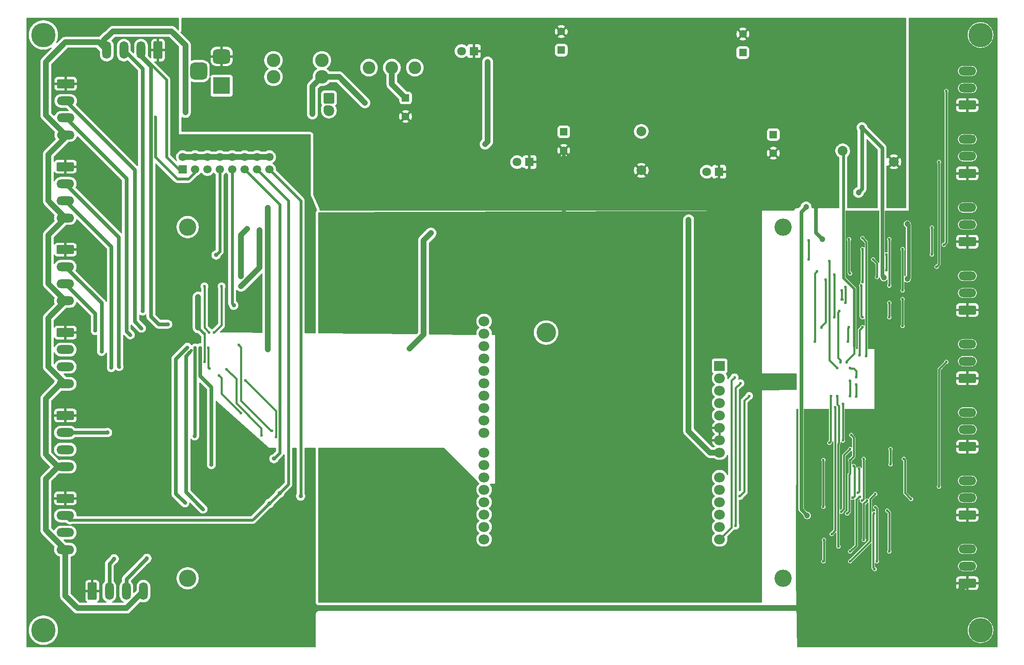
<source format=gbr>
%TF.GenerationSoftware,KiCad,Pcbnew,9.0.6-9.0.6~ubuntu24.04.1*%
%TF.CreationDate,2025-12-02T17:26:13+01:00*%
%TF.ProjectId,HVAC_STM32F7_PCB,48564143-5f53-4544-9d33-3246375f5043,rev?*%
%TF.SameCoordinates,Original*%
%TF.FileFunction,Copper,L4,Bot*%
%TF.FilePolarity,Positive*%
%FSLAX46Y46*%
G04 Gerber Fmt 4.6, Leading zero omitted, Abs format (unit mm)*
G04 Created by KiCad (PCBNEW 9.0.6-9.0.6~ubuntu24.04.1) date 2025-12-02 17:26:13*
%MOMM*%
%LPD*%
G01*
G04 APERTURE LIST*
G04 Aperture macros list*
%AMRoundRect*
0 Rectangle with rounded corners*
0 $1 Rounding radius*
0 $2 $3 $4 $5 $6 $7 $8 $9 X,Y pos of 4 corners*
0 Add a 4 corners polygon primitive as box body*
4,1,4,$2,$3,$4,$5,$6,$7,$8,$9,$2,$3,0*
0 Add four circle primitives for the rounded corners*
1,1,$1+$1,$2,$3*
1,1,$1+$1,$4,$5*
1,1,$1+$1,$6,$7*
1,1,$1+$1,$8,$9*
0 Add four rect primitives between the rounded corners*
20,1,$1+$1,$2,$3,$4,$5,0*
20,1,$1+$1,$4,$5,$6,$7,0*
20,1,$1+$1,$6,$7,$8,$9,0*
20,1,$1+$1,$8,$9,$2,$3,0*%
G04 Aperture macros list end*
%TA.AperFunction,ComponentPad*%
%ADD10C,2.000000*%
%TD*%
%TA.AperFunction,ComponentPad*%
%ADD11RoundRect,0.250000X-1.550000X0.650000X-1.550000X-0.650000X1.550000X-0.650000X1.550000X0.650000X0*%
%TD*%
%TA.AperFunction,ComponentPad*%
%ADD12O,3.600000X1.800000*%
%TD*%
%TA.AperFunction,ComponentPad*%
%ADD13RoundRect,0.250000X-0.650000X-1.550000X0.650000X-1.550000X0.650000X1.550000X-0.650000X1.550000X0*%
%TD*%
%TA.AperFunction,ComponentPad*%
%ADD14O,1.800000X3.600000*%
%TD*%
%TA.AperFunction,ComponentPad*%
%ADD15C,2.780000*%
%TD*%
%TA.AperFunction,ComponentPad*%
%ADD16RoundRect,0.250000X1.550000X-0.650000X1.550000X0.650000X-1.550000X0.650000X-1.550000X-0.650000X0*%
%TD*%
%TA.AperFunction,ComponentPad*%
%ADD17RoundRect,0.250000X0.550000X-0.550000X0.550000X0.550000X-0.550000X0.550000X-0.550000X-0.550000X0*%
%TD*%
%TA.AperFunction,ComponentPad*%
%ADD18C,1.600000*%
%TD*%
%TA.AperFunction,ComponentPad*%
%ADD19R,1.700000X1.700000*%
%TD*%
%TA.AperFunction,ComponentPad*%
%ADD20C,1.700000*%
%TD*%
%TA.AperFunction,ComponentPad*%
%ADD21RoundRect,0.249999X-0.850001X0.850001X-0.850001X-0.850001X0.850001X-0.850001X0.850001X0.850001X0*%
%TD*%
%TA.AperFunction,ComponentPad*%
%ADD22C,2.200000*%
%TD*%
%TA.AperFunction,ComponentPad*%
%ADD23R,2.200000X2.000000*%
%TD*%
%TA.AperFunction,ComponentPad*%
%ADD24O,2.200000X2.000000*%
%TD*%
%TA.AperFunction,ComponentPad*%
%ADD25C,3.540000*%
%TD*%
%TA.AperFunction,ComponentPad*%
%ADD26RoundRect,0.250000X-0.550000X0.550000X-0.550000X-0.550000X0.550000X-0.550000X0.550000X0.550000X0*%
%TD*%
%TA.AperFunction,ComponentPad*%
%ADD27C,2.600000*%
%TD*%
%TA.AperFunction,ComponentPad*%
%ADD28R,3.500000X3.500000*%
%TD*%
%TA.AperFunction,ComponentPad*%
%ADD29RoundRect,0.750000X-1.000000X0.750000X-1.000000X-0.750000X1.000000X-0.750000X1.000000X0.750000X0*%
%TD*%
%TA.AperFunction,ComponentPad*%
%ADD30RoundRect,0.875000X-0.875000X0.875000X-0.875000X-0.875000X0.875000X-0.875000X0.875000X0.875000X0*%
%TD*%
%TA.AperFunction,ComponentPad*%
%ADD31R,1.800000X1.800000*%
%TD*%
%TA.AperFunction,ComponentPad*%
%ADD32C,1.800000*%
%TD*%
%TA.AperFunction,ComponentPad*%
%ADD33RoundRect,0.250000X0.650000X1.550000X-0.650000X1.550000X-0.650000X-1.550000X0.650000X-1.550000X0*%
%TD*%
%TA.AperFunction,ViaPad*%
%ADD34C,0.900000*%
%TD*%
%TA.AperFunction,ViaPad*%
%ADD35C,1.000000*%
%TD*%
%TA.AperFunction,ViaPad*%
%ADD36C,5.000000*%
%TD*%
%TA.AperFunction,ViaPad*%
%ADD37C,4.000000*%
%TD*%
%TA.AperFunction,ViaPad*%
%ADD38C,1.200000*%
%TD*%
%TA.AperFunction,ViaPad*%
%ADD39C,0.600000*%
%TD*%
%TA.AperFunction,ViaPad*%
%ADD40C,0.800000*%
%TD*%
%TA.AperFunction,Conductor*%
%ADD41C,0.600000*%
%TD*%
%TA.AperFunction,Conductor*%
%ADD42C,1.200000*%
%TD*%
%TA.AperFunction,Conductor*%
%ADD43C,0.800000*%
%TD*%
%TA.AperFunction,Conductor*%
%ADD44C,0.400000*%
%TD*%
%TA.AperFunction,Conductor*%
%ADD45C,0.700000*%
%TD*%
G04 APERTURE END LIST*
D10*
%TO.P,TP4,1,1*%
%TO.N,GND*%
X157500000Y-62750000D03*
%TD*%
%TO.P,TP3,1,1*%
%TO.N,GND*%
X209250000Y-61000000D03*
%TD*%
%TO.P,TP1,1,1*%
%TO.N,+5V*%
X157500000Y-54750000D03*
%TD*%
%TO.P,TP2,1,1*%
%TO.N,+3.3V*%
X198750000Y-58750000D03*
%TD*%
D11*
%TO.P,J4,1,SHIELD*%
%TO.N,GNDA*%
X39500000Y-62000000D03*
D12*
%TO.P,J4,2,GND*%
%TO.N,Net-(J18-Pin_5)*%
X39500000Y-65500000D03*
%TO.P,J4,3,SIG*%
%TO.N,Net-(J4-SIG)*%
X39500000Y-69000000D03*
%TO.P,J4,4,+VSENS*%
%TO.N,+24V*%
X39500000Y-72500000D03*
%TD*%
D13*
%TO.P,J9,1,SHIELD*%
%TO.N,GNDA*%
X45000000Y-149000000D03*
D14*
%TO.P,J9,2,GND*%
%TO.N,Net-(J18-Pin_15)*%
X48500000Y-149000000D03*
%TO.P,J9,3,SIG*%
%TO.N,Net-(J9-SIG)*%
X52000000Y-149000000D03*
%TO.P,J9,4,+VSENS*%
%TO.N,+24V*%
X55500000Y-149000000D03*
%TD*%
D15*
%TO.P,F1,1*%
%TO.N,Net-(F1-Pad1)*%
X82137500Y-40190000D03*
X82137500Y-43590000D03*
%TO.P,F1,2*%
%TO.N,Net-(D3-A2)*%
X92057500Y-40190000D03*
X92057500Y-43590000D03*
%TD*%
D16*
%TO.P,J27,1,SHIELD*%
%TO.N,GNDA*%
X224300000Y-133375000D03*
D12*
%TO.P,J27,2,GND*%
%TO.N,Net-(J27-GND)*%
X224300000Y-129875000D03*
%TO.P,J27,3,SIG*%
%TO.N,GND*%
X224300000Y-126375000D03*
%TD*%
D17*
%TO.P,C2,1*%
%TO.N,+24V*%
X141100000Y-38102651D03*
D18*
%TO.P,C2,2*%
%TO.N,GND*%
X141100000Y-34302651D03*
%TD*%
D11*
%TO.P,J7,1,SHIELD*%
%TO.N,GNDA*%
X39500000Y-113000000D03*
D12*
%TO.P,J7,2,GND*%
%TO.N,Net-(J18-Pin_11)*%
X39500000Y-116500000D03*
%TO.P,J7,3,SIG*%
%TO.N,Net-(J7-SIG)*%
X39500000Y-120000000D03*
%TO.P,J7,4,+VSENS*%
%TO.N,+24V*%
X39500000Y-123500000D03*
%TD*%
D11*
%TO.P,J6,1,SHIELD*%
%TO.N,GNDA*%
X39500000Y-96000000D03*
D12*
%TO.P,J6,2,GND*%
%TO.N,Net-(J18-Pin_9)*%
X39500000Y-99500000D03*
%TO.P,J6,3,SIG*%
%TO.N,Net-(J6-SIG)*%
X39500000Y-103000000D03*
%TO.P,J6,4,+VSENS*%
%TO.N,+24V*%
X39500000Y-106500000D03*
%TD*%
D19*
%TO.P,J18,1,Pin_1*%
%TO.N,Net-(J18-Pin_1)*%
X63520000Y-62540000D03*
D20*
%TO.P,J18,2,Pin_2*%
%TO.N,GND*%
X63520000Y-60000000D03*
%TO.P,J18,3,Pin_3*%
%TO.N,Net-(J18-Pin_3)*%
X66060000Y-62540000D03*
%TO.P,J18,4,Pin_4*%
%TO.N,GND*%
X66060000Y-60000000D03*
%TO.P,J18,5,Pin_5*%
%TO.N,Net-(J18-Pin_5)*%
X68600000Y-62540000D03*
%TO.P,J18,6,Pin_6*%
%TO.N,GND*%
X68600000Y-60000000D03*
%TO.P,J18,7,Pin_7*%
%TO.N,Net-(J18-Pin_7)*%
X71140000Y-62540000D03*
%TO.P,J18,8,Pin_8*%
%TO.N,GND*%
X71140000Y-60000000D03*
%TO.P,J18,9,Pin_9*%
%TO.N,Net-(J18-Pin_9)*%
X73680000Y-62540000D03*
%TO.P,J18,10,Pin_10*%
%TO.N,GND*%
X73680000Y-60000000D03*
%TO.P,J18,11,Pin_11*%
%TO.N,Net-(J18-Pin_11)*%
X76220000Y-62540000D03*
%TO.P,J18,12,Pin_12*%
%TO.N,GND*%
X76220000Y-60000000D03*
%TO.P,J18,13,Pin_13*%
%TO.N,Net-(J18-Pin_13)*%
X78760000Y-62540000D03*
%TO.P,J18,14,Pin_14*%
%TO.N,GND*%
X78760000Y-60000000D03*
%TO.P,J18,15,Pin_15*%
%TO.N,Net-(J18-Pin_15)*%
X81300000Y-62540000D03*
%TO.P,J18,16,Pin_16*%
%TO.N,GND*%
X81300000Y-60000000D03*
%TD*%
D21*
%TO.P,D4,1,K*%
%TO.N,Net-(D4-K)*%
X93500000Y-47960000D03*
D22*
%TO.P,D4,2,A*%
%TO.N,Net-(D4-A)*%
X93500000Y-50500000D03*
%TD*%
D23*
%TO.P,A1,1,NC*%
%TO.N,unconnected-(A1-NC-Pad1)*%
X173550000Y-102815000D03*
D24*
%TO.P,A1,2,IOREF*%
%TO.N,unconnected-(A1-IOREF-Pad2)*%
X173550000Y-105355000D03*
%TO.P,A1,3,~{RESET}*%
%TO.N,unconnected-(A1-~{RESET}-Pad3)*%
X173550000Y-107895000D03*
%TO.P,A1,4,3V3*%
%TO.N,unconnected-(A1-3V3-Pad4)*%
X173550000Y-110435000D03*
%TO.P,A1,5,+5V*%
%TO.N,unconnected-(A1-+5V-Pad5)*%
X173550000Y-112975000D03*
%TO.P,A1,6,GND*%
%TO.N,GND*%
X173550000Y-115515000D03*
%TO.P,A1,7,GND*%
X173550000Y-118055000D03*
%TO.P,A1,8,VIN*%
%TO.N,+3.3V*%
X173550000Y-120595000D03*
%TO.P,A1,9,A0*%
%TO.N,unconnected-(A1-A0-Pad9)*%
X173550000Y-125675000D03*
%TO.P,A1,10,A1*%
%TO.N,unconnected-(A1-A1-Pad10)*%
X173550000Y-128215000D03*
%TO.P,A1,11,A2*%
%TO.N,MOSI_OUT*%
X173550000Y-130755000D03*
%TO.P,A1,12,A3*%
%TO.N,unconnected-(A1-A3-Pad12)*%
X173550000Y-133295000D03*
%TO.P,A1,13,A4/S7TX*%
%TO.N,SCK_OUT*%
X173550000Y-135835000D03*
%TO.P,A1,14,A5/S7RX*%
%TO.N,NSS_OUT*%
X173550000Y-138375000D03*
%TO.P,A1,15,D0/S6RX*%
%TO.N,unconnected-(A1-D0{slash}S6RX-Pad15)*%
X125290000Y-138375000D03*
%TO.P,A1,16,D1/S6TX*%
%TO.N,unconnected-(A1-D1{slash}S6TX-Pad16)*%
X125290000Y-135835000D03*
%TO.P,A1,17,D2*%
%TO.N,unconnected-(A1-D2-Pad17)*%
X125290000Y-133295000D03*
%TO.P,A1,18,D3*%
%TO.N,unconnected-(A1-D3-Pad18)*%
X125290000Y-130755000D03*
%TO.P,A1,19,D4*%
%TO.N,unconnected-(A1-D4-Pad19)*%
X125290000Y-128215000D03*
%TO.P,A1,20,D5*%
%TO.N,Net-(A1-D5)*%
X125290000Y-125675000D03*
%TO.P,A1,21,D6*%
%TO.N,Net-(A1-D6)*%
X125290000Y-123135000D03*
%TO.P,A1,22,D7*%
%TO.N,Net-(A1-D7)*%
X125290000Y-120595000D03*
%TO.P,A1,23,D8*%
%TO.N,Net-(A1-D8)*%
X125290000Y-116535000D03*
%TO.P,A1,24,D9*%
%TO.N,unconnected-(A1-D9-Pad24)*%
X125290000Y-113995000D03*
%TO.P,A1,25,D10*%
%TO.N,unconnected-(A1-D10-Pad25)*%
X125290000Y-111455000D03*
%TO.P,A1,26,D11*%
%TO.N,unconnected-(A1-D11-Pad26)*%
X125290000Y-108915000D03*
%TO.P,A1,27,D12*%
%TO.N,unconnected-(A1-D12-Pad27)*%
X125290000Y-106375000D03*
%TO.P,A1,28,D13*%
%TO.N,unconnected-(A1-D13-Pad28)*%
X125290000Y-103835000D03*
%TO.P,A1,29,GND*%
%TO.N,GND*%
X125290000Y-101295000D03*
%TO.P,A1,30,AREF*%
%TO.N,unconnected-(A1-AREF-Pad30)*%
X125290000Y-98755000D03*
%TO.P,A1,31,SDA/A4*%
%TO.N,unconnected-(A1-SDA{slash}A4-Pad31)*%
X125290000Y-96215000D03*
%TO.P,A1,32,SCL/A5*%
%TO.N,unconnected-(A1-SCL{slash}A5-Pad32)*%
X125290000Y-93675000D03*
D25*
%TO.P,A1,33*%
%TO.N,N/C*%
X186550000Y-74375000D03*
X64550000Y-74375000D03*
X186550000Y-146375000D03*
X64550000Y-146375000D03*
%TD*%
D17*
%TO.P,C5,1*%
%TO.N,+24V*%
X178300000Y-38602651D03*
D18*
%TO.P,C5,2*%
%TO.N,GND*%
X178300000Y-34802651D03*
%TD*%
D16*
%TO.P,J24,1,SHIELD*%
%TO.N,GNDA*%
X224300000Y-91375000D03*
D12*
%TO.P,J24,2,GND*%
%TO.N,Net-(J24-GND)*%
X224300000Y-87875000D03*
%TO.P,J24,3,SIG*%
%TO.N,GND*%
X224300000Y-84375000D03*
%TD*%
D26*
%TO.P,C8,1*%
%TO.N,+3.3V*%
X184550000Y-55422349D03*
D18*
%TO.P,C8,2*%
%TO.N,GND*%
X184550000Y-59222349D03*
%TD*%
D11*
%TO.P,J3,1,SHIELD*%
%TO.N,GNDA*%
X39550000Y-45000000D03*
D12*
%TO.P,J3,2,GND*%
%TO.N,Net-(J18-Pin_3)*%
X39550000Y-48500000D03*
%TO.P,J3,3,SIG*%
%TO.N,Net-(J3-SIG)*%
X39550000Y-52000000D03*
%TO.P,J3,4,+VSENS*%
%TO.N,+24V*%
X39550000Y-55500000D03*
%TD*%
D27*
%TO.P,SW1,1,A*%
%TO.N,Net-(D4-K)*%
X101700000Y-41690000D03*
%TO.P,SW1,2,B*%
%TO.N,Net-(SW1-B)*%
X106400000Y-41690000D03*
%TO.P,SW1,3*%
%TO.N,N/C*%
X111100000Y-41690000D03*
%TD*%
D28*
%TO.P,J1,1*%
%TO.N,Net-(F1-Pad1)*%
X71507500Y-45400000D03*
D29*
%TO.P,J1,2*%
%TO.N,GND*%
X71507500Y-39400000D03*
D30*
%TO.P,J1,3*%
%TO.N,N/C*%
X66807500Y-42400000D03*
%TD*%
D26*
%TO.P,C15,1*%
%TO.N,Net-(SW1-B)*%
X109200000Y-47900000D03*
D18*
%TO.P,C15,2*%
%TO.N,GND*%
X109200000Y-51700000D03*
%TD*%
D31*
%TO.P,D7,1,K*%
%TO.N,GND*%
X134600000Y-61050000D03*
D32*
%TO.P,D7,2,A*%
%TO.N,Net-(D7-A)*%
X132060000Y-61050000D03*
%TD*%
D11*
%TO.P,J5,1,SHIELD*%
%TO.N,GNDA*%
X39500000Y-79000000D03*
D12*
%TO.P,J5,2,GND*%
%TO.N,Net-(J18-Pin_7)*%
X39500000Y-82500000D03*
%TO.P,J5,3,SIG*%
%TO.N,Net-(J5-SIG)*%
X39500000Y-86000000D03*
%TO.P,J5,4,+VSENS*%
%TO.N,+24V*%
X39500000Y-89500000D03*
%TD*%
D26*
%TO.P,C3,1*%
%TO.N,+5V*%
X141600000Y-54847349D03*
D18*
%TO.P,C3,2*%
%TO.N,GND*%
X141600000Y-58647349D03*
%TD*%
D33*
%TO.P,J2,1,SHIELD*%
%TO.N,GNDA*%
X58482500Y-38107500D03*
D14*
%TO.P,J2,2,GND*%
%TO.N,Net-(J18-Pin_1)*%
X54982500Y-38107500D03*
%TO.P,J2,3,SIG*%
%TO.N,Net-(J2-SIG)*%
X51482500Y-38107500D03*
%TO.P,J2,4,+VSENS*%
%TO.N,+24V*%
X47982500Y-38107500D03*
%TD*%
D16*
%TO.P,J23,1,SHIELD*%
%TO.N,GNDA*%
X224300000Y-77375000D03*
D12*
%TO.P,J23,2,GND*%
%TO.N,Net-(J23-GND)*%
X224300000Y-73875000D03*
%TO.P,J23,3,SIG*%
%TO.N,GND*%
X224300000Y-70375000D03*
%TD*%
D16*
%TO.P,J26,1,SHIELD*%
%TO.N,GNDA*%
X224300000Y-119375000D03*
D12*
%TO.P,J26,2,GND*%
%TO.N,Net-(J26-GND)*%
X224300000Y-115875000D03*
%TO.P,J26,3,SIG*%
%TO.N,GND*%
X224300000Y-112375000D03*
%TD*%
D16*
%TO.P,J25,1,SHIELD*%
%TO.N,GNDA*%
X224300000Y-105375000D03*
D12*
%TO.P,J25,2,GND*%
%TO.N,Net-(J25-GND)*%
X224300000Y-101875000D03*
%TO.P,J25,3,SIG*%
%TO.N,GND*%
X224300000Y-98375000D03*
%TD*%
D16*
%TO.P,J22,1,SHIELD*%
%TO.N,GNDA*%
X224300000Y-63375000D03*
D12*
%TO.P,J22,2,GND*%
%TO.N,Net-(J22-GND)*%
X224300000Y-59875000D03*
%TO.P,J22,3,SIG*%
%TO.N,GND*%
X224300000Y-56375000D03*
%TD*%
D11*
%TO.P,J8,1,SHIELD*%
%TO.N,GNDA*%
X39500000Y-130000000D03*
D12*
%TO.P,J8,2,GND*%
%TO.N,Net-(J18-Pin_13)*%
X39500000Y-133500000D03*
%TO.P,J8,3,SIG*%
%TO.N,Net-(J8-SIG)*%
X39500000Y-137000000D03*
%TO.P,J8,4,+VSENS*%
%TO.N,+24V*%
X39500000Y-140500000D03*
%TD*%
D16*
%TO.P,J21,1,SHIELD*%
%TO.N,GNDA*%
X224300000Y-49375000D03*
D12*
%TO.P,J21,2,GND*%
%TO.N,Net-(J21-GND)*%
X224300000Y-45875000D03*
%TO.P,J21,3,SIG*%
%TO.N,GND*%
X224300000Y-42375000D03*
%TD*%
D31*
%TO.P,D6,1,K*%
%TO.N,GND*%
X173450000Y-63025000D03*
D32*
%TO.P,D6,2,A*%
%TO.N,Net-(D6-A)*%
X170910000Y-63025000D03*
%TD*%
D16*
%TO.P,J28,1,SHIELD*%
%TO.N,GNDA*%
X224300000Y-147375000D03*
D12*
%TO.P,J28,2,GND*%
%TO.N,Net-(J28-GND)*%
X224300000Y-143875000D03*
%TO.P,J28,3,SIG*%
%TO.N,GND*%
X224300000Y-140375000D03*
%TD*%
D31*
%TO.P,D5,1,K*%
%TO.N,GND*%
X123200000Y-38300000D03*
D32*
%TO.P,D5,2,A*%
%TO.N,Net-(D5-A)*%
X120660000Y-38300000D03*
%TD*%
D34*
%TO.N,GND*%
X149000000Y-77000000D03*
X149000000Y-79000000D03*
X148000000Y-80000000D03*
X158000000Y-76000000D03*
X157000000Y-76000000D03*
X159000000Y-78000000D03*
X158000000Y-78000000D03*
X159000000Y-79000000D03*
X158000000Y-80000000D03*
X157000000Y-80000000D03*
X156000000Y-79000000D03*
X156000000Y-78000000D03*
X156000000Y-77000000D03*
X154000000Y-77000000D03*
X154000000Y-76000000D03*
X154000000Y-78000000D03*
X154000000Y-79000000D03*
X153000000Y-80000000D03*
X152000000Y-80000000D03*
X152000000Y-80000000D03*
X151000000Y-79000000D03*
X151000000Y-78000000D03*
X151000000Y-77000000D03*
X151000000Y-76000000D03*
X147000000Y-80000000D03*
X148000000Y-78000000D03*
X147000000Y-78000000D03*
X148000000Y-76000000D03*
X147000000Y-76000000D03*
X146000000Y-80000000D03*
X146000000Y-79000000D03*
X146000000Y-78000000D03*
X146000000Y-77000000D03*
X146000000Y-76000000D03*
X172000000Y-100500000D03*
X172000000Y-99500000D03*
X173000000Y-98500000D03*
X174000000Y-97500000D03*
X175000000Y-96500000D03*
X175000000Y-95500000D03*
X175000000Y-94500000D03*
X174000000Y-93500000D03*
X173000000Y-92500000D03*
X172000000Y-91500000D03*
X172000000Y-90500000D03*
X172000000Y-89500000D03*
X173000000Y-88500000D03*
X174000000Y-87500000D03*
X175000000Y-86500000D03*
X175000000Y-85500000D03*
X175000000Y-84500000D03*
X174000000Y-83500000D03*
X173000000Y-82500000D03*
X172000000Y-81500000D03*
X172000000Y-80500000D03*
X172000000Y-79500000D03*
X173000000Y-78500000D03*
X174000000Y-77500000D03*
X175000000Y-76500000D03*
X175000000Y-75500000D03*
X175000000Y-74500000D03*
X176000000Y-103000000D03*
X176000000Y-102000000D03*
X176000000Y-101000000D03*
X177000000Y-100000000D03*
X178000000Y-99000000D03*
X179000000Y-98000000D03*
X179000000Y-97000000D03*
X179000000Y-96000000D03*
X178000000Y-95000000D03*
X177000000Y-94000000D03*
X176000000Y-93000000D03*
X176000000Y-92000000D03*
X176000000Y-91000000D03*
X177000000Y-90000000D03*
X178000000Y-89000000D03*
X179000000Y-88000000D03*
X179000000Y-87000000D03*
X179000000Y-86000000D03*
X178000000Y-85000000D03*
X177000000Y-84000000D03*
X176000000Y-83000000D03*
X176000000Y-82000000D03*
X176000000Y-81000000D03*
X177000000Y-80000000D03*
X178000000Y-79000000D03*
X179000000Y-78000000D03*
X179000000Y-77000000D03*
X179000000Y-76000000D03*
%TO.N,GNDA*%
X41500000Y-40500000D03*
X43000000Y-40500000D03*
X43000000Y-39000000D03*
X41500000Y-39000000D03*
X60000000Y-80000000D03*
X61500000Y-80000000D03*
X61500000Y-78500000D03*
X60000000Y-78500000D03*
X56500000Y-131000000D03*
X58000000Y-131000000D03*
X58000000Y-129500000D03*
X56500000Y-129500000D03*
X48500000Y-129500000D03*
X50000000Y-129500000D03*
X50000000Y-128000000D03*
X48500000Y-128000000D03*
X35000000Y-150000000D03*
X36500000Y-150000000D03*
X36500000Y-148500000D03*
X35000000Y-148500000D03*
X35000000Y-147000000D03*
X36500000Y-147000000D03*
X36500000Y-145500000D03*
X35000000Y-145500000D03*
X48000000Y-70000000D03*
X49500000Y-70000000D03*
X49500000Y-68500000D03*
X48000000Y-68500000D03*
X48000000Y-54000000D03*
X49500000Y-54000000D03*
X49500000Y-52500000D03*
X48000000Y-52500000D03*
X51000000Y-57000000D03*
X52500000Y-57000000D03*
X52500000Y-55500000D03*
X51000000Y-55500000D03*
X51000000Y-54000000D03*
X52500000Y-54000000D03*
X52500000Y-52500000D03*
X51000000Y-52500000D03*
%TO.N,GND*%
X132500000Y-112500000D03*
X132500000Y-115000000D03*
X132500000Y-115000000D03*
X132500000Y-117500000D03*
X132500000Y-120000000D03*
X135000000Y-120000000D03*
X137500000Y-120000000D03*
X140000000Y-120000000D03*
X142500000Y-120000000D03*
X145000000Y-120000000D03*
X147500000Y-120000000D03*
X152500000Y-120000000D03*
X150000000Y-120000000D03*
X155000000Y-120000000D03*
X157500000Y-120000000D03*
X160000000Y-120000000D03*
X162500000Y-120000000D03*
X165000000Y-120000000D03*
X165000000Y-117500000D03*
X165000000Y-115000000D03*
X165000000Y-112500000D03*
X165000000Y-112500000D03*
X165000000Y-110000000D03*
X162500000Y-110000000D03*
X160000000Y-110000000D03*
X157500000Y-110000000D03*
X155000000Y-110000000D03*
X152500000Y-110000000D03*
X150000000Y-110000000D03*
X147500000Y-110000000D03*
X145000000Y-110000000D03*
X142500000Y-110000000D03*
X140000000Y-110000000D03*
X137500000Y-110000000D03*
X135000000Y-110000000D03*
X132500000Y-110000000D03*
X162000000Y-113000000D03*
X161000000Y-113000000D03*
X160000000Y-113000000D03*
X161000000Y-115000000D03*
X160000000Y-115000000D03*
X162000000Y-117000000D03*
X161000000Y-117000000D03*
X160000000Y-117000000D03*
X159000000Y-117000000D03*
X159000000Y-116000000D03*
X159000000Y-115000000D03*
X159000000Y-114000000D03*
X159000000Y-113000000D03*
X157000000Y-117000000D03*
X156000000Y-116000000D03*
X155000000Y-115000000D03*
X156000000Y-115000000D03*
X157000000Y-114000000D03*
X156000000Y-113000000D03*
X155000000Y-113000000D03*
X154000000Y-117000000D03*
X154000000Y-116000000D03*
X154000000Y-115000000D03*
X154000000Y-114000000D03*
X154000000Y-113000000D03*
X150000000Y-113000000D03*
X151000000Y-113000000D03*
X152000000Y-114000000D03*
X152000000Y-116000000D03*
X152000000Y-115000000D03*
X151000000Y-117000000D03*
X150000000Y-117000000D03*
X149000000Y-116000000D03*
X149000000Y-115000000D03*
X149000000Y-114000000D03*
X147000000Y-113000000D03*
X147000000Y-114000000D03*
X147000000Y-115000000D03*
X147000000Y-117000000D03*
X147000000Y-116000000D03*
X146000000Y-115000000D03*
X145000000Y-114000000D03*
X144000000Y-117000000D03*
X144000000Y-116000000D03*
X144000000Y-115000000D03*
X144000000Y-114000000D03*
X144000000Y-113000000D03*
X141000000Y-115000000D03*
X142000000Y-115000000D03*
X140000000Y-113000000D03*
X141000000Y-113000000D03*
X142000000Y-113000000D03*
X142000000Y-116000000D03*
X142000000Y-117000000D03*
X141000000Y-117000000D03*
X140000000Y-117000000D03*
X139000000Y-116000000D03*
X139000000Y-115000000D03*
X139000000Y-114000000D03*
X137000000Y-117000000D03*
X135000000Y-117000000D03*
X137000000Y-113000000D03*
X135000000Y-113000000D03*
X136000000Y-117000000D03*
X136000000Y-116000000D03*
X136000000Y-114000000D03*
X136000000Y-115000000D03*
X136000000Y-113000000D03*
X136000000Y-86000000D03*
X137000000Y-86000000D03*
X138000000Y-85000000D03*
X138000000Y-84000000D03*
X137000000Y-83000000D03*
X136000000Y-83000000D03*
X135000000Y-86000000D03*
X135000000Y-85000000D03*
X135000000Y-84000000D03*
X135000000Y-83000000D03*
X135000000Y-82000000D03*
X135000000Y-81000000D03*
X135000000Y-80000000D03*
X133000000Y-84000000D03*
X132000000Y-84000000D03*
X131000000Y-84000000D03*
X130000000Y-86000000D03*
X129000000Y-86000000D03*
X128000000Y-86000000D03*
X127000000Y-86000000D03*
X126000000Y-86000000D03*
X125000000Y-86000000D03*
X124000000Y-86000000D03*
X123000000Y-86000000D03*
X122000000Y-84000000D03*
X121000000Y-84000000D03*
X120000000Y-84000000D03*
X118000000Y-80000000D03*
X118000000Y-81000000D03*
X118000000Y-82000000D03*
X118000000Y-84000000D03*
X118000000Y-83000000D03*
X118000000Y-85000000D03*
X118000000Y-86000000D03*
X117000000Y-86000000D03*
X116000000Y-86000000D03*
X115000000Y-85000000D03*
X115000000Y-84000000D03*
X116000000Y-83000000D03*
X117000000Y-83000000D03*
X171000000Y-148000000D03*
X170000000Y-147000000D03*
X169000000Y-146000000D03*
X170000000Y-146000000D03*
X170000000Y-146000000D03*
X171000000Y-145000000D03*
X170000000Y-144000000D03*
X169000000Y-144000000D03*
X168000000Y-148000000D03*
X168000000Y-147000000D03*
X168000000Y-146000000D03*
X168000000Y-145000000D03*
X168000000Y-144000000D03*
X165000000Y-146000000D03*
X166000000Y-144000000D03*
X165000000Y-144000000D03*
X164000000Y-144000000D03*
X164000000Y-146000000D03*
X166000000Y-148000000D03*
X165000000Y-148000000D03*
X164000000Y-148000000D03*
X163000000Y-148000000D03*
X163000000Y-147000000D03*
X163000000Y-146000000D03*
X163000000Y-145000000D03*
X163000000Y-144000000D03*
X148000000Y-146000000D03*
X149000000Y-146000000D03*
X150000000Y-145000000D03*
X149000000Y-144000000D03*
X159000000Y-148000000D03*
X159000000Y-147000000D03*
X159000000Y-146000000D03*
X159000000Y-145000000D03*
X161000000Y-144000000D03*
X160000000Y-144000000D03*
X160000000Y-144000000D03*
X159000000Y-144000000D03*
X158000000Y-144000000D03*
X157000000Y-144000000D03*
X155000000Y-144000000D03*
X155000000Y-145000000D03*
X155000000Y-146000000D03*
X155000000Y-147000000D03*
X154000000Y-148000000D03*
X153000000Y-148000000D03*
X152000000Y-147000000D03*
X152000000Y-146000000D03*
X152000000Y-145000000D03*
X152000000Y-144000000D03*
X148000000Y-144000000D03*
X147000000Y-148000000D03*
X147000000Y-146000000D03*
X147000000Y-147000000D03*
X147000000Y-145000000D03*
X147000000Y-144000000D03*
X145000000Y-148000000D03*
X145000000Y-147000000D03*
X145000000Y-146000000D03*
X145000000Y-145000000D03*
X145000000Y-144000000D03*
X144000000Y-145000000D03*
X143000000Y-146000000D03*
X142000000Y-145000000D03*
X141000000Y-144000000D03*
X141000000Y-145000000D03*
X141000000Y-146000000D03*
X141000000Y-147000000D03*
X141000000Y-148000000D03*
X138000000Y-144000000D03*
X139000000Y-147000000D03*
X136000000Y-144000000D03*
X135000000Y-146000000D03*
X139000000Y-145000000D03*
X135000000Y-147000000D03*
X136000000Y-148000000D03*
X138000000Y-148000000D03*
X137000000Y-144000000D03*
X135000000Y-145000000D03*
X139000000Y-146000000D03*
X137000000Y-148000000D03*
X131000000Y-148000000D03*
X132000000Y-148000000D03*
X133000000Y-148000000D03*
X133000000Y-144000000D03*
X132000000Y-144000000D03*
X131000000Y-144000000D03*
X130000000Y-147000000D03*
X130000000Y-146000000D03*
X130000000Y-145000000D03*
X124000000Y-148000000D03*
X123000000Y-147000000D03*
X124000000Y-144000000D03*
X123000000Y-145000000D03*
X122000000Y-146000000D03*
X121000000Y-146000000D03*
X120000000Y-148000000D03*
X120000000Y-147000000D03*
X120000000Y-146000000D03*
X120000000Y-145000000D03*
X120000000Y-144000000D03*
X116000000Y-144000000D03*
X115000000Y-144000000D03*
X114000000Y-144000000D03*
X117000000Y-145000000D03*
X117000000Y-146000000D03*
X117000000Y-147000000D03*
X116000000Y-148000000D03*
X115000000Y-148000000D03*
X114000000Y-148000000D03*
X113000000Y-147000000D03*
X113000000Y-146000000D03*
X113000000Y-145000000D03*
X153000000Y-87000000D03*
X153000000Y-88000000D03*
X153000000Y-89000000D03*
X153000000Y-91000000D03*
X157000000Y-93000000D03*
X156000000Y-93000000D03*
X155000000Y-93000000D03*
X154000000Y-93000000D03*
X153000000Y-93000000D03*
X152000000Y-93000000D03*
X151000000Y-93000000D03*
X150000000Y-93000000D03*
X149000000Y-93000000D03*
X148000000Y-92000000D03*
X148000000Y-91000000D03*
X149000000Y-90000000D03*
X149000000Y-89000000D03*
X150000000Y-88000000D03*
X150000000Y-87000000D03*
X151000000Y-86000000D03*
X151000000Y-85000000D03*
X158000000Y-92000000D03*
X158000000Y-91000000D03*
X157000000Y-90000000D03*
X157000000Y-89000000D03*
X156000000Y-88000000D03*
X156000000Y-87000000D03*
X155000000Y-86000000D03*
X155000000Y-85000000D03*
X154000000Y-84000000D03*
X153000000Y-84000000D03*
X152000000Y-84000000D03*
X156000000Y-122000000D03*
X153000000Y-122000000D03*
X155000000Y-121000000D03*
X154000000Y-121000000D03*
X161000000Y-139000000D03*
X160000000Y-139000000D03*
X159000000Y-139000000D03*
X158000000Y-139000000D03*
X157000000Y-139000000D03*
X156000000Y-139000000D03*
X155000000Y-139000000D03*
X162000000Y-139000000D03*
X162000000Y-138000000D03*
X162000000Y-137000000D03*
X163000000Y-136000000D03*
X163000000Y-135000000D03*
X164000000Y-130000000D03*
X164000000Y-131000000D03*
X164000000Y-132000000D03*
X164000000Y-133000000D03*
X164000000Y-134000000D03*
X164000000Y-129000000D03*
X163000000Y-128000000D03*
X162000000Y-129000000D03*
X162000000Y-128000000D03*
X161000000Y-127000000D03*
X160000000Y-127000000D03*
X159000000Y-129000000D03*
X159000000Y-128000000D03*
X159000000Y-127000000D03*
X158000000Y-126000000D03*
X157000000Y-126000000D03*
X156000000Y-129000000D03*
X156000000Y-128000000D03*
X156000000Y-127000000D03*
X156000000Y-126000000D03*
X156000000Y-125000000D03*
X156000000Y-124000000D03*
X156000000Y-123000000D03*
X154000000Y-139000000D03*
X154000000Y-138000000D03*
X154000000Y-137000000D03*
X153000000Y-136000000D03*
X152000000Y-135000000D03*
X152000000Y-134000000D03*
X151000000Y-133000000D03*
X150000000Y-132000000D03*
X150000000Y-131000000D03*
X150000000Y-130000000D03*
X151000000Y-129000000D03*
X152000000Y-129000000D03*
X153000000Y-131000000D03*
X153000000Y-130000000D03*
X153000000Y-129000000D03*
X153000000Y-128000000D03*
X153000000Y-127000000D03*
X153000000Y-126000000D03*
X153000000Y-125000000D03*
X153000000Y-124000000D03*
X153000000Y-123000000D03*
D35*
X100000000Y-140000000D03*
X101000000Y-139000000D03*
X102000000Y-138000000D03*
X103000000Y-137000000D03*
X104000000Y-138000000D03*
X104000000Y-139000000D03*
X105000000Y-140000000D03*
X105000000Y-141000000D03*
X106000000Y-142000000D03*
X107000000Y-142000000D03*
X108000000Y-141000000D03*
X108000000Y-140000000D03*
X107000000Y-139000000D03*
X107000000Y-138000000D03*
X106000000Y-137000000D03*
X106000000Y-136000000D03*
X107000000Y-136000000D03*
X108000000Y-136000000D03*
X109000000Y-136000000D03*
X110000000Y-136000000D03*
X110000000Y-135000000D03*
X109000000Y-134000000D03*
X108000000Y-133000000D03*
X107000000Y-132000000D03*
X106000000Y-131000000D03*
X105000000Y-130000000D03*
X104000000Y-129000000D03*
X103000000Y-128000000D03*
X102000000Y-127000000D03*
X101000000Y-126000000D03*
X100000000Y-125000000D03*
X99000000Y-140000000D03*
X99000000Y-139000000D03*
X99000000Y-138000000D03*
X99000000Y-137000000D03*
X99000000Y-136000000D03*
X99000000Y-135000000D03*
X99000000Y-134000000D03*
X99000000Y-133000000D03*
X99000000Y-133000000D03*
X99000000Y-132000000D03*
X99000000Y-131000000D03*
X99000000Y-130000000D03*
X99000000Y-129000000D03*
X99000000Y-128000000D03*
X99000000Y-127000000D03*
X99000000Y-126000000D03*
X99000000Y-125000000D03*
D34*
X109000000Y-82000000D03*
X108000000Y-83000000D03*
X107000000Y-83000000D03*
X99000000Y-83000000D03*
X95000000Y-80000000D03*
X103000000Y-82000000D03*
X93000000Y-83000000D03*
X93000000Y-79000000D03*
X94000000Y-82000000D03*
X95000000Y-83000000D03*
X97000000Y-80000000D03*
X96000000Y-83000000D03*
X100000000Y-82000000D03*
X98000000Y-83000000D03*
X104000000Y-83000000D03*
X102000000Y-83000000D03*
X105000000Y-83000000D03*
X94000000Y-80000000D03*
X100000000Y-77000000D03*
X99000000Y-76000000D03*
X98000000Y-77000000D03*
X97000000Y-76000000D03*
X95000000Y-76000000D03*
X94000000Y-76000000D03*
%TO.N,GNDA*%
X87250000Y-137500000D03*
X87250000Y-139500000D03*
X87250000Y-141500000D03*
D36*
%TO.N,*%
X227000000Y-157000000D03*
X35000000Y-157000000D03*
X35000000Y-35000000D03*
X227000000Y-35000000D03*
D37*
X138000000Y-96000000D03*
D38*
%TO.N,+24V*%
X64100000Y-50900000D03*
X126000000Y-40500000D03*
X125500000Y-57400000D03*
D39*
%TO.N,GND*%
X122000000Y-47500000D03*
X121000000Y-62500000D03*
X206000000Y-49000000D03*
X139500000Y-34500000D03*
X195000000Y-40500000D03*
X113500000Y-60500000D03*
X206500000Y-54000000D03*
X122000000Y-46500000D03*
X146500000Y-65000000D03*
X173000000Y-64500000D03*
X176000000Y-58000000D03*
X189000000Y-64500000D03*
X172000000Y-64500000D03*
X121000000Y-45500000D03*
X119500000Y-60000000D03*
X123500000Y-41000000D03*
X205500000Y-43500000D03*
X197000000Y-65500000D03*
X107500000Y-51500000D03*
X94000000Y-63000000D03*
X133500000Y-59500000D03*
X154000000Y-64000000D03*
D34*
X68500000Y-37000000D03*
D39*
X122500000Y-41000000D03*
X197000000Y-63500000D03*
X139500000Y-33500000D03*
X98000000Y-64000000D03*
X137500000Y-59500000D03*
X140500000Y-69500000D03*
X138500000Y-35500000D03*
X97000000Y-64000000D03*
D38*
X194550000Y-76837500D03*
D39*
X138500000Y-60500000D03*
X97000000Y-63000000D03*
X144000000Y-47500000D03*
X75500000Y-84462500D03*
X123500000Y-35500000D03*
X194000000Y-40500000D03*
X206000000Y-51000000D03*
X181500000Y-43000000D03*
X175500000Y-35000000D03*
X201500000Y-37000000D03*
X123500000Y-36500000D03*
X181500000Y-45000000D03*
X155500000Y-41000000D03*
X187750000Y-40500000D03*
X156500000Y-43000000D03*
X92000000Y-60500000D03*
X145500000Y-59500000D03*
X191000000Y-40500000D03*
D38*
X212000000Y-85000000D03*
D39*
X181500000Y-44000000D03*
X133500000Y-62500000D03*
X84000000Y-46500000D03*
X197000000Y-64500000D03*
X134500000Y-62500000D03*
X180000000Y-59000000D03*
X144000000Y-45500000D03*
X111000000Y-50500000D03*
X156500000Y-42000000D03*
X68800000Y-99084846D03*
X202500000Y-36000000D03*
X81000000Y-99462500D03*
X122500000Y-36500000D03*
X176500000Y-34000000D03*
X205000000Y-49000000D03*
D38*
X212000000Y-73750000D03*
D34*
X74500000Y-38500000D03*
D39*
X142500000Y-69500000D03*
X206500000Y-44500000D03*
X144000000Y-43500000D03*
X140500000Y-68000000D03*
X107500000Y-50500000D03*
X189750000Y-40500000D03*
X189000000Y-65500000D03*
X71500000Y-49000000D03*
X202500000Y-37000000D03*
X201500000Y-36000000D03*
X181500000Y-49000000D03*
X175500000Y-36000000D03*
X121000000Y-61500000D03*
X193000000Y-40500000D03*
X205500000Y-42500000D03*
X176000000Y-59000000D03*
X116000000Y-60000000D03*
X181500000Y-47000000D03*
X121000000Y-47500000D03*
X106500000Y-51500000D03*
X123500000Y-40000000D03*
X206500000Y-52500000D03*
X144000000Y-48500000D03*
X156500000Y-41000000D03*
X93000000Y-60500000D03*
X138500000Y-34500000D03*
X69000000Y-103362500D03*
X188750000Y-40500000D03*
X189000000Y-63500000D03*
X122000000Y-45500000D03*
X180000000Y-58000000D03*
X92000000Y-63000000D03*
D34*
X74500000Y-40000000D03*
D39*
X181500000Y-48000000D03*
X144000000Y-46500000D03*
X188500000Y-60000000D03*
X112500000Y-59500000D03*
X94000000Y-60500000D03*
X72500000Y-51000000D03*
X181500000Y-46000000D03*
D34*
X141500000Y-99000000D03*
D39*
X189000000Y-59000000D03*
X146500000Y-64000000D03*
X91000000Y-63000000D03*
D34*
X68500000Y-38500000D03*
D39*
X176500000Y-36000000D03*
X84000000Y-47500000D03*
X91000000Y-60500000D03*
X118500000Y-60000000D03*
X139500000Y-35500000D03*
X138500000Y-33500000D03*
X111000000Y-51500000D03*
X81000000Y-70400000D03*
D34*
X74500000Y-37000000D03*
D39*
X205500000Y-52500000D03*
X154000000Y-65000000D03*
X85000000Y-47500000D03*
X85000000Y-46500000D03*
X176500000Y-35000000D03*
X206500000Y-43500000D03*
X76700000Y-74700000D03*
X192000000Y-40500000D03*
X173000000Y-61500000D03*
X122500000Y-40000000D03*
X144500000Y-60500000D03*
X142500000Y-68000000D03*
D38*
X193250000Y-64000000D03*
D39*
X71500000Y-50000000D03*
X172000000Y-61500000D03*
X206000000Y-50000000D03*
D34*
X68500000Y-40000000D03*
D39*
X206500000Y-42500000D03*
X134500000Y-59500000D03*
X112500000Y-60500000D03*
X205500000Y-44500000D03*
X121000000Y-46500000D03*
X71500000Y-51000000D03*
X144000000Y-44500000D03*
X175500000Y-34000000D03*
X72500000Y-50000000D03*
X154000000Y-63000000D03*
X72500000Y-49000000D03*
X155500000Y-42000000D03*
X113500000Y-59500000D03*
X98000000Y-63000000D03*
X93000000Y-63000000D03*
X115000000Y-60000000D03*
X155500000Y-43000000D03*
X146500000Y-63000000D03*
X122500000Y-35500000D03*
X106500000Y-50500000D03*
D38*
%TO.N,+5V*%
X75500000Y-86537500D03*
X79300000Y-75000000D03*
D39*
X68000000Y-96253295D03*
X68000000Y-102000000D03*
D38*
X66700000Y-88700000D03*
%TO.N,+3.3V*%
X167200000Y-72900000D03*
X114400000Y-75600000D03*
D39*
X199600000Y-102125000D03*
D38*
X110000000Y-99300000D03*
D39*
%TO.N,Net-(U7-REFIO)*%
X71500000Y-86537500D03*
X70000000Y-96000000D03*
%TO.N,Net-(U7-REFCAP)*%
X68950000Y-95950000D03*
X68000000Y-86537500D03*
D34*
%TO.N,GNDA*%
X66000000Y-140500000D03*
X50000000Y-119500000D03*
X59000000Y-120500000D03*
X87500000Y-156000000D03*
X81000000Y-156000000D03*
X70000000Y-145500000D03*
X63500000Y-67500000D03*
X72500000Y-138000000D03*
X76000000Y-141500000D03*
X68500000Y-146500000D03*
X52500000Y-120500000D03*
X65000000Y-69000000D03*
X55000000Y-119500000D03*
X59000000Y-67500000D03*
D39*
X58982500Y-89005000D03*
D34*
X89000000Y-156000000D03*
X66000000Y-137000000D03*
X52500000Y-124000000D03*
X83250000Y-141500000D03*
X72500000Y-145500000D03*
X75500000Y-138000000D03*
X69500000Y-67500000D03*
X65000000Y-67500000D03*
X68000000Y-67500000D03*
X46500000Y-124000000D03*
X83500000Y-146500000D03*
X83250000Y-137500000D03*
X60500000Y-67500000D03*
X49500000Y-125000000D03*
X74500000Y-141500000D03*
D39*
X58982500Y-84505000D03*
D34*
X81000000Y-146500000D03*
X77000000Y-146500000D03*
X85000000Y-145500000D03*
X57500000Y-120500000D03*
X73000000Y-140500000D03*
X71000000Y-137000000D03*
X78000000Y-155000000D03*
X86500000Y-146500000D03*
X54000000Y-124000000D03*
X76500000Y-156000000D03*
X62000000Y-67500000D03*
D38*
X56500000Y-144000000D03*
D34*
X45000000Y-125000000D03*
X63500000Y-69000000D03*
X79500000Y-155000000D03*
X66500000Y-67500000D03*
X55500000Y-125000000D03*
X47000000Y-120500000D03*
X69500000Y-69000000D03*
X75500000Y-145500000D03*
X79500000Y-146500000D03*
X84500000Y-155000000D03*
X60500000Y-69000000D03*
X71500000Y-141500000D03*
X85250000Y-137500000D03*
X48000000Y-124000000D03*
X86000000Y-156000000D03*
X67500000Y-138000000D03*
X78500000Y-141500000D03*
X48500000Y-119500000D03*
X85250000Y-139500000D03*
X67500000Y-140500000D03*
X62000000Y-69000000D03*
X80000000Y-140500000D03*
X59000000Y-69000000D03*
X74000000Y-137000000D03*
X66500000Y-69000000D03*
X85250000Y-141500000D03*
X74000000Y-146500000D03*
X68000000Y-69000000D03*
X69000000Y-137000000D03*
X69000000Y-140500000D03*
X83250000Y-139500000D03*
D39*
%TO.N,Net-(U5A-+)*%
X202801000Y-85692703D03*
X202801000Y-78875000D03*
%TO.N,Net-(U5C-+)*%
X194450000Y-94987500D03*
X195300000Y-85125000D03*
%TO.N,Net-(U5B-+)*%
X205000000Y-81000000D03*
X205800000Y-84625000D03*
%TO.N,Net-(U5D-+)*%
X202550000Y-86375000D03*
X202800000Y-92875000D03*
%TO.N,Net-(U6B-+)*%
X194800000Y-142912500D03*
X203700000Y-130475000D03*
X203100000Y-138475000D03*
X194900000Y-138475000D03*
%TO.N,Net-(U6D-+)*%
X194800000Y-131700000D03*
X194800000Y-122125000D03*
%TO.N,Net-(U6C-+)*%
X202700000Y-130475000D03*
X203050000Y-121875000D03*
%TO.N,Net-(U6A-+)*%
X205762500Y-142875000D03*
X205412500Y-131775000D03*
D38*
%TO.N,Net-(D3-A2)*%
X90100000Y-51190000D03*
X100895000Y-48905000D03*
D40*
%TO.N,Net-(J2-SIG)*%
X55300000Y-91600000D03*
%TO.N,Net-(J3-SIG)*%
X52800000Y-96500000D03*
%TO.N,Net-(J4-SIG)*%
X48900000Y-103200000D03*
%TO.N,Net-(J5-SIG)*%
X45600000Y-95600000D03*
D39*
%TO.N,Net-(J21-GND)*%
X211050000Y-87375000D03*
X211050000Y-78875000D03*
X219500000Y-78000000D03*
X220000000Y-46500000D03*
%TO.N,Net-(J22-GND)*%
X193050000Y-97875000D03*
X218000000Y-82500000D03*
X218500000Y-61000000D03*
X199800000Y-97875000D03*
X193500000Y-83425000D03*
X200050000Y-94875000D03*
%TO.N,Net-(J23-GND)*%
X207673000Y-83227000D03*
X207673000Y-80000000D03*
X217000000Y-74500000D03*
X217000000Y-80000000D03*
%TO.N,Net-(J24-GND)*%
X198550000Y-89175000D03*
X211050000Y-89125000D03*
X211050000Y-94625000D03*
X198550000Y-87375000D03*
%TO.N,Net-(J25-GND)*%
X220000000Y-102000000D03*
X200300000Y-142875000D03*
X205431656Y-129092095D03*
X218500000Y-127600000D03*
%TO.N,Net-(J26-GND)*%
X200500000Y-117000000D03*
X200300000Y-122125000D03*
X199687500Y-133075000D03*
%TO.N,Net-(J27-GND)*%
X212750000Y-130129000D03*
X201838500Y-128838500D03*
X202100000Y-123878000D03*
X211300000Y-121875000D03*
%TO.N,Net-(J28-GND)*%
X205300000Y-144475000D03*
X205135500Y-133075000D03*
D40*
%TO.N,Net-(J9-SIG)*%
X67700000Y-132200000D03*
D39*
X65323000Y-99621612D03*
D34*
X56200000Y-142300000D03*
D39*
%TO.N,Net-(J8-SIG)*%
X67096562Y-99113347D03*
D40*
X69400000Y-123100000D03*
D39*
%TO.N,Net-(U3-VOUTB)*%
X198800000Y-118125000D03*
X198800000Y-110625000D03*
%TO.N,Net-(U3-VOUTC)*%
X198040500Y-91616500D03*
X198300000Y-102125000D03*
%TO.N,Net-(U3-VOUTA)*%
X202800000Y-76625000D03*
X203600000Y-100800000D03*
%TO.N,Net-(U3-VOUTD)*%
X197897610Y-139848000D03*
X197650000Y-108995000D03*
%TO.N,Net-(U3-VOUTE)*%
X191800000Y-81000000D03*
X196050000Y-81375000D03*
X197650000Y-103255000D03*
X191800000Y-77125000D03*
%TO.N,Net-(U3-VOUTF)*%
X196500000Y-137275000D03*
X197200000Y-111279509D03*
%TO.N,Net-(U3-VOUTG)*%
X202800000Y-94875000D03*
X202200000Y-100625000D03*
%TO.N,Net-(U3-VOUTH)*%
X196000000Y-118625000D03*
X196350000Y-108995000D03*
%TO.N,Net-(U5A--)*%
X208300000Y-76837500D03*
X208300000Y-86375000D03*
%TO.N,Net-(U5C--)*%
X197059500Y-92875000D03*
X197050000Y-84125000D03*
%TO.N,Net-(U5B--)*%
X200050000Y-76875000D03*
X200300000Y-83875000D03*
%TO.N,Net-(U5D--)*%
X208300000Y-89875000D03*
X199300000Y-86652000D03*
X199300000Y-89875000D03*
X208300000Y-92875000D03*
%TO.N,Net-(U6B--)*%
X200300000Y-140875000D03*
X202281000Y-129703000D03*
%TO.N,Net-(U6D--)*%
X198500000Y-132700000D03*
X200300000Y-119875000D03*
%TO.N,Net-(U6C--)*%
X208550000Y-123000000D03*
X208550000Y-119875000D03*
X201050000Y-123375000D03*
X200752000Y-129825000D03*
%TO.N,Net-(U6A--)*%
X207900000Y-132475000D03*
X208300000Y-140875000D03*
%TO.N,Net-(A1-D6)*%
X82700000Y-117400000D03*
X76400000Y-105800000D03*
%TO.N,Net-(A1-D8)*%
X71000000Y-104800000D03*
X75500000Y-112500000D03*
%TO.N,Net-(A1-D5)*%
X72500000Y-103500000D03*
X79700000Y-117100000D03*
%TO.N,SCK_OUT*%
X176800000Y-135600000D03*
X200300000Y-105875000D03*
X177800000Y-106375000D03*
X200250000Y-108995000D03*
%TO.N,Net-(A1-D7)*%
X81800000Y-116127000D03*
X75000000Y-98500000D03*
%TO.N,MOSI_OUT*%
X201564069Y-109139069D03*
X201550000Y-106625000D03*
X179600000Y-109000000D03*
X177687500Y-129487500D03*
%TO.N,NSS_OUT*%
X201550000Y-105125000D03*
X176600000Y-105200000D03*
X200250000Y-103255000D03*
D40*
%TO.N,Net-(J18-Pin_1)*%
X60500000Y-94300000D03*
D39*
%TO.N,Net-(J18-Pin_3)*%
X57900000Y-51800000D03*
D40*
X55100000Y-95100000D03*
%TO.N,Net-(J18-Pin_5)*%
X50500000Y-103000000D03*
D34*
%TO.N,Net-(J18-Pin_7)*%
X70400000Y-80100000D03*
D40*
X46900000Y-99900000D03*
D34*
%TO.N,Net-(J18-Pin_9)*%
X74000000Y-90400000D03*
%TO.N,Net-(J18-Pin_15)*%
X87700000Y-129500000D03*
X49500000Y-142400000D03*
D39*
X64500000Y-99000000D03*
D40*
X64000000Y-130900000D03*
D34*
%TO.N,Net-(J18-Pin_11)*%
X48100000Y-116500000D03*
X82250000Y-121850000D03*
D40*
%TO.N,Net-(J18-Pin_13)*%
X66000000Y-117200000D03*
D34*
X81275000Y-131025000D03*
X83400000Y-128900000D03*
D39*
X66100000Y-99100000D03*
D38*
%TO.N,Net-(U5E-V+)*%
X191250000Y-70250000D03*
X202712500Y-54000000D03*
X202000000Y-67250000D03*
X207175000Y-84750000D03*
X191500000Y-133500000D03*
%TD*%
D41*
%TO.N,+3.3V*%
X198874188Y-59174188D02*
X198874188Y-84772376D01*
X198874188Y-84772376D02*
X201100000Y-86998188D01*
X201100000Y-86998188D02*
X201100000Y-98800000D01*
D42*
%TO.N,+24V*%
X35500000Y-40500000D02*
X35500000Y-51450000D01*
X64100000Y-37100000D02*
X61250000Y-34250000D01*
X48032768Y-35372000D02*
X47372000Y-36032768D01*
X46375000Y-36500000D02*
X39500000Y-36500000D01*
X47372000Y-36967232D02*
X47982500Y-37577732D01*
X39550000Y-55950000D02*
X36000000Y-59500000D01*
X48128000Y-35372000D02*
X48032768Y-35372000D01*
X39500000Y-72500000D02*
X36000000Y-76000000D01*
X49250000Y-34250000D02*
X48128000Y-35372000D01*
X55500000Y-149000000D02*
X52000000Y-152500000D01*
X35500000Y-121000000D02*
X38000000Y-123500000D01*
X38000000Y-123500000D02*
X39500000Y-123500000D01*
X36000000Y-93000000D02*
X36000000Y-103000000D01*
X39500000Y-36500000D02*
X35500000Y-40500000D01*
X39500000Y-150000000D02*
X39500000Y-140500000D01*
X38500000Y-106500000D02*
X39500000Y-106500000D01*
X36000000Y-76000000D02*
X36000000Y-86000000D01*
X36000000Y-59500000D02*
X36000000Y-69000000D01*
X39500000Y-140500000D02*
X35500000Y-136500000D01*
X39500000Y-89500000D02*
X36000000Y-93000000D01*
X126000000Y-56900000D02*
X126000000Y-40500000D01*
X35500000Y-136500000D02*
X35500000Y-126500000D01*
X47372000Y-36032768D02*
X47372000Y-36967232D01*
X35500000Y-126500000D02*
X35500000Y-126000000D01*
X64100000Y-50900000D02*
X64100000Y-37100000D01*
X47982500Y-37577732D02*
X47982500Y-38107500D01*
X39550000Y-55500000D02*
X39550000Y-55950000D01*
X36000000Y-69000000D02*
X39500000Y-72500000D01*
X61250000Y-34250000D02*
X49250000Y-34250000D01*
X35500000Y-121000000D02*
X35500000Y-109500000D01*
X36000000Y-103000000D02*
X39500000Y-106500000D01*
X35500000Y-126000000D02*
X36500000Y-125000000D01*
X36500000Y-125000000D02*
X38000000Y-123500000D01*
X47982500Y-38107500D02*
X46375000Y-36500000D01*
X35500000Y-51450000D02*
X39550000Y-55500000D01*
X52000000Y-152500000D02*
X42000000Y-152500000D01*
X42000000Y-152500000D02*
X39500000Y-150000000D01*
X125500000Y-57400000D02*
X126000000Y-56900000D01*
X35500000Y-109500000D02*
X38500000Y-106500000D01*
X36000000Y-86000000D02*
X39500000Y-89500000D01*
D43*
%TO.N,GND*%
X193250000Y-64000000D02*
X193250000Y-75537500D01*
D44*
X69000000Y-103362500D02*
X68800000Y-103162500D01*
D42*
X75500000Y-75973000D02*
X75500000Y-84462500D01*
D43*
X212000000Y-85000000D02*
X212250000Y-84750000D01*
D42*
X76473000Y-75000000D02*
X75500000Y-75973000D01*
X76700000Y-74773000D02*
X76700000Y-74700000D01*
D43*
X193250000Y-75537500D02*
X194550000Y-76837500D01*
X212250000Y-84750000D02*
X212250000Y-74000000D01*
X141500000Y-99000000D02*
X141500000Y-92700000D01*
D44*
X68800000Y-103162500D02*
X68800000Y-99084846D01*
D42*
X81000000Y-70400000D02*
X81000000Y-99462500D01*
D43*
X141600000Y-92600000D02*
X141600000Y-58647349D01*
D42*
X81300000Y-60000000D02*
X63520000Y-60000000D01*
D44*
X76500000Y-75027000D02*
X76473000Y-75000000D01*
D43*
X141500000Y-92700000D02*
X141600000Y-92600000D01*
X212250000Y-74000000D02*
X212000000Y-73750000D01*
D42*
%TO.N,+5V*%
X66700000Y-88700000D02*
X66700000Y-95012390D01*
X79300000Y-75000000D02*
X79300000Y-82737500D01*
D44*
X68000000Y-96253295D02*
X68000000Y-102000000D01*
D41*
X67940905Y-96253295D02*
X66700000Y-95012390D01*
D44*
X68000000Y-96253295D02*
X67940905Y-96253295D01*
D42*
X79300000Y-82737500D02*
X75500000Y-86537500D01*
D44*
%TO.N,+3.3V*%
X201100000Y-100325000D02*
X201100000Y-98800000D01*
X199600000Y-101825000D02*
X201100000Y-100325000D01*
D42*
X167200000Y-72900000D02*
X167200000Y-116200000D01*
X110000000Y-99300000D02*
X112900000Y-96400000D01*
X112900000Y-77100000D02*
X114400000Y-75600000D01*
X167200000Y-116200000D02*
X171595000Y-120595000D01*
D44*
X199600000Y-102125000D02*
X199600000Y-101825000D01*
D42*
X112900000Y-96400000D02*
X112900000Y-77100000D01*
X171595000Y-120595000D02*
X173550000Y-120595000D01*
D44*
%TO.N,Net-(U7-REFIO)*%
X71500000Y-94500000D02*
X70000000Y-96000000D01*
X71500000Y-86537500D02*
X71500000Y-94500000D01*
%TO.N,Net-(U7-REFCAP)*%
X68000000Y-95000000D02*
X68000000Y-86537500D01*
X68950000Y-95950000D02*
X68000000Y-95000000D01*
D42*
%TO.N,GNDA*%
X224300000Y-147375000D02*
X219175000Y-152500000D01*
D44*
X58982500Y-84505000D02*
X58982500Y-89005000D01*
D42*
X219175000Y-152500000D02*
X65000000Y-152500000D01*
X65000000Y-152500000D02*
X56500000Y-144000000D01*
%TO.N,Net-(SW1-B)*%
X106400000Y-41690000D02*
X106400000Y-45100000D01*
X106400000Y-45100000D02*
X109200000Y-47900000D01*
D44*
%TO.N,Net-(U5A-+)*%
X202801000Y-78875000D02*
X202801000Y-85692703D01*
%TO.N,Net-(U5C-+)*%
X195300000Y-93875000D02*
X195300000Y-85125000D01*
X194450000Y-94987500D02*
X194450000Y-94725000D01*
X194450000Y-94725000D02*
X195300000Y-93875000D01*
%TO.N,Net-(U5B-+)*%
X205800000Y-81800000D02*
X205000000Y-81000000D01*
X205800000Y-84625000D02*
X205800000Y-81800000D01*
%TO.N,Net-(U5D-+)*%
X202550000Y-92625000D02*
X202550000Y-86375000D01*
X202800000Y-92875000D02*
X202550000Y-92625000D01*
%TO.N,Net-(U6B-+)*%
X194900000Y-138475000D02*
X194900000Y-142812500D01*
X203700000Y-130475000D02*
X203100000Y-131075000D01*
X194900000Y-142812500D02*
X194800000Y-142912500D01*
X203100000Y-131075000D02*
X203100000Y-138475000D01*
%TO.N,Net-(U6D-+)*%
X194800000Y-122125000D02*
X194800000Y-131700000D01*
%TO.N,Net-(U6C-+)*%
X203050000Y-130125000D02*
X203050000Y-121875000D01*
X202700000Y-130475000D02*
X203050000Y-130125000D01*
%TO.N,Net-(U6A-+)*%
X205762500Y-142875000D02*
X205762500Y-132125000D01*
X205762500Y-132125000D02*
X205412500Y-131775000D01*
D42*
%TO.N,Net-(D3-A2)*%
X92057500Y-43590000D02*
X95580000Y-43590000D01*
X95580000Y-43590000D02*
X100895000Y-48905000D01*
X90100000Y-45547500D02*
X92057500Y-43590000D01*
X90100000Y-51190000D02*
X90100000Y-45547500D01*
D43*
%TO.N,Net-(J2-SIG)*%
X51482500Y-38107500D02*
X55300000Y-41925000D01*
X55300000Y-41925000D02*
X55300000Y-91600000D01*
%TO.N,Net-(J3-SIG)*%
X39550000Y-52000000D02*
X52000000Y-64450000D01*
X52000000Y-95700000D02*
X52800000Y-96500000D01*
X52000000Y-64450000D02*
X52000000Y-95700000D01*
%TO.N,Net-(J4-SIG)*%
X48900000Y-78400000D02*
X48900000Y-103200000D01*
X39500000Y-69000000D02*
X48900000Y-78400000D01*
%TO.N,Net-(J5-SIG)*%
X39500000Y-86000000D02*
X45600000Y-92100000D01*
X45600000Y-92100000D02*
X45600000Y-95600000D01*
D44*
%TO.N,Net-(J21-GND)*%
X211050000Y-78875000D02*
X211050000Y-87375000D01*
X219500000Y-78000000D02*
X220000000Y-77500000D01*
X220000000Y-77500000D02*
X220000000Y-46500000D01*
%TO.N,Net-(J22-GND)*%
X218000000Y-82500000D02*
X218500000Y-82000000D01*
X193050000Y-83875000D02*
X193500000Y-83425000D01*
X218500000Y-82000000D02*
X218500000Y-61000000D01*
X199800000Y-95125000D02*
X200050000Y-94875000D01*
X199800000Y-97875000D02*
X199800000Y-95125000D01*
X193050000Y-97875000D02*
X193050000Y-83875000D01*
%TO.N,Net-(J23-GND)*%
X207673000Y-83227000D02*
X207673000Y-83052000D01*
X207750000Y-80350000D02*
X207673000Y-80273000D01*
X207673000Y-83052000D02*
X207750000Y-82975000D01*
X217000000Y-80000000D02*
X217000000Y-74500000D01*
X207750000Y-82975000D02*
X207750000Y-80350000D01*
X207673000Y-80273000D02*
X207673000Y-80000000D01*
%TO.N,Net-(J24-GND)*%
X211050000Y-94625000D02*
X211050000Y-89125000D01*
X198748000Y-89175000D02*
X198550000Y-89175000D01*
X198550000Y-89175000D02*
X198550000Y-87625000D01*
%TO.N,Net-(J25-GND)*%
X218500000Y-127600000D02*
X218500000Y-103500000D01*
X205431656Y-129092095D02*
X204400000Y-130123751D01*
X204400000Y-130123751D02*
X204400000Y-138775000D01*
X218500000Y-103500000D02*
X220000000Y-102000000D01*
X204400000Y-138775000D02*
X200300000Y-142875000D01*
%TO.N,Net-(J26-GND)*%
X200100000Y-132662500D02*
X199687500Y-133075000D01*
X200100000Y-125075000D02*
X200100000Y-132662500D01*
X201000000Y-117500000D02*
X201000000Y-121425000D01*
X201000000Y-121425000D02*
X200300000Y-122125000D01*
X200300000Y-124875000D02*
X200100000Y-125075000D01*
X200300000Y-122125000D02*
X200300000Y-124875000D01*
X200500000Y-117000000D02*
X201000000Y-117500000D01*
%TO.N,Net-(J27-GND)*%
X212750000Y-130129000D02*
X211500000Y-128879000D01*
X202100000Y-128577000D02*
X202100000Y-123878000D01*
X211425000Y-122000000D02*
X211300000Y-121875000D01*
X201838500Y-128838500D02*
X202100000Y-128577000D01*
X211500000Y-122000000D02*
X211425000Y-122000000D01*
X211500000Y-128879000D02*
X211500000Y-122000000D01*
%TO.N,Net-(J28-GND)*%
X205135500Y-133075000D02*
X205000000Y-133210500D01*
X205000000Y-133210500D02*
X205000000Y-144175000D01*
X205000000Y-144175000D02*
X205300000Y-144475000D01*
D43*
%TO.N,Net-(J9-SIG)*%
X65000000Y-99987069D02*
X64200000Y-100787069D01*
X52000000Y-146500000D02*
X56200000Y-142300000D01*
D44*
X65323000Y-99621612D02*
X65323000Y-99664069D01*
D41*
X65323000Y-99664069D02*
X65000000Y-99987069D01*
D43*
X64200000Y-100787069D02*
X64200000Y-128700000D01*
X64200000Y-128700000D02*
X67700000Y-132200000D01*
X52000000Y-149000000D02*
X52000000Y-146500000D01*
%TO.N,Net-(J8-SIG)*%
X67096562Y-99113347D02*
X67096562Y-104896562D01*
X69400000Y-107200000D02*
X69400000Y-123100000D01*
X67096562Y-104896562D02*
X69400000Y-107200000D01*
D42*
%TO.N,Net-(D4-A)*%
X93000000Y-50040000D02*
X93350000Y-50040000D01*
%TO.N,Net-(D4-K)*%
X101850000Y-41840000D02*
X101700000Y-41690000D01*
D44*
%TO.N,Net-(U3-VOUTB)*%
X198800000Y-118125000D02*
X198800000Y-110625000D01*
%TO.N,Net-(U3-VOUTC)*%
X198300000Y-101625000D02*
X197808500Y-101133500D01*
X198300000Y-102125000D02*
X198300000Y-101625000D01*
X197808500Y-91848500D02*
X198040500Y-91616500D01*
X197808500Y-101133500D02*
X197808500Y-91848500D01*
%TO.N,Net-(U3-VOUTA)*%
X203600000Y-100800000D02*
X203600000Y-77425000D01*
X203600000Y-77425000D02*
X202800000Y-76625000D01*
%TO.N,Net-(U3-VOUTD)*%
X197897610Y-139848000D02*
X197800000Y-139750390D01*
X198000000Y-118637086D02*
X198000000Y-111052003D01*
X197800000Y-139750390D02*
X197800000Y-118837086D01*
X197800000Y-118837086D02*
X198000000Y-118637086D01*
X198000000Y-111052003D02*
X197650000Y-110702003D01*
X197650000Y-110702003D02*
X197650000Y-108995000D01*
%TO.N,Net-(U3-VOUTE)*%
X191800000Y-77125000D02*
X191800000Y-81000000D01*
X196050000Y-81375000D02*
X196050000Y-101655000D01*
X197650000Y-103255000D02*
X197550000Y-103155000D01*
X196050000Y-101655000D02*
X197650000Y-103255000D01*
%TO.N,Net-(U3-VOUTF)*%
X197200000Y-136575000D02*
X196500000Y-137275000D01*
X197200000Y-111279509D02*
X197200000Y-136575000D01*
%TO.N,Net-(U3-VOUTG)*%
X202200000Y-100625000D02*
X202200000Y-95475000D01*
X202200000Y-95475000D02*
X202800000Y-94875000D01*
%TO.N,Net-(U3-VOUTH)*%
X196300000Y-109045000D02*
X196350000Y-108995000D01*
X196300000Y-118375000D02*
X196300000Y-109045000D01*
X196000000Y-118625000D02*
X196050000Y-118625000D01*
X196050000Y-118625000D02*
X196300000Y-118375000D01*
%TO.N,Net-(U5A--)*%
X208300000Y-76837500D02*
X208300000Y-86375000D01*
%TO.N,Net-(U5C--)*%
X197050000Y-84125000D02*
X197050000Y-92865500D01*
X197050000Y-92865500D02*
X197059500Y-92875000D01*
%TO.N,Net-(U5B--)*%
X200300000Y-83875000D02*
X200050000Y-83625000D01*
X200050000Y-83625000D02*
X200050000Y-76875000D01*
%TO.N,Net-(U5D--)*%
X208300000Y-89875000D02*
X208300000Y-92875000D01*
X199300000Y-86652000D02*
X199300000Y-89875000D01*
%TO.N,Net-(U6B--)*%
X202119000Y-129703000D02*
X201529003Y-130292997D01*
X201529003Y-139645997D02*
X200300000Y-140875000D01*
X202281000Y-129703000D02*
X202119000Y-129703000D01*
X201529003Y-130292997D02*
X201529003Y-139645997D01*
%TO.N,Net-(U6D--)*%
X200300000Y-119875000D02*
X199000000Y-121175000D01*
X198500000Y-132675000D02*
X198500000Y-132700000D01*
X199000000Y-132175000D02*
X198500000Y-132675000D01*
X199000000Y-121175000D02*
X199000000Y-132175000D01*
%TO.N,Net-(U6C--)*%
X200852000Y-129825000D02*
X201200000Y-129477000D01*
X201200000Y-129477000D02*
X201200000Y-123525000D01*
X208550000Y-119875000D02*
X208550000Y-123000000D01*
X201200000Y-123525000D02*
X201050000Y-123375000D01*
X200752000Y-129825000D02*
X200852000Y-129825000D01*
%TO.N,Net-(U6A--)*%
X208300000Y-140875000D02*
X208300000Y-132875000D01*
X208300000Y-132875000D02*
X207900000Y-132475000D01*
%TO.N,Net-(A1-D6)*%
X76400000Y-105800000D02*
X82700000Y-112100000D01*
X82700000Y-112100000D02*
X82700000Y-117400000D01*
%TO.N,Net-(A1-D8)*%
X71500000Y-108500000D02*
X75500000Y-112500000D01*
X71000000Y-104800000D02*
X71500000Y-105300000D01*
X71500000Y-105300000D02*
X71500000Y-108500000D01*
%TO.N,Net-(A1-D5)*%
X74500000Y-110500000D02*
X74500000Y-105500000D01*
X79700000Y-117100000D02*
X79600000Y-117000000D01*
X74500000Y-105500000D02*
X72500000Y-103500000D01*
X79600000Y-117000000D02*
X79600000Y-115600000D01*
X79600000Y-115600000D02*
X74500000Y-110500000D01*
%TO.N,SCK_OUT*%
X176800000Y-107375000D02*
X177800000Y-106375000D01*
X200300000Y-105875000D02*
X200300000Y-108945000D01*
X200300000Y-108945000D02*
X200250000Y-108995000D01*
X176800000Y-135600000D02*
X176800000Y-107375000D01*
%TO.N,Net-(A1-D7)*%
X81627000Y-116127000D02*
X81800000Y-116127000D01*
X75500000Y-110000000D02*
X75500000Y-99000000D01*
X79000000Y-113500000D02*
X81627000Y-116127000D01*
X75500000Y-99000000D02*
X75000000Y-98500000D01*
X79000000Y-113500000D02*
X75500000Y-110000000D01*
%TO.N,MOSI_OUT*%
X201550000Y-109125000D02*
X201550000Y-106625000D01*
X177687500Y-129487500D02*
X178607588Y-128567412D01*
X178607588Y-128567412D02*
X178607588Y-109992412D01*
X178607588Y-109992412D02*
X179600000Y-109000000D01*
X201564069Y-109139069D02*
X201550000Y-109125000D01*
%TO.N,NSS_OUT*%
X176600000Y-105200000D02*
X176000000Y-105800000D01*
X176000000Y-105800000D02*
X176000000Y-135925000D01*
X201050000Y-103375000D02*
X201550000Y-103875000D01*
X200250000Y-103255000D02*
X200370000Y-103375000D01*
X201550000Y-103875000D02*
X201550000Y-105125000D01*
X176000000Y-135925000D02*
X173550000Y-138375000D01*
X200370000Y-103375000D02*
X201050000Y-103375000D01*
D43*
%TO.N,Net-(J18-Pin_1)*%
X54982500Y-38917500D02*
X54982500Y-38107500D01*
X54700000Y-39200000D02*
X57000000Y-41500000D01*
D41*
X60200000Y-60000000D02*
X62740000Y-62540000D01*
D43*
X57000000Y-41500000D02*
X57000000Y-92700000D01*
D41*
X55200000Y-39200000D02*
X60200000Y-44200000D01*
D43*
X58600000Y-94300000D02*
X60500000Y-94300000D01*
D41*
X62740000Y-62540000D02*
X63520000Y-62540000D01*
D43*
X57000000Y-92700000D02*
X58600000Y-94300000D01*
X54700000Y-39200000D02*
X54982500Y-38917500D01*
D41*
X54700000Y-39200000D02*
X55200000Y-39200000D01*
X60200000Y-44200000D02*
X60200000Y-60000000D01*
D43*
%TO.N,Net-(J18-Pin_3)*%
X53700000Y-62650000D02*
X53700000Y-93700000D01*
D41*
X57900000Y-51800000D02*
X57900000Y-60000000D01*
X57900000Y-60000000D02*
X62400000Y-64500000D01*
D43*
X39550000Y-48500000D02*
X53700000Y-62650000D01*
X53700000Y-93700000D02*
X55100000Y-95100000D01*
D41*
X62400000Y-64500000D02*
X64700000Y-64500000D01*
X66060000Y-63140000D02*
X66060000Y-62540000D01*
X64700000Y-64500000D02*
X66060000Y-63140000D01*
D43*
%TO.N,Net-(J18-Pin_5)*%
X50400000Y-102900000D02*
X50400000Y-76400000D01*
X50500000Y-103000000D02*
X50400000Y-102900000D01*
X50400000Y-76400000D02*
X39500000Y-65500000D01*
D41*
%TO.N,Net-(J18-Pin_7)*%
X71140000Y-79360000D02*
X71140000Y-62540000D01*
D43*
X46900000Y-99900000D02*
X46900000Y-89900000D01*
D41*
X70400000Y-80100000D02*
X71140000Y-79360000D01*
D43*
X46900000Y-89900000D02*
X39500000Y-82500000D01*
D41*
%TO.N,Net-(J18-Pin_9)*%
X73680000Y-90080000D02*
X73680000Y-62540000D01*
X74000000Y-90400000D02*
X73680000Y-90080000D01*
%TO.N,Net-(J18-Pin_15)*%
X87700000Y-129500000D02*
X87700000Y-68940000D01*
D43*
X64500000Y-99000000D02*
X62100000Y-101400000D01*
X48500000Y-143400000D02*
X49500000Y-142400000D01*
X48500000Y-149000000D02*
X48500000Y-143400000D01*
X62100000Y-129000000D02*
X64000000Y-130900000D01*
X62100000Y-101400000D02*
X62100000Y-129000000D01*
D41*
X87700000Y-68940000D02*
X81300000Y-62540000D01*
%TO.N,Net-(J18-Pin_11)*%
X83428000Y-69748000D02*
X76220000Y-62540000D01*
D43*
X48100000Y-116500000D02*
X39500000Y-116500000D01*
D41*
X82250000Y-121850000D02*
X83428000Y-120672000D01*
X83428000Y-120672000D02*
X83428000Y-69748000D01*
%TO.N,Net-(J18-Pin_13)*%
X81275000Y-131025000D02*
X83400000Y-128900000D01*
D45*
X66100000Y-99100000D02*
X66100000Y-117100000D01*
D41*
X83400000Y-128900000D02*
X85200000Y-127100000D01*
D45*
X66100000Y-117100000D02*
X66000000Y-117200000D01*
D41*
X77872000Y-134428000D02*
X81275000Y-131025000D01*
X40428000Y-134428000D02*
X77872000Y-134428000D01*
X85200000Y-127100000D02*
X85200000Y-68980000D01*
X85200000Y-68980000D02*
X78760000Y-62540000D01*
D43*
X39500000Y-133500000D02*
X40428000Y-134428000D01*
%TO.N,Net-(U5E-V+)*%
X206845000Y-84420000D02*
X207175000Y-84750000D01*
X190250000Y-132250000D02*
X191500000Y-133500000D01*
X202712500Y-54000000D02*
X202712500Y-66537500D01*
X191250000Y-70250000D02*
X190250000Y-71250000D01*
X190250000Y-71250000D02*
X190250000Y-132250000D01*
X202712500Y-54000000D02*
X206845000Y-58132500D01*
X206845000Y-58132500D02*
X206845000Y-84420000D01*
X202712500Y-66537500D02*
X202000000Y-67250000D01*
%TD*%
%TA.AperFunction,Conductor*%
%TO.N,GND*%
G36*
X189287517Y-104394685D02*
G01*
X189333272Y-104447489D01*
X189344473Y-104497924D01*
X189349495Y-105076384D01*
X189349500Y-105077460D01*
X189349500Y-107651867D01*
X189329815Y-107718906D01*
X189277011Y-107764661D01*
X189226959Y-107775858D01*
X182250000Y-107857940D01*
X182250000Y-107857941D01*
X180800000Y-107875000D01*
X180800000Y-104375000D01*
X182250000Y-104375000D01*
X189220478Y-104375000D01*
X189287517Y-104394685D01*
G37*
%TD.AperFunction*%
%TD*%
%TA.AperFunction,Conductor*%
%TO.N,GNDA*%
G36*
X230442539Y-31520185D02*
G01*
X230488294Y-31572989D01*
X230499500Y-31624500D01*
X230499500Y-160375500D01*
X230479815Y-160442539D01*
X230427011Y-160488294D01*
X230375500Y-160499500D01*
X189564625Y-160499500D01*
X189497586Y-160479815D01*
X189451831Y-160427011D01*
X189440647Y-160377857D01*
X189373627Y-156852436D01*
X224372500Y-156852436D01*
X224372500Y-157147563D01*
X224405539Y-157440801D01*
X224405542Y-157440815D01*
X224471211Y-157728530D01*
X224471215Y-157728542D01*
X224568683Y-158007088D01*
X224568686Y-158007096D01*
X224696723Y-158272968D01*
X224696727Y-158272974D01*
X224853737Y-158522855D01*
X225037738Y-158753584D01*
X225246416Y-158962262D01*
X225477145Y-159146263D01*
X225727026Y-159303273D01*
X225727031Y-159303276D01*
X225992903Y-159431313D01*
X225992910Y-159431315D01*
X225992915Y-159431318D01*
X226202119Y-159504521D01*
X226271457Y-159528784D01*
X226271469Y-159528788D01*
X226559184Y-159594458D01*
X226559193Y-159594459D01*
X226559198Y-159594460D01*
X226754690Y-159616486D01*
X226852437Y-159627499D01*
X226852440Y-159627500D01*
X226852443Y-159627500D01*
X227147560Y-159627500D01*
X227147561Y-159627499D01*
X227297430Y-159610613D01*
X227440801Y-159594460D01*
X227440804Y-159594459D01*
X227440816Y-159594458D01*
X227728531Y-159528788D01*
X228007085Y-159431318D01*
X228007093Y-159431314D01*
X228007096Y-159431313D01*
X228272968Y-159303276D01*
X228272968Y-159303275D01*
X228272974Y-159303273D01*
X228522855Y-159146263D01*
X228753584Y-158962262D01*
X228962262Y-158753584D01*
X229146263Y-158522855D01*
X229303273Y-158272974D01*
X229431318Y-158007085D01*
X229528788Y-157728531D01*
X229594458Y-157440816D01*
X229627500Y-157147557D01*
X229627500Y-156852443D01*
X229594458Y-156559184D01*
X229528788Y-156271469D01*
X229431318Y-155992915D01*
X229431315Y-155992910D01*
X229431313Y-155992903D01*
X229303276Y-155727031D01*
X229303273Y-155727026D01*
X229146263Y-155477145D01*
X228962262Y-155246416D01*
X228753584Y-155037738D01*
X228522855Y-154853737D01*
X228272974Y-154696727D01*
X228272975Y-154696727D01*
X228272968Y-154696723D01*
X228007096Y-154568686D01*
X228007088Y-154568683D01*
X227728542Y-154471215D01*
X227728530Y-154471211D01*
X227506485Y-154420530D01*
X227440816Y-154405542D01*
X227440813Y-154405541D01*
X227440801Y-154405539D01*
X227147563Y-154372500D01*
X227147557Y-154372500D01*
X226852443Y-154372500D01*
X226852436Y-154372500D01*
X226559198Y-154405539D01*
X226559184Y-154405542D01*
X226271469Y-154471211D01*
X226271457Y-154471215D01*
X225992911Y-154568683D01*
X225992903Y-154568686D01*
X225727031Y-154696723D01*
X225477146Y-154853736D01*
X225246416Y-155037737D01*
X225037737Y-155246416D01*
X224853736Y-155477146D01*
X224696723Y-155727031D01*
X224568686Y-155992903D01*
X224568683Y-155992911D01*
X224471215Y-156271457D01*
X224471211Y-156271469D01*
X224405542Y-156559184D01*
X224405539Y-156559198D01*
X224372500Y-156852436D01*
X189373627Y-156852436D01*
X189373606Y-156851321D01*
X189352233Y-155727031D01*
X189180150Y-146675013D01*
X222000000Y-146675013D01*
X222000000Y-147125000D01*
X223751518Y-147125000D01*
X223740889Y-147143409D01*
X223700000Y-147296009D01*
X223700000Y-147453991D01*
X223740889Y-147606591D01*
X223751518Y-147625000D01*
X222000001Y-147625000D01*
X222000001Y-148074986D01*
X222010494Y-148177697D01*
X222065641Y-148344119D01*
X222065643Y-148344124D01*
X222157684Y-148493345D01*
X222281654Y-148617315D01*
X222430875Y-148709356D01*
X222430880Y-148709358D01*
X222597302Y-148764505D01*
X222597309Y-148764506D01*
X222700019Y-148774999D01*
X224049999Y-148774999D01*
X224050000Y-148774998D01*
X224050000Y-147923482D01*
X224068409Y-147934111D01*
X224221009Y-147975000D01*
X224378991Y-147975000D01*
X224531591Y-147934111D01*
X224550000Y-147923482D01*
X224550000Y-148774999D01*
X225899972Y-148774999D01*
X225899986Y-148774998D01*
X226002697Y-148764505D01*
X226169119Y-148709358D01*
X226169124Y-148709356D01*
X226318345Y-148617315D01*
X226442315Y-148493345D01*
X226534356Y-148344124D01*
X226534358Y-148344119D01*
X226589505Y-148177697D01*
X226589506Y-148177690D01*
X226599999Y-148074986D01*
X226600000Y-148074973D01*
X226600000Y-147625000D01*
X224848482Y-147625000D01*
X224859111Y-147606591D01*
X224900000Y-147453991D01*
X224900000Y-147296009D01*
X224859111Y-147143409D01*
X224848482Y-147125000D01*
X226599999Y-147125000D01*
X226599999Y-146675028D01*
X226599998Y-146675013D01*
X226589505Y-146572302D01*
X226534358Y-146405880D01*
X226534356Y-146405875D01*
X226442315Y-146256654D01*
X226318345Y-146132684D01*
X226169124Y-146040643D01*
X226169119Y-146040641D01*
X226002697Y-145985494D01*
X226002690Y-145985493D01*
X225899986Y-145975000D01*
X224550000Y-145975000D01*
X224550000Y-146826517D01*
X224531591Y-146815889D01*
X224378991Y-146775000D01*
X224221009Y-146775000D01*
X224068409Y-146815889D01*
X224050000Y-146826517D01*
X224050000Y-145975000D01*
X222700028Y-145975000D01*
X222700012Y-145975001D01*
X222597302Y-145985494D01*
X222430880Y-146040641D01*
X222430875Y-146040643D01*
X222281654Y-146132684D01*
X222157684Y-146256654D01*
X222065643Y-146405875D01*
X222065641Y-146405880D01*
X222010494Y-146572302D01*
X222010493Y-146572309D01*
X222000000Y-146675013D01*
X189180150Y-146675013D01*
X189154773Y-145340108D01*
X189154753Y-145337400D01*
X189156128Y-144902500D01*
X189162594Y-142856219D01*
X194372500Y-142856219D01*
X194372500Y-142968780D01*
X194401633Y-143077510D01*
X194429774Y-143126250D01*
X194457915Y-143174991D01*
X194537509Y-143254585D01*
X194634991Y-143310867D01*
X194743719Y-143340000D01*
X194743721Y-143340000D01*
X194856279Y-143340000D01*
X194856281Y-143340000D01*
X194965009Y-143310867D01*
X195062491Y-143254585D01*
X195142085Y-143174991D01*
X195198367Y-143077509D01*
X195227500Y-142968781D01*
X195227500Y-142856219D01*
X195227500Y-138795978D01*
X195244114Y-138733977D01*
X195298364Y-138640014D01*
X195298365Y-138640012D01*
X195298366Y-138640010D01*
X195298367Y-138640009D01*
X195327500Y-138531281D01*
X195327500Y-138418719D01*
X195298367Y-138309991D01*
X195242085Y-138212509D01*
X195162491Y-138132915D01*
X195113750Y-138104774D01*
X195065010Y-138076633D01*
X195010645Y-138062066D01*
X194956281Y-138047500D01*
X194843719Y-138047500D01*
X194734989Y-138076633D01*
X194637509Y-138132915D01*
X194637506Y-138132917D01*
X194557917Y-138212506D01*
X194557915Y-138212509D01*
X194501633Y-138309989D01*
X194472500Y-138418719D01*
X194472500Y-138531280D01*
X194501634Y-138640012D01*
X194501635Y-138640014D01*
X194555886Y-138733977D01*
X194572500Y-138795978D01*
X194572500Y-142484061D01*
X194552815Y-142551100D01*
X194536182Y-142571742D01*
X194457914Y-142650009D01*
X194401633Y-142747489D01*
X194372500Y-142856219D01*
X189162594Y-142856219D01*
X189260898Y-111748608D01*
X189263419Y-111740119D01*
X189262159Y-111731353D01*
X189273215Y-111707141D01*
X189280794Y-111681631D01*
X189287505Y-111675852D01*
X189291184Y-111667797D01*
X189313572Y-111653409D01*
X189333742Y-111636043D01*
X189344060Y-111633815D01*
X189349962Y-111630023D01*
X189384897Y-111625000D01*
X189406345Y-111625000D01*
X189598500Y-111625000D01*
X189665539Y-111644685D01*
X189711294Y-111697489D01*
X189722500Y-111749000D01*
X189722500Y-132319446D01*
X189740474Y-132386528D01*
X189758447Y-132453607D01*
X189758448Y-132453608D01*
X189758725Y-132454087D01*
X189827895Y-132573893D01*
X189827897Y-132573895D01*
X189933172Y-132679170D01*
X189933178Y-132679175D01*
X190736181Y-133482178D01*
X190769666Y-133543501D01*
X190772500Y-133569859D01*
X190772500Y-133571656D01*
X190800455Y-133712196D01*
X190800457Y-133712204D01*
X190855296Y-133844596D01*
X190855301Y-133844606D01*
X190934913Y-133963753D01*
X190934916Y-133963757D01*
X191036242Y-134065083D01*
X191036246Y-134065086D01*
X191155393Y-134144698D01*
X191155397Y-134144700D01*
X191155400Y-134144702D01*
X191287796Y-134199543D01*
X191428343Y-134227499D01*
X191428347Y-134227500D01*
X191428348Y-134227500D01*
X191571653Y-134227500D01*
X191571654Y-134227499D01*
X191712204Y-134199543D01*
X191844600Y-134144702D01*
X191963754Y-134065086D01*
X192065086Y-133963754D01*
X192144702Y-133844600D01*
X192199543Y-133712204D01*
X192227500Y-133571652D01*
X192227500Y-133428348D01*
X192199543Y-133287796D01*
X192144702Y-133155400D01*
X192144700Y-133155397D01*
X192144698Y-133155393D01*
X192065086Y-133036246D01*
X192065083Y-133036242D01*
X191963757Y-132934916D01*
X191963753Y-132934913D01*
X191844606Y-132855301D01*
X191844596Y-132855296D01*
X191712204Y-132800457D01*
X191712196Y-132800455D01*
X191571656Y-132772500D01*
X191571652Y-132772500D01*
X191569859Y-132772500D01*
X191568953Y-132772234D01*
X191565591Y-132771903D01*
X191565653Y-132771265D01*
X191502820Y-132752815D01*
X191482178Y-132736181D01*
X190813819Y-132067822D01*
X190780334Y-132006499D01*
X190777500Y-131980141D01*
X190777500Y-122068719D01*
X194372500Y-122068719D01*
X194372500Y-122181281D01*
X194393385Y-122259227D01*
X194401634Y-122290012D01*
X194401635Y-122290014D01*
X194455886Y-122383977D01*
X194472500Y-122445978D01*
X194472500Y-131379021D01*
X194455887Y-131441022D01*
X194401633Y-131534989D01*
X194372500Y-131643719D01*
X194372500Y-131756280D01*
X194401633Y-131865010D01*
X194429774Y-131913750D01*
X194457915Y-131962491D01*
X194537509Y-132042085D01*
X194634991Y-132098367D01*
X194743719Y-132127500D01*
X194743721Y-132127500D01*
X194856279Y-132127500D01*
X194856281Y-132127500D01*
X194965009Y-132098367D01*
X195062491Y-132042085D01*
X195142085Y-131962491D01*
X195198367Y-131865009D01*
X195227500Y-131756281D01*
X195227500Y-131643719D01*
X195198367Y-131534991D01*
X195144112Y-131441021D01*
X195127500Y-131379021D01*
X195127500Y-122445978D01*
X195144114Y-122383977D01*
X195198364Y-122290014D01*
X195198365Y-122290012D01*
X195198364Y-122290012D01*
X195198367Y-122290009D01*
X195227500Y-122181281D01*
X195227500Y-122068719D01*
X195198367Y-121959991D01*
X195142085Y-121862509D01*
X195062491Y-121782915D01*
X195013750Y-121754774D01*
X194965010Y-121726633D01*
X194902899Y-121709991D01*
X194856281Y-121697500D01*
X194743719Y-121697500D01*
X194634989Y-121726633D01*
X194537509Y-121782915D01*
X194537506Y-121782917D01*
X194457917Y-121862506D01*
X194457915Y-121862509D01*
X194401633Y-121959989D01*
X194380193Y-122040009D01*
X194372500Y-122068719D01*
X190777500Y-122068719D01*
X190777500Y-111749000D01*
X190797185Y-111681961D01*
X190849989Y-111636206D01*
X190901500Y-111625000D01*
X195848500Y-111625000D01*
X195915539Y-111644685D01*
X195961294Y-111697489D01*
X195972500Y-111749000D01*
X195972500Y-118094639D01*
X195952815Y-118161678D01*
X195900011Y-118207433D01*
X195880594Y-118214414D01*
X195834989Y-118226633D01*
X195737509Y-118282915D01*
X195737506Y-118282917D01*
X195657917Y-118362506D01*
X195657915Y-118362509D01*
X195601633Y-118459989D01*
X195572500Y-118568719D01*
X195572500Y-118681280D01*
X195601633Y-118790010D01*
X195616575Y-118815889D01*
X195657915Y-118887491D01*
X195737509Y-118967085D01*
X195834991Y-119023367D01*
X195943719Y-119052500D01*
X195943721Y-119052500D01*
X196056279Y-119052500D01*
X196056281Y-119052500D01*
X196165009Y-119023367D01*
X196262491Y-118967085D01*
X196342085Y-118887491D01*
X196398367Y-118790009D01*
X196408148Y-118753501D01*
X196440240Y-118697913D01*
X196562065Y-118576090D01*
X196605181Y-118501410D01*
X196627500Y-118418116D01*
X196627500Y-118418113D01*
X196628725Y-118413542D01*
X196665091Y-118353882D01*
X196727938Y-118323353D01*
X196797313Y-118331648D01*
X196851191Y-118376133D01*
X196872465Y-118442686D01*
X196872500Y-118445636D01*
X196872500Y-136387983D01*
X196852815Y-136455022D01*
X196836181Y-136475664D01*
X196495388Y-136816456D01*
X196439800Y-136848550D01*
X196334990Y-136876633D01*
X196237509Y-136932915D01*
X196237506Y-136932917D01*
X196157917Y-137012506D01*
X196157915Y-137012509D01*
X196101633Y-137109989D01*
X196072500Y-137218719D01*
X196072500Y-137331280D01*
X196101633Y-137440010D01*
X196129774Y-137488750D01*
X196157915Y-137537491D01*
X196237509Y-137617085D01*
X196334991Y-137673367D01*
X196443719Y-137702500D01*
X196443721Y-137702500D01*
X196556279Y-137702500D01*
X196556281Y-137702500D01*
X196665009Y-137673367D01*
X196762491Y-137617085D01*
X196842085Y-137537491D01*
X196898367Y-137440009D01*
X196926450Y-137335197D01*
X196958541Y-137279613D01*
X197260819Y-136977336D01*
X197322142Y-136943851D01*
X197391834Y-136948835D01*
X197447767Y-136990707D01*
X197472184Y-137056171D01*
X197472500Y-137065017D01*
X197472500Y-139766473D01*
X197470253Y-139783537D01*
X197471171Y-139783658D01*
X197470110Y-139791719D01*
X197470110Y-139904280D01*
X197499243Y-140013010D01*
X197527384Y-140061750D01*
X197555525Y-140110491D01*
X197635119Y-140190085D01*
X197732601Y-140246367D01*
X197841329Y-140275500D01*
X197841331Y-140275500D01*
X197953889Y-140275500D01*
X197953891Y-140275500D01*
X198062619Y-140246367D01*
X198160101Y-140190085D01*
X198239695Y-140110491D01*
X198295977Y-140013009D01*
X198325110Y-139904281D01*
X198325110Y-139791719D01*
X198295977Y-139682991D01*
X198239695Y-139585509D01*
X198163818Y-139509632D01*
X198130334Y-139448308D01*
X198127500Y-139421951D01*
X198127500Y-133193346D01*
X198147185Y-133126307D01*
X198199989Y-133080552D01*
X198269147Y-133070608D01*
X198313502Y-133085960D01*
X198334988Y-133098366D01*
X198334990Y-133098366D01*
X198334991Y-133098367D01*
X198443719Y-133127500D01*
X198443721Y-133127500D01*
X198556279Y-133127500D01*
X198556281Y-133127500D01*
X198665009Y-133098367D01*
X198762491Y-133042085D01*
X198842085Y-132962491D01*
X198898367Y-132865009D01*
X198927500Y-132756281D01*
X198927500Y-132756272D01*
X198928561Y-132748221D01*
X198931439Y-132748600D01*
X198947185Y-132694978D01*
X198963819Y-132674336D01*
X199111310Y-132526845D01*
X199262065Y-132376090D01*
X199305181Y-132301410D01*
X199327500Y-132218116D01*
X199327500Y-132131884D01*
X199327500Y-121362017D01*
X199347185Y-121294978D01*
X199363819Y-121274336D01*
X199725220Y-120912935D01*
X200304613Y-120333541D01*
X200315366Y-120326861D01*
X200321053Y-120319730D01*
X200344376Y-120308838D01*
X200352533Y-120303771D01*
X200356313Y-120302491D01*
X200465009Y-120273367D01*
X200497122Y-120254825D01*
X200508741Y-120250893D01*
X200531884Y-120249948D01*
X200554398Y-120244486D01*
X200566139Y-120248549D01*
X200578552Y-120248043D01*
X200598532Y-120259760D01*
X200620425Y-120267337D01*
X200628105Y-120277102D01*
X200638823Y-120283388D01*
X200649298Y-120304050D01*
X200663617Y-120322258D01*
X200666738Y-120338452D01*
X200670416Y-120345707D01*
X200669625Y-120353431D01*
X200672500Y-120368346D01*
X200672500Y-121237983D01*
X200652815Y-121305022D01*
X200636181Y-121325664D01*
X200295388Y-121666456D01*
X200239800Y-121698550D01*
X200134990Y-121726633D01*
X200037509Y-121782915D01*
X200037506Y-121782917D01*
X199957917Y-121862506D01*
X199957915Y-121862509D01*
X199901633Y-121959989D01*
X199880193Y-122040009D01*
X199872500Y-122068719D01*
X199872500Y-122181281D01*
X199893385Y-122259227D01*
X199901634Y-122290012D01*
X199901635Y-122290014D01*
X199955886Y-122383977D01*
X199972500Y-122445978D01*
X199972500Y-124687983D01*
X199952815Y-124755022D01*
X199936181Y-124775664D01*
X199837936Y-124873908D01*
X199837934Y-124873911D01*
X199794819Y-124948589D01*
X199772500Y-125031885D01*
X199772500Y-132475483D01*
X199763855Y-132504920D01*
X199757332Y-132534911D01*
X199753577Y-132539926D01*
X199752815Y-132542522D01*
X199736180Y-132563165D01*
X199682887Y-132616457D01*
X199627300Y-132648550D01*
X199522490Y-132676633D01*
X199425009Y-132732915D01*
X199425006Y-132732917D01*
X199345417Y-132812506D01*
X199345415Y-132812509D01*
X199289133Y-132909989D01*
X199260000Y-133018719D01*
X199260000Y-133131280D01*
X199289133Y-133240010D01*
X199316723Y-133287795D01*
X199345415Y-133337491D01*
X199425009Y-133417085D01*
X199522491Y-133473367D01*
X199631219Y-133502500D01*
X199631221Y-133502500D01*
X199743779Y-133502500D01*
X199743781Y-133502500D01*
X199852509Y-133473367D01*
X199949991Y-133417085D01*
X200029585Y-133337491D01*
X200085867Y-133240009D01*
X200113950Y-133135197D01*
X200146041Y-133079613D01*
X200362065Y-132863590D01*
X200405181Y-132788910D01*
X200427500Y-132705616D01*
X200427500Y-132619384D01*
X200427500Y-130342231D01*
X200447185Y-130275192D01*
X200499989Y-130229437D01*
X200569147Y-130219493D01*
X200583593Y-130222456D01*
X200586989Y-130223365D01*
X200586991Y-130223367D01*
X200695719Y-130252500D01*
X200695721Y-130252500D01*
X200808279Y-130252500D01*
X200808281Y-130252500D01*
X200917009Y-130223367D01*
X201014491Y-130167085D01*
X201014493Y-130167082D01*
X201015501Y-130166501D01*
X201083401Y-130150027D01*
X201149429Y-130172879D01*
X201192620Y-130227799D01*
X201201503Y-130273887D01*
X201201503Y-139458980D01*
X201181818Y-139526019D01*
X201165184Y-139546661D01*
X200295388Y-140416456D01*
X200239800Y-140448550D01*
X200134990Y-140476633D01*
X200037509Y-140532915D01*
X200037506Y-140532917D01*
X199957917Y-140612506D01*
X199957915Y-140612509D01*
X199901633Y-140709989D01*
X199872500Y-140818719D01*
X199872500Y-140931280D01*
X199901633Y-141040010D01*
X199929774Y-141088750D01*
X199957915Y-141137491D01*
X200037509Y-141217085D01*
X200134991Y-141273367D01*
X200243719Y-141302500D01*
X200243721Y-141302500D01*
X200356279Y-141302500D01*
X200356281Y-141302500D01*
X200465009Y-141273367D01*
X200562491Y-141217085D01*
X200642085Y-141137491D01*
X200698367Y-141040009D01*
X200726450Y-140935197D01*
X200758541Y-140879613D01*
X201791068Y-139847087D01*
X201834184Y-139772407D01*
X201856503Y-139689113D01*
X201856503Y-139602881D01*
X201856503Y-130480013D01*
X201876188Y-130412974D01*
X201892818Y-130392336D01*
X202093901Y-130191252D01*
X202155222Y-130157769D01*
X202224913Y-130162753D01*
X202280847Y-130204624D01*
X202305264Y-130270089D01*
X202301355Y-130311027D01*
X202272500Y-130418717D01*
X202272500Y-130531280D01*
X202301633Y-130640010D01*
X202320745Y-130673112D01*
X202357915Y-130737491D01*
X202437509Y-130817085D01*
X202534991Y-130873367D01*
X202643719Y-130902500D01*
X202643721Y-130902500D01*
X202648500Y-130902500D01*
X202715539Y-130922185D01*
X202761294Y-130974989D01*
X202772500Y-131026500D01*
X202772500Y-138154021D01*
X202755887Y-138216022D01*
X202701633Y-138309989D01*
X202672500Y-138418719D01*
X202672500Y-138531280D01*
X202701633Y-138640010D01*
X202722219Y-138675664D01*
X202757915Y-138737491D01*
X202837509Y-138817085D01*
X202934991Y-138873367D01*
X203043719Y-138902500D01*
X203043721Y-138902500D01*
X203156279Y-138902500D01*
X203156281Y-138902500D01*
X203265009Y-138873367D01*
X203362491Y-138817085D01*
X203442085Y-138737491D01*
X203498367Y-138640009D01*
X203527500Y-138531281D01*
X203527500Y-138418719D01*
X203498367Y-138309991D01*
X203444112Y-138216021D01*
X203427500Y-138154021D01*
X203427500Y-131262017D01*
X203447185Y-131194978D01*
X203463819Y-131174336D01*
X203704613Y-130933541D01*
X203715366Y-130926861D01*
X203721053Y-130919730D01*
X203744376Y-130908838D01*
X203752533Y-130903771D01*
X203756313Y-130902491D01*
X203865009Y-130873367D01*
X203897122Y-130854825D01*
X203908741Y-130850893D01*
X203931884Y-130849948D01*
X203954398Y-130844486D01*
X203966139Y-130848549D01*
X203978552Y-130848043D01*
X203998532Y-130859760D01*
X204020425Y-130867337D01*
X204028105Y-130877102D01*
X204038823Y-130883388D01*
X204049298Y-130904050D01*
X204063617Y-130922258D01*
X204066738Y-130938452D01*
X204070416Y-130945707D01*
X204069625Y-130953431D01*
X204072500Y-130968346D01*
X204072500Y-138587983D01*
X204052815Y-138655022D01*
X204036181Y-138675664D01*
X200295388Y-142416456D01*
X200239800Y-142448550D01*
X200134990Y-142476633D01*
X200037509Y-142532915D01*
X200037506Y-142532917D01*
X199957917Y-142612506D01*
X199957915Y-142612509D01*
X199901633Y-142709989D01*
X199891585Y-142747491D01*
X199872500Y-142818719D01*
X199872500Y-142931281D01*
X199881385Y-142964441D01*
X199901633Y-143040010D01*
X199923284Y-143077509D01*
X199957915Y-143137491D01*
X200037509Y-143217085D01*
X200102460Y-143254585D01*
X200134987Y-143273365D01*
X200134991Y-143273367D01*
X200243719Y-143302500D01*
X200243721Y-143302500D01*
X200356279Y-143302500D01*
X200356281Y-143302500D01*
X200465009Y-143273367D01*
X200562491Y-143217085D01*
X200642085Y-143137491D01*
X200698367Y-143040009D01*
X200726450Y-142935197D01*
X200758541Y-142879613D01*
X204460819Y-139177336D01*
X204522142Y-139143851D01*
X204591834Y-139148835D01*
X204647767Y-139190707D01*
X204672184Y-139256171D01*
X204672500Y-139265017D01*
X204672500Y-144131884D01*
X204672500Y-144218116D01*
X204694819Y-144301410D01*
X204737934Y-144376088D01*
X204737936Y-144376091D01*
X204841456Y-144479611D01*
X204873549Y-144535198D01*
X204901633Y-144640009D01*
X204957915Y-144737491D01*
X205037509Y-144817085D01*
X205134991Y-144873367D01*
X205243719Y-144902500D01*
X205243721Y-144902500D01*
X205356279Y-144902500D01*
X205356281Y-144902500D01*
X205465009Y-144873367D01*
X205562491Y-144817085D01*
X205642085Y-144737491D01*
X205698367Y-144640009D01*
X205727500Y-144531281D01*
X205727500Y-144418719D01*
X205698367Y-144309991D01*
X205642085Y-144212509D01*
X205562491Y-144132915D01*
X205513750Y-144104774D01*
X205465010Y-144076633D01*
X205419406Y-144064414D01*
X205395629Y-144049920D01*
X205370297Y-144038352D01*
X205366205Y-144031985D01*
X205359746Y-144028048D01*
X205347580Y-144003004D01*
X205332523Y-143979574D01*
X205330977Y-143968825D01*
X205329217Y-143965201D01*
X205327500Y-143944639D01*
X205327500Y-143773795D01*
X222372500Y-143773795D01*
X222372500Y-143976204D01*
X222411984Y-144174703D01*
X222411986Y-144174711D01*
X222489439Y-144361701D01*
X222489444Y-144361710D01*
X222601887Y-144529992D01*
X222601890Y-144529996D01*
X222745003Y-144673109D01*
X222745007Y-144673112D01*
X222913289Y-144785555D01*
X222913295Y-144785558D01*
X222913296Y-144785559D01*
X223100289Y-144863014D01*
X223298795Y-144902499D01*
X223298799Y-144902500D01*
X223298800Y-144902500D01*
X225301201Y-144902500D01*
X225301202Y-144902499D01*
X225499711Y-144863014D01*
X225686704Y-144785559D01*
X225854993Y-144673112D01*
X225998112Y-144529993D01*
X226110559Y-144361704D01*
X226188014Y-144174711D01*
X226227500Y-143976200D01*
X226227500Y-143773800D01*
X226188014Y-143575289D01*
X226110559Y-143388296D01*
X226110558Y-143388295D01*
X226110555Y-143388289D01*
X225998112Y-143220007D01*
X225998109Y-143220003D01*
X225854996Y-143076890D01*
X225854992Y-143076887D01*
X225686710Y-142964444D01*
X225686701Y-142964439D01*
X225499711Y-142886986D01*
X225499703Y-142886984D01*
X225301204Y-142847500D01*
X225301200Y-142847500D01*
X223298800Y-142847500D01*
X223298795Y-142847500D01*
X223100296Y-142886984D01*
X223100288Y-142886986D01*
X222913298Y-142964439D01*
X222913289Y-142964444D01*
X222745007Y-143076887D01*
X222745003Y-143076890D01*
X222601890Y-143220003D01*
X222601887Y-143220007D01*
X222489444Y-143388289D01*
X222489439Y-143388298D01*
X222411986Y-143575288D01*
X222411984Y-143575296D01*
X222372500Y-143773795D01*
X205327500Y-143773795D01*
X205327500Y-143332261D01*
X205347185Y-143265222D01*
X205399989Y-143219467D01*
X205469147Y-143209523D01*
X205513501Y-143224875D01*
X205597485Y-143273364D01*
X205597487Y-143273365D01*
X205597488Y-143273365D01*
X205597491Y-143273367D01*
X205706219Y-143302500D01*
X205706221Y-143302500D01*
X205818779Y-143302500D01*
X205818781Y-143302500D01*
X205927509Y-143273367D01*
X206024991Y-143217085D01*
X206104585Y-143137491D01*
X206160867Y-143040009D01*
X206190000Y-142931281D01*
X206190000Y-142818719D01*
X206160867Y-142709991D01*
X206106612Y-142616021D01*
X206090000Y-142554021D01*
X206090000Y-132418719D01*
X207472500Y-132418719D01*
X207472500Y-132531281D01*
X207481043Y-132563165D01*
X207501633Y-132640010D01*
X207506382Y-132648235D01*
X207557915Y-132737491D01*
X207637509Y-132817085D01*
X207734991Y-132873367D01*
X207839801Y-132901450D01*
X207853685Y-132909466D01*
X207867134Y-132912392D01*
X207895388Y-132933543D01*
X207936181Y-132974336D01*
X207969666Y-133035659D01*
X207972500Y-133062017D01*
X207972500Y-140554021D01*
X207955887Y-140616022D01*
X207901633Y-140709989D01*
X207872500Y-140818719D01*
X207872500Y-140931280D01*
X207901633Y-141040010D01*
X207929774Y-141088750D01*
X207957915Y-141137491D01*
X208037509Y-141217085D01*
X208134991Y-141273367D01*
X208243719Y-141302500D01*
X208243721Y-141302500D01*
X208356279Y-141302500D01*
X208356281Y-141302500D01*
X208465009Y-141273367D01*
X208562491Y-141217085D01*
X208642085Y-141137491D01*
X208698367Y-141040009D01*
X208727500Y-140931281D01*
X208727500Y-140818719D01*
X208698367Y-140709991D01*
X208644112Y-140616021D01*
X208627500Y-140554021D01*
X208627500Y-140273795D01*
X222372500Y-140273795D01*
X222372500Y-140476204D01*
X222411984Y-140674703D01*
X222411986Y-140674711D01*
X222489439Y-140861701D01*
X222489444Y-140861710D01*
X222601887Y-141029992D01*
X222601890Y-141029996D01*
X222745003Y-141173109D01*
X222745007Y-141173112D01*
X222913289Y-141285555D01*
X222913295Y-141285558D01*
X222913296Y-141285559D01*
X223100289Y-141363014D01*
X223298795Y-141402499D01*
X223298799Y-141402500D01*
X223298800Y-141402500D01*
X225301201Y-141402500D01*
X225301202Y-141402499D01*
X225499711Y-141363014D01*
X225686704Y-141285559D01*
X225854993Y-141173112D01*
X225998112Y-141029993D01*
X226110559Y-140861704D01*
X226188014Y-140674711D01*
X226227500Y-140476200D01*
X226227500Y-140273800D01*
X226188014Y-140075289D01*
X226110559Y-139888296D01*
X226110558Y-139888295D01*
X226110555Y-139888289D01*
X225998112Y-139720007D01*
X225998109Y-139720003D01*
X225854996Y-139576890D01*
X225854992Y-139576887D01*
X225686710Y-139464444D01*
X225686701Y-139464439D01*
X225499711Y-139386986D01*
X225499703Y-139386984D01*
X225301204Y-139347500D01*
X225301200Y-139347500D01*
X223298800Y-139347500D01*
X223298795Y-139347500D01*
X223100296Y-139386984D01*
X223100288Y-139386986D01*
X222913298Y-139464439D01*
X222913289Y-139464444D01*
X222745007Y-139576887D01*
X222745003Y-139576890D01*
X222601890Y-139720003D01*
X222601887Y-139720007D01*
X222489444Y-139888289D01*
X222489439Y-139888298D01*
X222411986Y-140075288D01*
X222411984Y-140075296D01*
X222372500Y-140273795D01*
X208627500Y-140273795D01*
X208627500Y-132831885D01*
X208627500Y-132831884D01*
X208605181Y-132748590D01*
X208562702Y-132675013D01*
X222000000Y-132675013D01*
X222000000Y-133125000D01*
X223751518Y-133125000D01*
X223740889Y-133143409D01*
X223700000Y-133296009D01*
X223700000Y-133453991D01*
X223740889Y-133606591D01*
X223751518Y-133625000D01*
X222000001Y-133625000D01*
X222000001Y-134074986D01*
X222010494Y-134177697D01*
X222065641Y-134344119D01*
X222065643Y-134344124D01*
X222157684Y-134493345D01*
X222281654Y-134617315D01*
X222430875Y-134709356D01*
X222430880Y-134709358D01*
X222597302Y-134764505D01*
X222597309Y-134764506D01*
X222700019Y-134774999D01*
X224049999Y-134774999D01*
X224050000Y-134774998D01*
X224050000Y-133923482D01*
X224068409Y-133934111D01*
X224221009Y-133975000D01*
X224378991Y-133975000D01*
X224531591Y-133934111D01*
X224550000Y-133923482D01*
X224550000Y-134774999D01*
X225899972Y-134774999D01*
X225899986Y-134774998D01*
X226002697Y-134764505D01*
X226169119Y-134709358D01*
X226169124Y-134709356D01*
X226318345Y-134617315D01*
X226442315Y-134493345D01*
X226534356Y-134344124D01*
X226534358Y-134344119D01*
X226589505Y-134177697D01*
X226589506Y-134177690D01*
X226599999Y-134074986D01*
X226600000Y-134074973D01*
X226600000Y-133625000D01*
X224848482Y-133625000D01*
X224859111Y-133606591D01*
X224900000Y-133453991D01*
X224900000Y-133296009D01*
X224859111Y-133143409D01*
X224848482Y-133125000D01*
X226599999Y-133125000D01*
X226599999Y-132675028D01*
X226599998Y-132675013D01*
X226589505Y-132572302D01*
X226534358Y-132405880D01*
X226534356Y-132405875D01*
X226442315Y-132256654D01*
X226318345Y-132132684D01*
X226169124Y-132040643D01*
X226169119Y-132040641D01*
X226002697Y-131985494D01*
X226002690Y-131985493D01*
X225899986Y-131975000D01*
X224550000Y-131975000D01*
X224550000Y-132826517D01*
X224531591Y-132815889D01*
X224378991Y-132775000D01*
X224221009Y-132775000D01*
X224068409Y-132815889D01*
X224050000Y-132826517D01*
X224050000Y-131975000D01*
X222700028Y-131975000D01*
X222700012Y-131975001D01*
X222597302Y-131985494D01*
X222430880Y-132040641D01*
X222430875Y-132040643D01*
X222281654Y-132132684D01*
X222157684Y-132256654D01*
X222065643Y-132405875D01*
X222065641Y-132405880D01*
X222010494Y-132572302D01*
X222010493Y-132572309D01*
X222000000Y-132675013D01*
X208562702Y-132675013D01*
X208562065Y-132673910D01*
X208501090Y-132612935D01*
X208358543Y-132470388D01*
X208326450Y-132414801D01*
X208298367Y-132309991D01*
X208242085Y-132212509D01*
X208162491Y-132132915D01*
X208074106Y-132081885D01*
X208065010Y-132076633D01*
X207984350Y-132055021D01*
X207956281Y-132047500D01*
X207843719Y-132047500D01*
X207734989Y-132076633D01*
X207637509Y-132132915D01*
X207637506Y-132132917D01*
X207557917Y-132212506D01*
X207557915Y-132212509D01*
X207501633Y-132309989D01*
X207481125Y-132386528D01*
X207472500Y-132418719D01*
X206090000Y-132418719D01*
X206090000Y-132081885D01*
X206082106Y-132052424D01*
X206067681Y-131998590D01*
X206024565Y-131923910D01*
X205963590Y-131862935D01*
X205871043Y-131770388D01*
X205838950Y-131714801D01*
X205810867Y-131609991D01*
X205754585Y-131512509D01*
X205674991Y-131432915D01*
X205626250Y-131404774D01*
X205577510Y-131376633D01*
X205523145Y-131362066D01*
X205468781Y-131347500D01*
X205356219Y-131347500D01*
X205247489Y-131376633D01*
X205150009Y-131432915D01*
X205150006Y-131432917D01*
X205070417Y-131512506D01*
X205070415Y-131512509D01*
X205014133Y-131609989D01*
X205005095Y-131643721D01*
X204985000Y-131718719D01*
X204985000Y-131831281D01*
X204999566Y-131885645D01*
X205014133Y-131940010D01*
X205040394Y-131985493D01*
X205070415Y-132037491D01*
X205150009Y-132117085D01*
X205247491Y-132173367D01*
X205343094Y-132198983D01*
X205366869Y-132213474D01*
X205392203Y-132225044D01*
X205396293Y-132231408D01*
X205402753Y-132235346D01*
X205414920Y-132260394D01*
X205429977Y-132283822D01*
X205431522Y-132294568D01*
X205433283Y-132298193D01*
X205435000Y-132318757D01*
X205435000Y-132551070D01*
X205415315Y-132618109D01*
X205362511Y-132663864D01*
X205293353Y-132673808D01*
X205278907Y-132670845D01*
X205252853Y-132663864D01*
X205191781Y-132647500D01*
X205079219Y-132647500D01*
X204970487Y-132676634D01*
X204913500Y-132709536D01*
X204845600Y-132726009D01*
X204779573Y-132703156D01*
X204736382Y-132648235D01*
X204727500Y-132602149D01*
X204727500Y-130310768D01*
X204747185Y-130243729D01*
X204763819Y-130223087D01*
X205064247Y-129922659D01*
X205436269Y-129550636D01*
X205491853Y-129518545D01*
X205596665Y-129490462D01*
X205694147Y-129434180D01*
X205773741Y-129354586D01*
X205830023Y-129257104D01*
X205859156Y-129148376D01*
X205859156Y-129035814D01*
X205830023Y-128927086D01*
X205773741Y-128829604D01*
X205694147Y-128750010D01*
X205645406Y-128721869D01*
X205596666Y-128693728D01*
X205542301Y-128679161D01*
X205487937Y-128664595D01*
X205375375Y-128664595D01*
X205266645Y-128693728D01*
X205169165Y-128750010D01*
X205169162Y-128750012D01*
X205089573Y-128829601D01*
X205089571Y-128829604D01*
X205033289Y-128927085D01*
X205005206Y-129031895D01*
X204973112Y-129087483D01*
X204198910Y-129861686D01*
X204137936Y-129922659D01*
X204137934Y-129922662D01*
X204094819Y-129997340D01*
X204094819Y-129997341D01*
X204087454Y-130024825D01*
X204051087Y-130084484D01*
X203988239Y-130115011D01*
X203918863Y-130106714D01*
X203905680Y-130100114D01*
X203865012Y-130076634D01*
X203865009Y-130076633D01*
X203756281Y-130047500D01*
X203643719Y-130047500D01*
X203643717Y-130047500D01*
X203533592Y-130077007D01*
X203463742Y-130075344D01*
X203405880Y-130036180D01*
X203378377Y-129971952D01*
X203377500Y-129957232D01*
X203377500Y-122195978D01*
X203394114Y-122133977D01*
X203448364Y-122040014D01*
X203448365Y-122040012D01*
X203448366Y-122040010D01*
X203448367Y-122040009D01*
X203477500Y-121931281D01*
X203477500Y-121818719D01*
X203448367Y-121709991D01*
X203392085Y-121612509D01*
X203312491Y-121532915D01*
X203263750Y-121504774D01*
X203215010Y-121476633D01*
X203160645Y-121462066D01*
X203106281Y-121447500D01*
X202993719Y-121447500D01*
X202884989Y-121476633D01*
X202787509Y-121532915D01*
X202787506Y-121532917D01*
X202707917Y-121612506D01*
X202707915Y-121612509D01*
X202651633Y-121709989D01*
X202636106Y-121767938D01*
X202622500Y-121818719D01*
X202622500Y-121931281D01*
X202630192Y-121959989D01*
X202651634Y-122040012D01*
X202651635Y-122040014D01*
X202705886Y-122133977D01*
X202722500Y-122195978D01*
X202722500Y-123638426D01*
X202702815Y-123705465D01*
X202650011Y-123751220D01*
X202580853Y-123761164D01*
X202517297Y-123732139D01*
X202491113Y-123700427D01*
X202476584Y-123675263D01*
X202442085Y-123615509D01*
X202362491Y-123535915D01*
X202313750Y-123507774D01*
X202265010Y-123479633D01*
X202210645Y-123465066D01*
X202156281Y-123450500D01*
X202043719Y-123450500D01*
X201934989Y-123479633D01*
X201837509Y-123535915D01*
X201837506Y-123535917D01*
X201757917Y-123615506D01*
X201752967Y-123621958D01*
X201751521Y-123620849D01*
X201708316Y-123662043D01*
X201639708Y-123675263D01*
X201574844Y-123649292D01*
X201534318Y-123592377D01*
X201530228Y-123577693D01*
X201527500Y-123564903D01*
X201527500Y-123481884D01*
X201505181Y-123398590D01*
X201484315Y-123362449D01*
X201480228Y-123343286D01*
X201481152Y-123331051D01*
X201479958Y-123326594D01*
X201478561Y-123326779D01*
X201477500Y-123318726D01*
X201477500Y-123318719D01*
X201448367Y-123209991D01*
X201392085Y-123112509D01*
X201312491Y-123032915D01*
X201263750Y-123004774D01*
X201215010Y-122976633D01*
X201140269Y-122956607D01*
X201106281Y-122947500D01*
X200993719Y-122947500D01*
X200884987Y-122976634D01*
X200813500Y-123017908D01*
X200745600Y-123034381D01*
X200679573Y-123011529D01*
X200636382Y-122956607D01*
X200627500Y-122910521D01*
X200627500Y-122445978D01*
X200629126Y-122437801D01*
X200628210Y-122432723D01*
X200633146Y-122417593D01*
X200636939Y-122398526D01*
X200641103Y-122388472D01*
X200642085Y-122387491D01*
X200698367Y-122290009D01*
X200727500Y-122181281D01*
X200727500Y-122179890D01*
X200731663Y-122169840D01*
X200744549Y-122153848D01*
X200758541Y-122129613D01*
X201262065Y-121626090D01*
X201305181Y-121551411D01*
X201327500Y-121468116D01*
X201327500Y-121381885D01*
X201327500Y-119818719D01*
X208122500Y-119818719D01*
X208122500Y-119931281D01*
X208134214Y-119975000D01*
X208151634Y-120040012D01*
X208151635Y-120040014D01*
X208205886Y-120133977D01*
X208222500Y-120195978D01*
X208222500Y-122679021D01*
X208205887Y-122741022D01*
X208151633Y-122834989D01*
X208122500Y-122943719D01*
X208122500Y-123056280D01*
X208151633Y-123165010D01*
X208177603Y-123209989D01*
X208207915Y-123262491D01*
X208287509Y-123342085D01*
X208384991Y-123398367D01*
X208493719Y-123427500D01*
X208493721Y-123427500D01*
X208606279Y-123427500D01*
X208606281Y-123427500D01*
X208715009Y-123398367D01*
X208812491Y-123342085D01*
X208892085Y-123262491D01*
X208948367Y-123165009D01*
X208977500Y-123056281D01*
X208977500Y-122943719D01*
X208948367Y-122834991D01*
X208894112Y-122741021D01*
X208877500Y-122679021D01*
X208877500Y-121818719D01*
X210872500Y-121818719D01*
X210872500Y-121931281D01*
X210880192Y-121959989D01*
X210901633Y-122040010D01*
X210918209Y-122068719D01*
X210957915Y-122137491D01*
X211037509Y-122217085D01*
X211110502Y-122259228D01*
X211158716Y-122309795D01*
X211172500Y-122366614D01*
X211172500Y-128835884D01*
X211172500Y-128922116D01*
X211173832Y-128927086D01*
X211194819Y-129005410D01*
X211237934Y-129080088D01*
X211237936Y-129080091D01*
X212291456Y-130133611D01*
X212323549Y-130189198D01*
X212351633Y-130294009D01*
X212407915Y-130391491D01*
X212487509Y-130471085D01*
X212584991Y-130527367D01*
X212693719Y-130556500D01*
X212693721Y-130556500D01*
X212806279Y-130556500D01*
X212806281Y-130556500D01*
X212915009Y-130527367D01*
X213012491Y-130471085D01*
X213092085Y-130391491D01*
X213148367Y-130294009D01*
X213177500Y-130185281D01*
X213177500Y-130072719D01*
X213148367Y-129963991D01*
X213092085Y-129866509D01*
X213012491Y-129786915D01*
X212989767Y-129773795D01*
X222372500Y-129773795D01*
X222372500Y-129976204D01*
X222411984Y-130174703D01*
X222411986Y-130174711D01*
X222489439Y-130361701D01*
X222489444Y-130361710D01*
X222601887Y-130529992D01*
X222601890Y-130529996D01*
X222745003Y-130673109D01*
X222745007Y-130673112D01*
X222913289Y-130785555D01*
X222913295Y-130785558D01*
X222913296Y-130785559D01*
X223100289Y-130863014D01*
X223298795Y-130902499D01*
X223298799Y-130902500D01*
X223298800Y-130902500D01*
X225301201Y-130902500D01*
X225301202Y-130902499D01*
X225499711Y-130863014D01*
X225686704Y-130785559D01*
X225854993Y-130673112D01*
X225998112Y-130529993D01*
X226110559Y-130361704D01*
X226188014Y-130174711D01*
X226227500Y-129976200D01*
X226227500Y-129773800D01*
X226188014Y-129575289D01*
X226115077Y-129399204D01*
X226110560Y-129388298D01*
X226110555Y-129388289D01*
X225998112Y-129220007D01*
X225998109Y-129220003D01*
X225854996Y-129076890D01*
X225854992Y-129076887D01*
X225686710Y-128964444D01*
X225686701Y-128964439D01*
X225499711Y-128886986D01*
X225499703Y-128886984D01*
X225301204Y-128847500D01*
X225301200Y-128847500D01*
X223298800Y-128847500D01*
X223298795Y-128847500D01*
X223100296Y-128886984D01*
X223100288Y-128886986D01*
X222913298Y-128964439D01*
X222913289Y-128964444D01*
X222745007Y-129076887D01*
X222745003Y-129076890D01*
X222601890Y-129220003D01*
X222601887Y-129220007D01*
X222489444Y-129388289D01*
X222489439Y-129388298D01*
X222411986Y-129575288D01*
X222411984Y-129575296D01*
X222372500Y-129773795D01*
X212989767Y-129773795D01*
X212915009Y-129730633D01*
X212810198Y-129702549D01*
X212754611Y-129670456D01*
X211863819Y-128779664D01*
X211830334Y-128718341D01*
X211827500Y-128691983D01*
X211827500Y-127543719D01*
X218072500Y-127543719D01*
X218072500Y-127656280D01*
X218101633Y-127765010D01*
X218129774Y-127813750D01*
X218157915Y-127862491D01*
X218237509Y-127942085D01*
X218334991Y-127998367D01*
X218443719Y-128027500D01*
X218443721Y-128027500D01*
X218556279Y-128027500D01*
X218556281Y-128027500D01*
X218665009Y-127998367D01*
X218762491Y-127942085D01*
X218842085Y-127862491D01*
X218898367Y-127765009D01*
X218927500Y-127656281D01*
X218927500Y-127543719D01*
X218898367Y-127434991D01*
X218844112Y-127341021D01*
X218827500Y-127279021D01*
X218827500Y-126273795D01*
X222372500Y-126273795D01*
X222372500Y-126476204D01*
X222411984Y-126674703D01*
X222411986Y-126674711D01*
X222489439Y-126861701D01*
X222489444Y-126861710D01*
X222601887Y-127029992D01*
X222601890Y-127029996D01*
X222745003Y-127173109D01*
X222745007Y-127173112D01*
X222913289Y-127285555D01*
X222913295Y-127285558D01*
X222913296Y-127285559D01*
X223100289Y-127363014D01*
X223298795Y-127402499D01*
X223298799Y-127402500D01*
X223298800Y-127402500D01*
X225301201Y-127402500D01*
X225301202Y-127402499D01*
X225499711Y-127363014D01*
X225686704Y-127285559D01*
X225854993Y-127173112D01*
X225998112Y-127029993D01*
X226110559Y-126861704D01*
X226188014Y-126674711D01*
X226227500Y-126476200D01*
X226227500Y-126273800D01*
X226188014Y-126075289D01*
X226110559Y-125888296D01*
X226110558Y-125888295D01*
X226110555Y-125888289D01*
X225998112Y-125720007D01*
X225998109Y-125720003D01*
X225854996Y-125576890D01*
X225854992Y-125576887D01*
X225686710Y-125464444D01*
X225686701Y-125464439D01*
X225499711Y-125386986D01*
X225499703Y-125386984D01*
X225301204Y-125347500D01*
X225301200Y-125347500D01*
X223298800Y-125347500D01*
X223298795Y-125347500D01*
X223100296Y-125386984D01*
X223100288Y-125386986D01*
X222913298Y-125464439D01*
X222913289Y-125464444D01*
X222745007Y-125576887D01*
X222745003Y-125576890D01*
X222601890Y-125720003D01*
X222601887Y-125720007D01*
X222489444Y-125888289D01*
X222489439Y-125888298D01*
X222411986Y-126075288D01*
X222411984Y-126075296D01*
X222372500Y-126273795D01*
X218827500Y-126273795D01*
X218827500Y-118675013D01*
X222000000Y-118675013D01*
X222000000Y-119125000D01*
X223751518Y-119125000D01*
X223740889Y-119143409D01*
X223700000Y-119296009D01*
X223700000Y-119453991D01*
X223740889Y-119606591D01*
X223751518Y-119625000D01*
X222000001Y-119625000D01*
X222000001Y-120074986D01*
X222010494Y-120177697D01*
X222065641Y-120344119D01*
X222065643Y-120344124D01*
X222157684Y-120493345D01*
X222281654Y-120617315D01*
X222430875Y-120709356D01*
X222430880Y-120709358D01*
X222597302Y-120764505D01*
X222597309Y-120764506D01*
X222700019Y-120774999D01*
X224049999Y-120774999D01*
X224050000Y-120774998D01*
X224050000Y-119923482D01*
X224068409Y-119934111D01*
X224221009Y-119975000D01*
X224378991Y-119975000D01*
X224531591Y-119934111D01*
X224550000Y-119923482D01*
X224550000Y-120774999D01*
X225899972Y-120774999D01*
X225899986Y-120774998D01*
X226002697Y-120764505D01*
X226169119Y-120709358D01*
X226169124Y-120709356D01*
X226318345Y-120617315D01*
X226442315Y-120493345D01*
X226534356Y-120344124D01*
X226534358Y-120344119D01*
X226589505Y-120177697D01*
X226589506Y-120177690D01*
X226599999Y-120074986D01*
X226600000Y-120074973D01*
X226600000Y-119625000D01*
X224848482Y-119625000D01*
X224859111Y-119606591D01*
X224900000Y-119453991D01*
X224900000Y-119296009D01*
X224859111Y-119143409D01*
X224848482Y-119125000D01*
X226599999Y-119125000D01*
X226599999Y-118675028D01*
X226599998Y-118675013D01*
X226589505Y-118572302D01*
X226534358Y-118405880D01*
X226534356Y-118405875D01*
X226442315Y-118256654D01*
X226318345Y-118132684D01*
X226169124Y-118040643D01*
X226169119Y-118040641D01*
X226002697Y-117985494D01*
X226002690Y-117985493D01*
X225899986Y-117975000D01*
X224550000Y-117975000D01*
X224550000Y-118826517D01*
X224531591Y-118815889D01*
X224378991Y-118775000D01*
X224221009Y-118775000D01*
X224068409Y-118815889D01*
X224050000Y-118826517D01*
X224050000Y-117975000D01*
X222700028Y-117975000D01*
X222700012Y-117975001D01*
X222597302Y-117985494D01*
X222430880Y-118040641D01*
X222430875Y-118040643D01*
X222281654Y-118132684D01*
X222157684Y-118256654D01*
X222065643Y-118405875D01*
X222065641Y-118405880D01*
X222010494Y-118572302D01*
X222010493Y-118572309D01*
X222000000Y-118675013D01*
X218827500Y-118675013D01*
X218827500Y-115773795D01*
X222372500Y-115773795D01*
X222372500Y-115976204D01*
X222411984Y-116174703D01*
X222411986Y-116174711D01*
X222489439Y-116361701D01*
X222489444Y-116361710D01*
X222601887Y-116529992D01*
X222601890Y-116529996D01*
X222745003Y-116673109D01*
X222745007Y-116673112D01*
X222913289Y-116785555D01*
X222913295Y-116785558D01*
X222913296Y-116785559D01*
X223100289Y-116863014D01*
X223298795Y-116902499D01*
X223298799Y-116902500D01*
X223298800Y-116902500D01*
X225301201Y-116902500D01*
X225301202Y-116902499D01*
X225499711Y-116863014D01*
X225686704Y-116785559D01*
X225854993Y-116673112D01*
X225998112Y-116529993D01*
X226110559Y-116361704D01*
X226188014Y-116174711D01*
X226227500Y-115976200D01*
X226227500Y-115773800D01*
X226188014Y-115575289D01*
X226110559Y-115388296D01*
X226110558Y-115388295D01*
X226110555Y-115388289D01*
X225998112Y-115220007D01*
X225998109Y-115220003D01*
X225854996Y-115076890D01*
X225854992Y-115076887D01*
X225686710Y-114964444D01*
X225686701Y-114964439D01*
X225499711Y-114886986D01*
X225499703Y-114886984D01*
X225301204Y-114847500D01*
X225301200Y-114847500D01*
X223298800Y-114847500D01*
X223298795Y-114847500D01*
X223100296Y-114886984D01*
X223100288Y-114886986D01*
X222913298Y-114964439D01*
X222913289Y-114964444D01*
X222745007Y-115076887D01*
X222745003Y-115076890D01*
X222601890Y-115220003D01*
X222601887Y-115220007D01*
X222489444Y-115388289D01*
X222489439Y-115388298D01*
X222411986Y-115575288D01*
X222411984Y-115575296D01*
X222372500Y-115773795D01*
X218827500Y-115773795D01*
X218827500Y-112273795D01*
X222372500Y-112273795D01*
X222372500Y-112476204D01*
X222411984Y-112674703D01*
X222411986Y-112674711D01*
X222489439Y-112861701D01*
X222489444Y-112861710D01*
X222601887Y-113029992D01*
X222601890Y-113029996D01*
X222745003Y-113173109D01*
X222745007Y-113173112D01*
X222913289Y-113285555D01*
X222913295Y-113285558D01*
X222913296Y-113285559D01*
X223100289Y-113363014D01*
X223298795Y-113402499D01*
X223298799Y-113402500D01*
X223298800Y-113402500D01*
X225301201Y-113402500D01*
X225301202Y-113402499D01*
X225499711Y-113363014D01*
X225686704Y-113285559D01*
X225854993Y-113173112D01*
X225998112Y-113029993D01*
X226110559Y-112861704D01*
X226188014Y-112674711D01*
X226227500Y-112476200D01*
X226227500Y-112273800D01*
X226188014Y-112075289D01*
X226110559Y-111888296D01*
X226110558Y-111888295D01*
X226110555Y-111888289D01*
X225998112Y-111720007D01*
X225998109Y-111720003D01*
X225854996Y-111576890D01*
X225854992Y-111576887D01*
X225686710Y-111464444D01*
X225686701Y-111464439D01*
X225499711Y-111386986D01*
X225499703Y-111386984D01*
X225301204Y-111347500D01*
X225301200Y-111347500D01*
X223298800Y-111347500D01*
X223298795Y-111347500D01*
X223100296Y-111386984D01*
X223100288Y-111386986D01*
X222913298Y-111464439D01*
X222913289Y-111464444D01*
X222745007Y-111576887D01*
X222745003Y-111576890D01*
X222601890Y-111720003D01*
X222601887Y-111720007D01*
X222489444Y-111888289D01*
X222489439Y-111888298D01*
X222411986Y-112075288D01*
X222411984Y-112075296D01*
X222372500Y-112273795D01*
X218827500Y-112273795D01*
X218827500Y-104675013D01*
X222000000Y-104675013D01*
X222000000Y-105125000D01*
X223751518Y-105125000D01*
X223740889Y-105143409D01*
X223700000Y-105296009D01*
X223700000Y-105453991D01*
X223740889Y-105606591D01*
X223751518Y-105625000D01*
X222000001Y-105625000D01*
X222000001Y-106074986D01*
X222010494Y-106177697D01*
X222065641Y-106344119D01*
X222065643Y-106344124D01*
X222157684Y-106493345D01*
X222281654Y-106617315D01*
X222430875Y-106709356D01*
X222430880Y-106709358D01*
X222597302Y-106764505D01*
X222597309Y-106764506D01*
X222700019Y-106774999D01*
X224049999Y-106774999D01*
X224050000Y-106774998D01*
X224050000Y-105923482D01*
X224068409Y-105934111D01*
X224221009Y-105975000D01*
X224378991Y-105975000D01*
X224531591Y-105934111D01*
X224550000Y-105923482D01*
X224550000Y-106774999D01*
X225899972Y-106774999D01*
X225899986Y-106774998D01*
X226002697Y-106764505D01*
X226169119Y-106709358D01*
X226169124Y-106709356D01*
X226318345Y-106617315D01*
X226442315Y-106493345D01*
X226534356Y-106344124D01*
X226534358Y-106344119D01*
X226589505Y-106177697D01*
X226589506Y-106177690D01*
X226599999Y-106074986D01*
X226600000Y-106074973D01*
X226600000Y-105625000D01*
X224848482Y-105625000D01*
X224859111Y-105606591D01*
X224900000Y-105453991D01*
X224900000Y-105296009D01*
X224859111Y-105143409D01*
X224848482Y-105125000D01*
X226599999Y-105125000D01*
X226599999Y-104675028D01*
X226599998Y-104675013D01*
X226589505Y-104572302D01*
X226534358Y-104405880D01*
X226534356Y-104405875D01*
X226442315Y-104256654D01*
X226318345Y-104132684D01*
X226169124Y-104040643D01*
X226169119Y-104040641D01*
X226002697Y-103985494D01*
X226002690Y-103985493D01*
X225899986Y-103975000D01*
X224550000Y-103975000D01*
X224550000Y-104826517D01*
X224531591Y-104815889D01*
X224378991Y-104775000D01*
X224221009Y-104775000D01*
X224068409Y-104815889D01*
X224050000Y-104826517D01*
X224050000Y-103975000D01*
X222700028Y-103975000D01*
X222700012Y-103975001D01*
X222597302Y-103985494D01*
X222430880Y-104040641D01*
X222430875Y-104040643D01*
X222281654Y-104132684D01*
X222157684Y-104256654D01*
X222065643Y-104405875D01*
X222065641Y-104405880D01*
X222010494Y-104572302D01*
X222010493Y-104572309D01*
X222000000Y-104675013D01*
X218827500Y-104675013D01*
X218827500Y-103687017D01*
X218847185Y-103619978D01*
X218863819Y-103599336D01*
X219225220Y-103237935D01*
X220004613Y-102458541D01*
X220060197Y-102426450D01*
X220165009Y-102398367D01*
X220262491Y-102342085D01*
X220342085Y-102262491D01*
X220398367Y-102165009D01*
X220427500Y-102056281D01*
X220427500Y-101943719D01*
X220398367Y-101834991D01*
X220363035Y-101773795D01*
X222372500Y-101773795D01*
X222372500Y-101976204D01*
X222411984Y-102174703D01*
X222411986Y-102174711D01*
X222489439Y-102361701D01*
X222489444Y-102361710D01*
X222601887Y-102529992D01*
X222601890Y-102529996D01*
X222745003Y-102673109D01*
X222745007Y-102673112D01*
X222913289Y-102785555D01*
X222913295Y-102785558D01*
X222913296Y-102785559D01*
X223100289Y-102863014D01*
X223298795Y-102902499D01*
X223298799Y-102902500D01*
X223298800Y-102902500D01*
X225301201Y-102902500D01*
X225301202Y-102902499D01*
X225499711Y-102863014D01*
X225686704Y-102785559D01*
X225854993Y-102673112D01*
X225998112Y-102529993D01*
X226110559Y-102361704D01*
X226188014Y-102174711D01*
X226227500Y-101976200D01*
X226227500Y-101773800D01*
X226188014Y-101575289D01*
X226110559Y-101388296D01*
X226110558Y-101388295D01*
X226110555Y-101388289D01*
X225998112Y-101220007D01*
X225998109Y-101220003D01*
X225854996Y-101076890D01*
X225854992Y-101076887D01*
X225686710Y-100964444D01*
X225686701Y-100964439D01*
X225499711Y-100886986D01*
X225499703Y-100886984D01*
X225301204Y-100847500D01*
X225301200Y-100847500D01*
X223298800Y-100847500D01*
X223298795Y-100847500D01*
X223100296Y-100886984D01*
X223100288Y-100886986D01*
X222913298Y-100964439D01*
X222913289Y-100964444D01*
X222745007Y-101076887D01*
X222745003Y-101076890D01*
X222601890Y-101220003D01*
X222601887Y-101220007D01*
X222489444Y-101388289D01*
X222489439Y-101388298D01*
X222411986Y-101575288D01*
X222411984Y-101575296D01*
X222372500Y-101773795D01*
X220363035Y-101773795D01*
X220342085Y-101737509D01*
X220262491Y-101657915D01*
X220213750Y-101629774D01*
X220165010Y-101601633D01*
X220110645Y-101587066D01*
X220056281Y-101572500D01*
X219943719Y-101572500D01*
X219834989Y-101601633D01*
X219737509Y-101657915D01*
X219737506Y-101657917D01*
X219657917Y-101737506D01*
X219657915Y-101737509D01*
X219601633Y-101834990D01*
X219573550Y-101939800D01*
X219541456Y-101995388D01*
X218298910Y-103237935D01*
X218237936Y-103298908D01*
X218237934Y-103298911D01*
X218194819Y-103373589D01*
X218172500Y-103456885D01*
X218172500Y-127279021D01*
X218155887Y-127341022D01*
X218101633Y-127434989D01*
X218072500Y-127543719D01*
X211827500Y-127543719D01*
X211827500Y-121956885D01*
X211827500Y-121956884D01*
X211805181Y-121873590D01*
X211762065Y-121798910D01*
X211731093Y-121767938D01*
X211701878Y-121717334D01*
X211701478Y-121717500D01*
X211700218Y-121714458D01*
X211698998Y-121712345D01*
X211698367Y-121709992D01*
X211698367Y-121709991D01*
X211642085Y-121612509D01*
X211562491Y-121532915D01*
X211513750Y-121504774D01*
X211465010Y-121476633D01*
X211410645Y-121462066D01*
X211356281Y-121447500D01*
X211243719Y-121447500D01*
X211134989Y-121476633D01*
X211037509Y-121532915D01*
X211037506Y-121532917D01*
X210957917Y-121612506D01*
X210957915Y-121612509D01*
X210901633Y-121709989D01*
X210886106Y-121767938D01*
X210872500Y-121818719D01*
X208877500Y-121818719D01*
X208877500Y-120195978D01*
X208894114Y-120133977D01*
X208948364Y-120040014D01*
X208948365Y-120040012D01*
X208948364Y-120040012D01*
X208948367Y-120040009D01*
X208977500Y-119931281D01*
X208977500Y-119818719D01*
X208948367Y-119709991D01*
X208892085Y-119612509D01*
X208812491Y-119532915D01*
X208763087Y-119504391D01*
X208715010Y-119476633D01*
X208630506Y-119453991D01*
X208606281Y-119447500D01*
X208493719Y-119447500D01*
X208384989Y-119476633D01*
X208287509Y-119532915D01*
X208287506Y-119532917D01*
X208207917Y-119612506D01*
X208207915Y-119612509D01*
X208151633Y-119709989D01*
X208142679Y-119743408D01*
X208122500Y-119818719D01*
X201327500Y-119818719D01*
X201327500Y-117456884D01*
X201305181Y-117373590D01*
X201262065Y-117298910D01*
X201201090Y-117237935D01*
X200958543Y-116995388D01*
X200926450Y-116939801D01*
X200898367Y-116834991D01*
X200842085Y-116737509D01*
X200762491Y-116657915D01*
X200713750Y-116629774D01*
X200665010Y-116601633D01*
X200610645Y-116587066D01*
X200556281Y-116572500D01*
X200443719Y-116572500D01*
X200334989Y-116601633D01*
X200237509Y-116657915D01*
X200237506Y-116657917D01*
X200157917Y-116737506D01*
X200157915Y-116737509D01*
X200101633Y-116834989D01*
X200072500Y-116943719D01*
X200072500Y-117056280D01*
X200101633Y-117165010D01*
X200129774Y-117213750D01*
X200157915Y-117262491D01*
X200237509Y-117342085D01*
X200334991Y-117398367D01*
X200439801Y-117426450D01*
X200453685Y-117434466D01*
X200467134Y-117437392D01*
X200495388Y-117458543D01*
X200636181Y-117599336D01*
X200669666Y-117660659D01*
X200672500Y-117687017D01*
X200672500Y-119381653D01*
X200652815Y-119448692D01*
X200600011Y-119494447D01*
X200530853Y-119504391D01*
X200486501Y-119489041D01*
X200465010Y-119476633D01*
X200380506Y-119453991D01*
X200356281Y-119447500D01*
X200243719Y-119447500D01*
X200134989Y-119476633D01*
X200037509Y-119532915D01*
X200037506Y-119532917D01*
X199957917Y-119612506D01*
X199957915Y-119612509D01*
X199901633Y-119709990D01*
X199873550Y-119814800D01*
X199841456Y-119870388D01*
X198798910Y-120912935D01*
X198737936Y-120973908D01*
X198737934Y-120973911D01*
X198694819Y-121048589D01*
X198672500Y-121131885D01*
X198672500Y-131987982D01*
X198663855Y-132017422D01*
X198657332Y-132047409D01*
X198653577Y-132052424D01*
X198652815Y-132055021D01*
X198636181Y-132075663D01*
X198461238Y-132250605D01*
X198405652Y-132282698D01*
X198334994Y-132301631D01*
X198334989Y-132301633D01*
X198313499Y-132314041D01*
X198245599Y-132330513D01*
X198179572Y-132307660D01*
X198136382Y-132252738D01*
X198127500Y-132206653D01*
X198127500Y-119024103D01*
X198147185Y-118957064D01*
X198163819Y-118936422D01*
X198212751Y-118887490D01*
X198262065Y-118838176D01*
X198305181Y-118763496D01*
X198327500Y-118680202D01*
X198327500Y-118593970D01*
X198327500Y-118556438D01*
X198347185Y-118489399D01*
X198399989Y-118443644D01*
X198469147Y-118433700D01*
X198532703Y-118462725D01*
X198536802Y-118466542D01*
X198537504Y-118467080D01*
X198537509Y-118467085D01*
X198634991Y-118523367D01*
X198743719Y-118552500D01*
X198743721Y-118552500D01*
X198856279Y-118552500D01*
X198856281Y-118552500D01*
X198965009Y-118523367D01*
X199062491Y-118467085D01*
X199142085Y-118387491D01*
X199198367Y-118290009D01*
X199227500Y-118181281D01*
X199227500Y-118068719D01*
X199198367Y-117959991D01*
X199144112Y-117866021D01*
X199127500Y-117804021D01*
X199127500Y-111749000D01*
X199147185Y-111681961D01*
X199199989Y-111636206D01*
X199251500Y-111625000D01*
X205300000Y-111625000D01*
X205300000Y-99375000D01*
X204051500Y-99375000D01*
X203984461Y-99355315D01*
X203938706Y-99302511D01*
X203927500Y-99251000D01*
X203927500Y-98273795D01*
X222372500Y-98273795D01*
X222372500Y-98476204D01*
X222411984Y-98674703D01*
X222411986Y-98674711D01*
X222489439Y-98861701D01*
X222489444Y-98861710D01*
X222601887Y-99029992D01*
X222601890Y-99029996D01*
X222745003Y-99173109D01*
X222745007Y-99173112D01*
X222913289Y-99285555D01*
X222913298Y-99285560D01*
X222954222Y-99302511D01*
X223100289Y-99363014D01*
X223298795Y-99402499D01*
X223298799Y-99402500D01*
X223298800Y-99402500D01*
X225301201Y-99402500D01*
X225301202Y-99402499D01*
X225499711Y-99363014D01*
X225686704Y-99285559D01*
X225854993Y-99173112D01*
X225998112Y-99029993D01*
X226110559Y-98861704D01*
X226188014Y-98674711D01*
X226227500Y-98476200D01*
X226227500Y-98273800D01*
X226188014Y-98075289D01*
X226110559Y-97888296D01*
X226110558Y-97888295D01*
X226110555Y-97888289D01*
X225998112Y-97720007D01*
X225998109Y-97720003D01*
X225854996Y-97576890D01*
X225854992Y-97576887D01*
X225686710Y-97464444D01*
X225686701Y-97464439D01*
X225499711Y-97386986D01*
X225499703Y-97386984D01*
X225301204Y-97347500D01*
X225301200Y-97347500D01*
X223298800Y-97347500D01*
X223298795Y-97347500D01*
X223100296Y-97386984D01*
X223100288Y-97386986D01*
X222913298Y-97464439D01*
X222913289Y-97464444D01*
X222745007Y-97576887D01*
X222745003Y-97576890D01*
X222601890Y-97720003D01*
X222601887Y-97720007D01*
X222489444Y-97888289D01*
X222489439Y-97888298D01*
X222411986Y-98075288D01*
X222411984Y-98075296D01*
X222372500Y-98273795D01*
X203927500Y-98273795D01*
X203927500Y-89818719D01*
X207872500Y-89818719D01*
X207872500Y-89931280D01*
X207901634Y-90040012D01*
X207901635Y-90040014D01*
X207955886Y-90133977D01*
X207972500Y-90195978D01*
X207972500Y-92554021D01*
X207955887Y-92616022D01*
X207901633Y-92709989D01*
X207872500Y-92818719D01*
X207872500Y-92931280D01*
X207901633Y-93040010D01*
X207929774Y-93088750D01*
X207957915Y-93137491D01*
X208037509Y-93217085D01*
X208134991Y-93273367D01*
X208243719Y-93302500D01*
X208243721Y-93302500D01*
X208356279Y-93302500D01*
X208356281Y-93302500D01*
X208465009Y-93273367D01*
X208562491Y-93217085D01*
X208642085Y-93137491D01*
X208698367Y-93040009D01*
X208727500Y-92931281D01*
X208727500Y-92818719D01*
X208698367Y-92709991D01*
X208698000Y-92709356D01*
X208644113Y-92616022D01*
X208627500Y-92554021D01*
X208627500Y-90195978D01*
X208644114Y-90133977D01*
X208698364Y-90040014D01*
X208698365Y-90040012D01*
X208698366Y-90040010D01*
X208698367Y-90040009D01*
X208727500Y-89931281D01*
X208727500Y-89818719D01*
X208698367Y-89709991D01*
X208642085Y-89612509D01*
X208562491Y-89532915D01*
X208487013Y-89489337D01*
X208465010Y-89476633D01*
X208410645Y-89462066D01*
X208356281Y-89447500D01*
X208243719Y-89447500D01*
X208134989Y-89476633D01*
X208037509Y-89532915D01*
X208037506Y-89532917D01*
X207957917Y-89612506D01*
X207957915Y-89612509D01*
X207901633Y-89709989D01*
X207872500Y-89818719D01*
X203927500Y-89818719D01*
X203927500Y-89068719D01*
X210622500Y-89068719D01*
X210622500Y-89181280D01*
X210651634Y-89290012D01*
X210651635Y-89290014D01*
X210705886Y-89383977D01*
X210722500Y-89445978D01*
X210722500Y-94304021D01*
X210705887Y-94366022D01*
X210651633Y-94459989D01*
X210638072Y-94510601D01*
X210622500Y-94568719D01*
X210622500Y-94681281D01*
X210630193Y-94709991D01*
X210651633Y-94790010D01*
X210655091Y-94795999D01*
X210707915Y-94887491D01*
X210787509Y-94967085D01*
X210884991Y-95023367D01*
X210993719Y-95052500D01*
X210993721Y-95052500D01*
X211106279Y-95052500D01*
X211106281Y-95052500D01*
X211215009Y-95023367D01*
X211312491Y-94967085D01*
X211392085Y-94887491D01*
X211448367Y-94790009D01*
X211477500Y-94681281D01*
X211477500Y-94568719D01*
X211448367Y-94459991D01*
X211394112Y-94366021D01*
X211377500Y-94304021D01*
X211377500Y-90675013D01*
X222000000Y-90675013D01*
X222000000Y-91125000D01*
X223751518Y-91125000D01*
X223740889Y-91143409D01*
X223700000Y-91296009D01*
X223700000Y-91453991D01*
X223740889Y-91606591D01*
X223751518Y-91625000D01*
X222000001Y-91625000D01*
X222000001Y-92074986D01*
X222010494Y-92177697D01*
X222065641Y-92344119D01*
X222065643Y-92344124D01*
X222157684Y-92493345D01*
X222281654Y-92617315D01*
X222430875Y-92709356D01*
X222430880Y-92709358D01*
X222597302Y-92764505D01*
X222597309Y-92764506D01*
X222700019Y-92774999D01*
X224049999Y-92774999D01*
X224050000Y-92774998D01*
X224050000Y-91923482D01*
X224068409Y-91934111D01*
X224221009Y-91975000D01*
X224378991Y-91975000D01*
X224531591Y-91934111D01*
X224550000Y-91923482D01*
X224550000Y-92774999D01*
X225899972Y-92774999D01*
X225899986Y-92774998D01*
X226002697Y-92764505D01*
X226169119Y-92709358D01*
X226169124Y-92709356D01*
X226318345Y-92617315D01*
X226442315Y-92493345D01*
X226534356Y-92344124D01*
X226534358Y-92344119D01*
X226589505Y-92177697D01*
X226589506Y-92177690D01*
X226599999Y-92074986D01*
X226600000Y-92074973D01*
X226600000Y-91625000D01*
X224848482Y-91625000D01*
X224859111Y-91606591D01*
X224900000Y-91453991D01*
X224900000Y-91296009D01*
X224859111Y-91143409D01*
X224848482Y-91125000D01*
X226599999Y-91125000D01*
X226599999Y-90675028D01*
X226599998Y-90675013D01*
X226589505Y-90572302D01*
X226534358Y-90405880D01*
X226534356Y-90405875D01*
X226442315Y-90256654D01*
X226318345Y-90132684D01*
X226169124Y-90040643D01*
X226169119Y-90040641D01*
X226002697Y-89985494D01*
X226002690Y-89985493D01*
X225899986Y-89975000D01*
X224550000Y-89975000D01*
X224550000Y-90826517D01*
X224531591Y-90815889D01*
X224378991Y-90775000D01*
X224221009Y-90775000D01*
X224068409Y-90815889D01*
X224050000Y-90826517D01*
X224050000Y-89975000D01*
X222700028Y-89975000D01*
X222700012Y-89975001D01*
X222597302Y-89985494D01*
X222430880Y-90040641D01*
X222430875Y-90040643D01*
X222281654Y-90132684D01*
X222157684Y-90256654D01*
X222065643Y-90405875D01*
X222065641Y-90405880D01*
X222010494Y-90572302D01*
X222010493Y-90572309D01*
X222000000Y-90675013D01*
X211377500Y-90675013D01*
X211377500Y-89445978D01*
X211394114Y-89383977D01*
X211448364Y-89290014D01*
X211448365Y-89290012D01*
X211448364Y-89290012D01*
X211448367Y-89290009D01*
X211477500Y-89181281D01*
X211477500Y-89068719D01*
X211448367Y-88959991D01*
X211392085Y-88862509D01*
X211312491Y-88782915D01*
X211263750Y-88754774D01*
X211215010Y-88726633D01*
X211160645Y-88712066D01*
X211106281Y-88697500D01*
X210993719Y-88697500D01*
X210884989Y-88726633D01*
X210787509Y-88782915D01*
X210787506Y-88782917D01*
X210707917Y-88862506D01*
X210707915Y-88862509D01*
X210651633Y-88959989D01*
X210622500Y-89068719D01*
X203927500Y-89068719D01*
X203927500Y-77381885D01*
X203916926Y-77342423D01*
X203905181Y-77298590D01*
X203862065Y-77223910D01*
X203801090Y-77162935D01*
X203258543Y-76620388D01*
X203226450Y-76564801D01*
X203198367Y-76459991D01*
X203142085Y-76362509D01*
X203062491Y-76282915D01*
X203013750Y-76254774D01*
X202965010Y-76226633D01*
X202910645Y-76212066D01*
X202856281Y-76197500D01*
X202743719Y-76197500D01*
X202634989Y-76226633D01*
X202537509Y-76282915D01*
X202537506Y-76282917D01*
X202457917Y-76362506D01*
X202457915Y-76362509D01*
X202401633Y-76459989D01*
X202372500Y-76568719D01*
X202372500Y-76681280D01*
X202401633Y-76790010D01*
X202429774Y-76838750D01*
X202457915Y-76887491D01*
X202537509Y-76967085D01*
X202634991Y-77023367D01*
X202739801Y-77051450D01*
X202795388Y-77083543D01*
X203236181Y-77524336D01*
X203269666Y-77585659D01*
X203272500Y-77612017D01*
X203272500Y-78442562D01*
X203252815Y-78509601D01*
X203200011Y-78555356D01*
X203130853Y-78565300D01*
X203070153Y-78537579D01*
X203069937Y-78537862D01*
X203068709Y-78536920D01*
X203067297Y-78536275D01*
X203064618Y-78533780D01*
X203063493Y-78532917D01*
X203063491Y-78532915D01*
X202994955Y-78493345D01*
X202966010Y-78476633D01*
X202911645Y-78462066D01*
X202857281Y-78447500D01*
X202744719Y-78447500D01*
X202635989Y-78476633D01*
X202538509Y-78532915D01*
X202538506Y-78532917D01*
X202458917Y-78612506D01*
X202458915Y-78612509D01*
X202402633Y-78709989D01*
X202376500Y-78807523D01*
X202373500Y-78818719D01*
X202373500Y-78931281D01*
X202402633Y-79040009D01*
X202402634Y-79040012D01*
X202402635Y-79040014D01*
X202456886Y-79133977D01*
X202473500Y-79195978D01*
X202473500Y-85371724D01*
X202456887Y-85433725D01*
X202402633Y-85527692D01*
X202373500Y-85636422D01*
X202373500Y-85748983D01*
X202403239Y-85859973D01*
X202401576Y-85929823D01*
X202362413Y-85987685D01*
X202345466Y-85999452D01*
X202287512Y-86032913D01*
X202287506Y-86032917D01*
X202207917Y-86112506D01*
X202207915Y-86112509D01*
X202151633Y-86209989D01*
X202142949Y-86242400D01*
X202122500Y-86318719D01*
X202122500Y-86431281D01*
X202137427Y-86486989D01*
X202151634Y-86540012D01*
X202151635Y-86540014D01*
X202205886Y-86633977D01*
X202222500Y-86695978D01*
X202222500Y-92581884D01*
X202222500Y-92668116D01*
X202244819Y-92751410D01*
X202283679Y-92818719D01*
X202287934Y-92826088D01*
X202287936Y-92826091D01*
X202341456Y-92879611D01*
X202373549Y-92935198D01*
X202401633Y-93040009D01*
X202457915Y-93137491D01*
X202537509Y-93217085D01*
X202634991Y-93273367D01*
X202743719Y-93302500D01*
X202743721Y-93302500D01*
X202856279Y-93302500D01*
X202856281Y-93302500D01*
X202965009Y-93273367D01*
X203062491Y-93217085D01*
X203062498Y-93217077D01*
X203068937Y-93212138D01*
X203070119Y-93213678D01*
X203122142Y-93185272D01*
X203191834Y-93190256D01*
X203247767Y-93232128D01*
X203272184Y-93297592D01*
X203272500Y-93306438D01*
X203272500Y-94443562D01*
X203252815Y-94510601D01*
X203200011Y-94556356D01*
X203130853Y-94566300D01*
X203067297Y-94537275D01*
X203063197Y-94533457D01*
X203062493Y-94532917D01*
X203062491Y-94532915D01*
X203013750Y-94504774D01*
X202965010Y-94476633D01*
X202902899Y-94459991D01*
X202856281Y-94447500D01*
X202743719Y-94447500D01*
X202634989Y-94476633D01*
X202537509Y-94532915D01*
X202537506Y-94532917D01*
X202457917Y-94612506D01*
X202457915Y-94612509D01*
X202401633Y-94709990D01*
X202373550Y-94814800D01*
X202341456Y-94870388D01*
X201998910Y-95212935D01*
X201937936Y-95273908D01*
X201937934Y-95273911D01*
X201894819Y-95348589D01*
X201894819Y-95348590D01*
X201877025Y-95414999D01*
X201872500Y-95431885D01*
X201872500Y-99251000D01*
X201852815Y-99318039D01*
X201800011Y-99363794D01*
X201748500Y-99375000D01*
X201551500Y-99375000D01*
X201542814Y-99372449D01*
X201533853Y-99373738D01*
X201509812Y-99362759D01*
X201484461Y-99355315D01*
X201478533Y-99348474D01*
X201470297Y-99344713D01*
X201456007Y-99322478D01*
X201438706Y-99302511D01*
X201436418Y-99291996D01*
X201432523Y-99285935D01*
X201427500Y-99251000D01*
X201427500Y-99120978D01*
X201444114Y-99058977D01*
X201498364Y-98965014D01*
X201498365Y-98965012D01*
X201498364Y-98965012D01*
X201498367Y-98965009D01*
X201527500Y-98856281D01*
X201527500Y-86941907D01*
X201498367Y-86833179D01*
X201442085Y-86735697D01*
X201362491Y-86656103D01*
X199338007Y-84631619D01*
X199304522Y-84570296D01*
X199301688Y-84543938D01*
X199301688Y-76818719D01*
X199622500Y-76818719D01*
X199622500Y-76931281D01*
X199642679Y-77006592D01*
X199651634Y-77040012D01*
X199651635Y-77040014D01*
X199705886Y-77133977D01*
X199722500Y-77195978D01*
X199722500Y-83581884D01*
X199722500Y-83668116D01*
X199744819Y-83751410D01*
X199783679Y-83818719D01*
X199787934Y-83826088D01*
X199787936Y-83826091D01*
X199841456Y-83879611D01*
X199873549Y-83935198D01*
X199901633Y-84040009D01*
X199957915Y-84137491D01*
X200037509Y-84217085D01*
X200134991Y-84273367D01*
X200243719Y-84302500D01*
X200243721Y-84302500D01*
X200356279Y-84302500D01*
X200356281Y-84302500D01*
X200465009Y-84273367D01*
X200562491Y-84217085D01*
X200642085Y-84137491D01*
X200698367Y-84040009D01*
X200727500Y-83931281D01*
X200727500Y-83818719D01*
X200698367Y-83709991D01*
X200642085Y-83612509D01*
X200562491Y-83532915D01*
X200506208Y-83500419D01*
X200465008Y-83476632D01*
X200457505Y-83473525D01*
X200458484Y-83471159D01*
X200409729Y-83441427D01*
X200379213Y-83378573D01*
X200377500Y-83358036D01*
X200377500Y-77195978D01*
X200394114Y-77133977D01*
X200441762Y-77051449D01*
X200448367Y-77040009D01*
X200477500Y-76931281D01*
X200477500Y-76818719D01*
X200448367Y-76709991D01*
X200392085Y-76612509D01*
X200312491Y-76532915D01*
X200263750Y-76504774D01*
X200215010Y-76476633D01*
X200152895Y-76459990D01*
X200106281Y-76447500D01*
X199993719Y-76447500D01*
X199884989Y-76476633D01*
X199787509Y-76532915D01*
X199787506Y-76532917D01*
X199707917Y-76612506D01*
X199707915Y-76612509D01*
X199651633Y-76709989D01*
X199636666Y-76765848D01*
X199622500Y-76818719D01*
X199301688Y-76818719D01*
X199301688Y-71124000D01*
X199321373Y-71056961D01*
X199374177Y-71011206D01*
X199425688Y-71000000D01*
X206193500Y-71000000D01*
X206260539Y-71019685D01*
X206306294Y-71072489D01*
X206317500Y-71124000D01*
X206317500Y-81578562D01*
X206297815Y-81645601D01*
X206245011Y-81691356D01*
X206175853Y-81701300D01*
X206112297Y-81672275D01*
X206086113Y-81640562D01*
X206062067Y-81598913D01*
X206062063Y-81598908D01*
X205458543Y-80995388D01*
X205426450Y-80939801D01*
X205398367Y-80834991D01*
X205342085Y-80737509D01*
X205262491Y-80657915D01*
X205213750Y-80629774D01*
X205165010Y-80601633D01*
X205110645Y-80587066D01*
X205056281Y-80572500D01*
X204943719Y-80572500D01*
X204834989Y-80601633D01*
X204737509Y-80657915D01*
X204737506Y-80657917D01*
X204657917Y-80737506D01*
X204657915Y-80737509D01*
X204601633Y-80834989D01*
X204572500Y-80943719D01*
X204572500Y-81056280D01*
X204601633Y-81165010D01*
X204627603Y-81209989D01*
X204657915Y-81262491D01*
X204737509Y-81342085D01*
X204834991Y-81398367D01*
X204939801Y-81426450D01*
X204995388Y-81458543D01*
X205436181Y-81899336D01*
X205469666Y-81960659D01*
X205472500Y-81987017D01*
X205472500Y-84304021D01*
X205455887Y-84366022D01*
X205401633Y-84459989D01*
X205372500Y-84568719D01*
X205372500Y-84681280D01*
X205401633Y-84790010D01*
X205423946Y-84828656D01*
X205457915Y-84887491D01*
X205537509Y-84967085D01*
X205634991Y-85023367D01*
X205743719Y-85052500D01*
X205743721Y-85052500D01*
X205856279Y-85052500D01*
X205856281Y-85052500D01*
X205965009Y-85023367D01*
X206062491Y-84967085D01*
X206142085Y-84887491D01*
X206198367Y-84790009D01*
X206200557Y-84781833D01*
X206207940Y-84769720D01*
X206210789Y-84755816D01*
X206225762Y-84740476D01*
X206236916Y-84722175D01*
X206249680Y-84715973D01*
X206259594Y-84705817D01*
X206280480Y-84701008D01*
X206299760Y-84691641D01*
X206313852Y-84693324D01*
X206327682Y-84690141D01*
X206347852Y-84697387D01*
X206369136Y-84699931D01*
X206381364Y-84709427D01*
X206393437Y-84713765D01*
X206418694Y-84738418D01*
X206421862Y-84742545D01*
X206447068Y-84807709D01*
X206447500Y-84818050D01*
X206447500Y-84821656D01*
X206475455Y-84962196D01*
X206475457Y-84962204D01*
X206530296Y-85094596D01*
X206530301Y-85094606D01*
X206609913Y-85213753D01*
X206609916Y-85213757D01*
X206711242Y-85315083D01*
X206711246Y-85315086D01*
X206830393Y-85394698D01*
X206830397Y-85394700D01*
X206830400Y-85394702D01*
X206962796Y-85449543D01*
X207103343Y-85477499D01*
X207103347Y-85477500D01*
X207103348Y-85477500D01*
X207246653Y-85477500D01*
X207246654Y-85477499D01*
X207387204Y-85449543D01*
X207519600Y-85394702D01*
X207638754Y-85315086D01*
X207740086Y-85213754D01*
X207745397Y-85205806D01*
X207799008Y-85161000D01*
X207868333Y-85152291D01*
X207931361Y-85182445D01*
X207968081Y-85241887D01*
X207972500Y-85274695D01*
X207972500Y-86054021D01*
X207955887Y-86116022D01*
X207901633Y-86209989D01*
X207872500Y-86318719D01*
X207872500Y-86431280D01*
X207901633Y-86540010D01*
X207903650Y-86543503D01*
X207957915Y-86637491D01*
X208037509Y-86717085D01*
X208134991Y-86773367D01*
X208243719Y-86802500D01*
X208243721Y-86802500D01*
X208356279Y-86802500D01*
X208356281Y-86802500D01*
X208465009Y-86773367D01*
X208562491Y-86717085D01*
X208642085Y-86637491D01*
X208698367Y-86540009D01*
X208727500Y-86431281D01*
X208727500Y-86318719D01*
X208698367Y-86209991D01*
X208644112Y-86116021D01*
X208627500Y-86054021D01*
X208627500Y-78818719D01*
X210622500Y-78818719D01*
X210622500Y-78931281D01*
X210651633Y-79040009D01*
X210651634Y-79040012D01*
X210651635Y-79040014D01*
X210705886Y-79133977D01*
X210722500Y-79195978D01*
X210722500Y-87054021D01*
X210705887Y-87116022D01*
X210651633Y-87209989D01*
X210622500Y-87318719D01*
X210622500Y-87431280D01*
X210651633Y-87540010D01*
X210672002Y-87575289D01*
X210707915Y-87637491D01*
X210787509Y-87717085D01*
X210884991Y-87773367D01*
X210993719Y-87802500D01*
X210993721Y-87802500D01*
X211106279Y-87802500D01*
X211106281Y-87802500D01*
X211213412Y-87773795D01*
X222372500Y-87773795D01*
X222372500Y-87976204D01*
X222411984Y-88174703D01*
X222411986Y-88174711D01*
X222489439Y-88361701D01*
X222489444Y-88361710D01*
X222601887Y-88529992D01*
X222601890Y-88529996D01*
X222745003Y-88673109D01*
X222745007Y-88673112D01*
X222913289Y-88785555D01*
X222913295Y-88785558D01*
X222913296Y-88785559D01*
X223100289Y-88863014D01*
X223275795Y-88897924D01*
X223298795Y-88902499D01*
X223298799Y-88902500D01*
X223298800Y-88902500D01*
X225301201Y-88902500D01*
X225301202Y-88902499D01*
X225499711Y-88863014D01*
X225686704Y-88785559D01*
X225854993Y-88673112D01*
X225998112Y-88529993D01*
X226110559Y-88361704D01*
X226188014Y-88174711D01*
X226227500Y-87976200D01*
X226227500Y-87773800D01*
X226188014Y-87575289D01*
X226110559Y-87388296D01*
X226110558Y-87388295D01*
X226110555Y-87388289D01*
X225998112Y-87220007D01*
X225998109Y-87220003D01*
X225854996Y-87076890D01*
X225854992Y-87076887D01*
X225686710Y-86964444D01*
X225686701Y-86964439D01*
X225499711Y-86886986D01*
X225499703Y-86886984D01*
X225301204Y-86847500D01*
X225301200Y-86847500D01*
X223298800Y-86847500D01*
X223298795Y-86847500D01*
X223100296Y-86886984D01*
X223100288Y-86886986D01*
X222913298Y-86964439D01*
X222913289Y-86964444D01*
X222745007Y-87076887D01*
X222745003Y-87076890D01*
X222601890Y-87220003D01*
X222601887Y-87220007D01*
X222489444Y-87388289D01*
X222489439Y-87388298D01*
X222411986Y-87575288D01*
X222411984Y-87575296D01*
X222372500Y-87773795D01*
X211213412Y-87773795D01*
X211215009Y-87773367D01*
X211312491Y-87717085D01*
X211392085Y-87637491D01*
X211448367Y-87540009D01*
X211477500Y-87431281D01*
X211477500Y-87318719D01*
X211448367Y-87209991D01*
X211394112Y-87116021D01*
X211377500Y-87054021D01*
X211377500Y-85691003D01*
X211397185Y-85623964D01*
X211449989Y-85578209D01*
X211519147Y-85568265D01*
X211570391Y-85587901D01*
X211655393Y-85644698D01*
X211655397Y-85644700D01*
X211655400Y-85644702D01*
X211787796Y-85699543D01*
X211928343Y-85727499D01*
X211928347Y-85727500D01*
X211928348Y-85727500D01*
X212071653Y-85727500D01*
X212071654Y-85727499D01*
X212212204Y-85699543D01*
X212344600Y-85644702D01*
X212463754Y-85565086D01*
X212565086Y-85463754D01*
X212644702Y-85344600D01*
X212699543Y-85212204D01*
X212727500Y-85071652D01*
X212727500Y-85011171D01*
X212740666Y-84962039D01*
X212738441Y-84961118D01*
X212741550Y-84953610D01*
X212741549Y-84953610D01*
X212741552Y-84953607D01*
X212777500Y-84819447D01*
X212777500Y-84273795D01*
X222372500Y-84273795D01*
X222372500Y-84476204D01*
X222411984Y-84674703D01*
X222411986Y-84674711D01*
X222489439Y-84861701D01*
X222489444Y-84861710D01*
X222601887Y-85029992D01*
X222601890Y-85029996D01*
X222745003Y-85173109D01*
X222745007Y-85173112D01*
X222913289Y-85285555D01*
X222913295Y-85285558D01*
X222913296Y-85285559D01*
X223100289Y-85363014D01*
X223259597Y-85394702D01*
X223298795Y-85402499D01*
X223298799Y-85402500D01*
X223298800Y-85402500D01*
X225301201Y-85402500D01*
X225301202Y-85402499D01*
X225499711Y-85363014D01*
X225686704Y-85285559D01*
X225854993Y-85173112D01*
X225998112Y-85029993D01*
X226110559Y-84861704D01*
X226188014Y-84674711D01*
X226227500Y-84476200D01*
X226227500Y-84273800D01*
X226188014Y-84075289D01*
X226110559Y-83888296D01*
X226110558Y-83888295D01*
X226110555Y-83888289D01*
X225998112Y-83720007D01*
X225998109Y-83720003D01*
X225854996Y-83576890D01*
X225854992Y-83576887D01*
X225686710Y-83464444D01*
X225686701Y-83464439D01*
X225499711Y-83386986D01*
X225499703Y-83386984D01*
X225301204Y-83347500D01*
X225301200Y-83347500D01*
X223298800Y-83347500D01*
X223298795Y-83347500D01*
X223100296Y-83386984D01*
X223100288Y-83386986D01*
X222913298Y-83464439D01*
X222913289Y-83464444D01*
X222745007Y-83576887D01*
X222745003Y-83576890D01*
X222601890Y-83720003D01*
X222601887Y-83720007D01*
X222489444Y-83888289D01*
X222489439Y-83888298D01*
X222411986Y-84075288D01*
X222411984Y-84075296D01*
X222372500Y-84273795D01*
X212777500Y-84273795D01*
X212777500Y-82443719D01*
X217572500Y-82443719D01*
X217572500Y-82556280D01*
X217601633Y-82665010D01*
X217629774Y-82713750D01*
X217657915Y-82762491D01*
X217737509Y-82842085D01*
X217834991Y-82898367D01*
X217943719Y-82927500D01*
X217943721Y-82927500D01*
X218056279Y-82927500D01*
X218056281Y-82927500D01*
X218165009Y-82898367D01*
X218262491Y-82842085D01*
X218342085Y-82762491D01*
X218398367Y-82665009D01*
X218426450Y-82560197D01*
X218458541Y-82504613D01*
X218762065Y-82201090D01*
X218805181Y-82126410D01*
X218827500Y-82043116D01*
X218827500Y-81956884D01*
X218827500Y-77943719D01*
X219072500Y-77943719D01*
X219072500Y-78056281D01*
X219077512Y-78074986D01*
X219101633Y-78165010D01*
X219129774Y-78213750D01*
X219157915Y-78262491D01*
X219237509Y-78342085D01*
X219334991Y-78398367D01*
X219443719Y-78427500D01*
X219443721Y-78427500D01*
X219556279Y-78427500D01*
X219556281Y-78427500D01*
X219665009Y-78398367D01*
X219762491Y-78342085D01*
X219842085Y-78262491D01*
X219898367Y-78165009D01*
X219926450Y-78060197D01*
X219958541Y-78004613D01*
X220262065Y-77701090D01*
X220305181Y-77626410D01*
X220327500Y-77543116D01*
X220327500Y-77456884D01*
X220327500Y-76675013D01*
X222000000Y-76675013D01*
X222000000Y-77125000D01*
X223751518Y-77125000D01*
X223740889Y-77143409D01*
X223700000Y-77296009D01*
X223700000Y-77453991D01*
X223740889Y-77606591D01*
X223751518Y-77625000D01*
X222000001Y-77625000D01*
X222000001Y-78074986D01*
X222010494Y-78177697D01*
X222065641Y-78344119D01*
X222065643Y-78344124D01*
X222157684Y-78493345D01*
X222281654Y-78617315D01*
X222430875Y-78709356D01*
X222430880Y-78709358D01*
X222597302Y-78764505D01*
X222597309Y-78764506D01*
X222700019Y-78774999D01*
X224049999Y-78774999D01*
X224050000Y-78774998D01*
X224050000Y-77923482D01*
X224068409Y-77934111D01*
X224221009Y-77975000D01*
X224378991Y-77975000D01*
X224531591Y-77934111D01*
X224550000Y-77923482D01*
X224550000Y-78774999D01*
X225899972Y-78774999D01*
X225899986Y-78774998D01*
X226002697Y-78764505D01*
X226169119Y-78709358D01*
X226169124Y-78709356D01*
X226318345Y-78617315D01*
X226442315Y-78493345D01*
X226534356Y-78344124D01*
X226534358Y-78344119D01*
X226589505Y-78177697D01*
X226589506Y-78177690D01*
X226599999Y-78074986D01*
X226600000Y-78074973D01*
X226600000Y-77625000D01*
X224848482Y-77625000D01*
X224859111Y-77606591D01*
X224900000Y-77453991D01*
X224900000Y-77296009D01*
X224859111Y-77143409D01*
X224848482Y-77125000D01*
X226599999Y-77125000D01*
X226599999Y-76675028D01*
X226599998Y-76675013D01*
X226589505Y-76572302D01*
X226534358Y-76405880D01*
X226534356Y-76405875D01*
X226442315Y-76256654D01*
X226318345Y-76132684D01*
X226169124Y-76040643D01*
X226169119Y-76040641D01*
X226002697Y-75985494D01*
X226002690Y-75985493D01*
X225899986Y-75975000D01*
X224550000Y-75975000D01*
X224550000Y-76826517D01*
X224531591Y-76815889D01*
X224378991Y-76775000D01*
X224221009Y-76775000D01*
X224068409Y-76815889D01*
X224050000Y-76826517D01*
X224050000Y-75975000D01*
X222700028Y-75975000D01*
X222700012Y-75975001D01*
X222597302Y-75985494D01*
X222430880Y-76040641D01*
X222430875Y-76040643D01*
X222281654Y-76132684D01*
X222157684Y-76256654D01*
X222065643Y-76405875D01*
X222065641Y-76405880D01*
X222010494Y-76572302D01*
X222010493Y-76572309D01*
X222000000Y-76675013D01*
X220327500Y-76675013D01*
X220327500Y-73773795D01*
X222372500Y-73773795D01*
X222372500Y-73976204D01*
X222411984Y-74174703D01*
X222411986Y-74174711D01*
X222489439Y-74361701D01*
X222489444Y-74361710D01*
X222601887Y-74529992D01*
X222601890Y-74529996D01*
X222745003Y-74673109D01*
X222745007Y-74673112D01*
X222913289Y-74785555D01*
X222913295Y-74785558D01*
X222913296Y-74785559D01*
X223100289Y-74863014D01*
X223298795Y-74902499D01*
X223298799Y-74902500D01*
X223298800Y-74902500D01*
X225301201Y-74902500D01*
X225301202Y-74902499D01*
X225499711Y-74863014D01*
X225686704Y-74785559D01*
X225854993Y-74673112D01*
X225998112Y-74529993D01*
X226110559Y-74361704D01*
X226188014Y-74174711D01*
X226227500Y-73976200D01*
X226227500Y-73773800D01*
X226188014Y-73575289D01*
X226110559Y-73388296D01*
X226110558Y-73388295D01*
X226110555Y-73388289D01*
X225998112Y-73220007D01*
X225998109Y-73220003D01*
X225854996Y-73076890D01*
X225854992Y-73076887D01*
X225686710Y-72964444D01*
X225686701Y-72964439D01*
X225499711Y-72886986D01*
X225499703Y-72886984D01*
X225301204Y-72847500D01*
X225301200Y-72847500D01*
X223298800Y-72847500D01*
X223298795Y-72847500D01*
X223100296Y-72886984D01*
X223100288Y-72886986D01*
X222913298Y-72964439D01*
X222913289Y-72964444D01*
X222745007Y-73076887D01*
X222745003Y-73076890D01*
X222601890Y-73220003D01*
X222601887Y-73220007D01*
X222489444Y-73388289D01*
X222489439Y-73388298D01*
X222411986Y-73575288D01*
X222411984Y-73575296D01*
X222372500Y-73773795D01*
X220327500Y-73773795D01*
X220327500Y-70273795D01*
X222372500Y-70273795D01*
X222372500Y-70476204D01*
X222411984Y-70674703D01*
X222411986Y-70674711D01*
X222489439Y-70861701D01*
X222489444Y-70861710D01*
X222601887Y-71029992D01*
X222601890Y-71029996D01*
X222745003Y-71173109D01*
X222745007Y-71173112D01*
X222913289Y-71285555D01*
X222913295Y-71285558D01*
X222913296Y-71285559D01*
X223100289Y-71363014D01*
X223298795Y-71402499D01*
X223298799Y-71402500D01*
X223298800Y-71402500D01*
X225301201Y-71402500D01*
X225301202Y-71402499D01*
X225499711Y-71363014D01*
X225686704Y-71285559D01*
X225854993Y-71173112D01*
X225998112Y-71029993D01*
X226110559Y-70861704D01*
X226188014Y-70674711D01*
X226227500Y-70476200D01*
X226227500Y-70273800D01*
X226188014Y-70075289D01*
X226110559Y-69888296D01*
X226110558Y-69888295D01*
X226110555Y-69888289D01*
X225998112Y-69720007D01*
X225998109Y-69720003D01*
X225854996Y-69576890D01*
X225854992Y-69576887D01*
X225686710Y-69464444D01*
X225686701Y-69464439D01*
X225499711Y-69386986D01*
X225499703Y-69386984D01*
X225301204Y-69347500D01*
X225301200Y-69347500D01*
X223298800Y-69347500D01*
X223298795Y-69347500D01*
X223100296Y-69386984D01*
X223100288Y-69386986D01*
X222913298Y-69464439D01*
X222913289Y-69464444D01*
X222745007Y-69576887D01*
X222745003Y-69576890D01*
X222601890Y-69720003D01*
X222601887Y-69720007D01*
X222489444Y-69888289D01*
X222489439Y-69888298D01*
X222411986Y-70075288D01*
X222411984Y-70075296D01*
X222372500Y-70273795D01*
X220327500Y-70273795D01*
X220327500Y-62675013D01*
X222000000Y-62675013D01*
X222000000Y-63125000D01*
X223751518Y-63125000D01*
X223740889Y-63143409D01*
X223700000Y-63296009D01*
X223700000Y-63453991D01*
X223740889Y-63606591D01*
X223751518Y-63625000D01*
X222000001Y-63625000D01*
X222000001Y-64074986D01*
X222010494Y-64177697D01*
X222065641Y-64344119D01*
X222065643Y-64344124D01*
X222157684Y-64493345D01*
X222281654Y-64617315D01*
X222430875Y-64709356D01*
X222430880Y-64709358D01*
X222597302Y-64764505D01*
X222597309Y-64764506D01*
X222700019Y-64774999D01*
X224049999Y-64774999D01*
X224050000Y-64774998D01*
X224050000Y-63923482D01*
X224068409Y-63934111D01*
X224221009Y-63975000D01*
X224378991Y-63975000D01*
X224531591Y-63934111D01*
X224550000Y-63923482D01*
X224550000Y-64774999D01*
X225899972Y-64774999D01*
X225899986Y-64774998D01*
X226002697Y-64764505D01*
X226169119Y-64709358D01*
X226169124Y-64709356D01*
X226318345Y-64617315D01*
X226442315Y-64493345D01*
X226534356Y-64344124D01*
X226534358Y-64344119D01*
X226589505Y-64177697D01*
X226589506Y-64177690D01*
X226599999Y-64074986D01*
X226600000Y-64074973D01*
X226600000Y-63625000D01*
X224848482Y-63625000D01*
X224859111Y-63606591D01*
X224900000Y-63453991D01*
X224900000Y-63296009D01*
X224859111Y-63143409D01*
X224848482Y-63125000D01*
X226599999Y-63125000D01*
X226599999Y-62675028D01*
X226599998Y-62675013D01*
X226589505Y-62572302D01*
X226534358Y-62405880D01*
X226534356Y-62405875D01*
X226442315Y-62256654D01*
X226318345Y-62132684D01*
X226169124Y-62040643D01*
X226169119Y-62040641D01*
X226002697Y-61985494D01*
X226002690Y-61985493D01*
X225899986Y-61975000D01*
X224550000Y-61975000D01*
X224550000Y-62826517D01*
X224531591Y-62815889D01*
X224378991Y-62775000D01*
X224221009Y-62775000D01*
X224068409Y-62815889D01*
X224050000Y-62826517D01*
X224050000Y-61975000D01*
X222700028Y-61975000D01*
X222700012Y-61975001D01*
X222597302Y-61985494D01*
X222430880Y-62040641D01*
X222430875Y-62040643D01*
X222281654Y-62132684D01*
X222157684Y-62256654D01*
X222065643Y-62405875D01*
X222065641Y-62405880D01*
X222010494Y-62572302D01*
X222010493Y-62572309D01*
X222000000Y-62675013D01*
X220327500Y-62675013D01*
X220327500Y-59773795D01*
X222372500Y-59773795D01*
X222372500Y-59976204D01*
X222411984Y-60174703D01*
X222411986Y-60174711D01*
X222489439Y-60361701D01*
X222489444Y-60361710D01*
X222601887Y-60529992D01*
X222601890Y-60529996D01*
X222745003Y-60673109D01*
X222745007Y-60673112D01*
X222913289Y-60785555D01*
X222913295Y-60785558D01*
X222913296Y-60785559D01*
X223100289Y-60863014D01*
X223298795Y-60902499D01*
X223298799Y-60902500D01*
X223298800Y-60902500D01*
X225301201Y-60902500D01*
X225301202Y-60902499D01*
X225499711Y-60863014D01*
X225686704Y-60785559D01*
X225854993Y-60673112D01*
X225998112Y-60529993D01*
X226110559Y-60361704D01*
X226188014Y-60174711D01*
X226227500Y-59976200D01*
X226227500Y-59773800D01*
X226188014Y-59575289D01*
X226110559Y-59388296D01*
X226110558Y-59388295D01*
X226110555Y-59388289D01*
X225998112Y-59220007D01*
X225998109Y-59220003D01*
X225854996Y-59076890D01*
X225854992Y-59076887D01*
X225686710Y-58964444D01*
X225686701Y-58964439D01*
X225499711Y-58886986D01*
X225499703Y-58886984D01*
X225301204Y-58847500D01*
X225301200Y-58847500D01*
X223298800Y-58847500D01*
X223298795Y-58847500D01*
X223100296Y-58886984D01*
X223100288Y-58886986D01*
X222913298Y-58964439D01*
X222913289Y-58964444D01*
X222745007Y-59076887D01*
X222745003Y-59076890D01*
X222601890Y-59220003D01*
X222601887Y-59220007D01*
X222489444Y-59388289D01*
X222489439Y-59388298D01*
X222411986Y-59575288D01*
X222411984Y-59575296D01*
X222372500Y-59773795D01*
X220327500Y-59773795D01*
X220327500Y-56273795D01*
X222372500Y-56273795D01*
X222372500Y-56476204D01*
X222411984Y-56674703D01*
X222411986Y-56674711D01*
X222489439Y-56861701D01*
X222489444Y-56861710D01*
X222601887Y-57029992D01*
X222601890Y-57029996D01*
X222745003Y-57173109D01*
X222745007Y-57173112D01*
X222913289Y-57285555D01*
X222913295Y-57285558D01*
X222913296Y-57285559D01*
X223100289Y-57363014D01*
X223298795Y-57402499D01*
X223298799Y-57402500D01*
X223298800Y-57402500D01*
X225301201Y-57402500D01*
X225301202Y-57402499D01*
X225499711Y-57363014D01*
X225686704Y-57285559D01*
X225854993Y-57173112D01*
X225998112Y-57029993D01*
X226110559Y-56861704D01*
X226188014Y-56674711D01*
X226227500Y-56476200D01*
X226227500Y-56273800D01*
X226188014Y-56075289D01*
X226110559Y-55888296D01*
X226110558Y-55888295D01*
X226110555Y-55888289D01*
X225998112Y-55720007D01*
X225998109Y-55720003D01*
X225854996Y-55576890D01*
X225854992Y-55576887D01*
X225686710Y-55464444D01*
X225686701Y-55464439D01*
X225499711Y-55386986D01*
X225499703Y-55386984D01*
X225301204Y-55347500D01*
X225301200Y-55347500D01*
X223298800Y-55347500D01*
X223298795Y-55347500D01*
X223100296Y-55386984D01*
X223100288Y-55386986D01*
X222913298Y-55464439D01*
X222913289Y-55464444D01*
X222745007Y-55576887D01*
X222745003Y-55576890D01*
X222601890Y-55720003D01*
X222601887Y-55720007D01*
X222489444Y-55888289D01*
X222489439Y-55888298D01*
X222411986Y-56075288D01*
X222411984Y-56075296D01*
X222372500Y-56273795D01*
X220327500Y-56273795D01*
X220327500Y-48675013D01*
X222000000Y-48675013D01*
X222000000Y-49125000D01*
X223751518Y-49125000D01*
X223740889Y-49143409D01*
X223700000Y-49296009D01*
X223700000Y-49453991D01*
X223740889Y-49606591D01*
X223751518Y-49625000D01*
X222000001Y-49625000D01*
X222000001Y-50074986D01*
X222010494Y-50177697D01*
X222065641Y-50344119D01*
X222065643Y-50344124D01*
X222157684Y-50493345D01*
X222281654Y-50617315D01*
X222430875Y-50709356D01*
X222430880Y-50709358D01*
X222597302Y-50764505D01*
X222597309Y-50764506D01*
X222700019Y-50774999D01*
X224049999Y-50774999D01*
X224050000Y-50774998D01*
X224050000Y-49923482D01*
X224068409Y-49934111D01*
X224221009Y-49975000D01*
X224378991Y-49975000D01*
X224531591Y-49934111D01*
X224550000Y-49923482D01*
X224550000Y-50774999D01*
X225899972Y-50774999D01*
X225899986Y-50774998D01*
X226002697Y-50764505D01*
X226169119Y-50709358D01*
X226169124Y-50709356D01*
X226318345Y-50617315D01*
X226442315Y-50493345D01*
X226534356Y-50344124D01*
X226534358Y-50344119D01*
X226589505Y-50177697D01*
X226589506Y-50177690D01*
X226599999Y-50074986D01*
X226600000Y-50074973D01*
X226600000Y-49625000D01*
X224848482Y-49625000D01*
X224859111Y-49606591D01*
X224900000Y-49453991D01*
X224900000Y-49296009D01*
X224859111Y-49143409D01*
X224848482Y-49125000D01*
X226599999Y-49125000D01*
X226599999Y-48675028D01*
X226599998Y-48675013D01*
X226589505Y-48572302D01*
X226534358Y-48405880D01*
X226534356Y-48405875D01*
X226442315Y-48256654D01*
X226318345Y-48132684D01*
X226169124Y-48040643D01*
X226169119Y-48040641D01*
X226002697Y-47985494D01*
X226002690Y-47985493D01*
X225899986Y-47975000D01*
X224550000Y-47975000D01*
X224550000Y-48826517D01*
X224531591Y-48815889D01*
X224378991Y-48775000D01*
X224221009Y-48775000D01*
X224068409Y-48815889D01*
X224050000Y-48826517D01*
X224050000Y-47975000D01*
X222700028Y-47975000D01*
X222700012Y-47975001D01*
X222597302Y-47985494D01*
X222430880Y-48040641D01*
X222430875Y-48040643D01*
X222281654Y-48132684D01*
X222157684Y-48256654D01*
X222065643Y-48405875D01*
X222065641Y-48405880D01*
X222010494Y-48572302D01*
X222010493Y-48572309D01*
X222000000Y-48675013D01*
X220327500Y-48675013D01*
X220327500Y-46820978D01*
X220344114Y-46758977D01*
X220398364Y-46665014D01*
X220398365Y-46665012D01*
X220398364Y-46665012D01*
X220398367Y-46665009D01*
X220427500Y-46556281D01*
X220427500Y-46443719D01*
X220398367Y-46334991D01*
X220342085Y-46237509D01*
X220262491Y-46157915D01*
X220213750Y-46129774D01*
X220165010Y-46101633D01*
X220110645Y-46087066D01*
X220056281Y-46072500D01*
X219943719Y-46072500D01*
X219834989Y-46101633D01*
X219737509Y-46157915D01*
X219737506Y-46157917D01*
X219657917Y-46237506D01*
X219657915Y-46237509D01*
X219601633Y-46334989D01*
X219572500Y-46443719D01*
X219572500Y-46556280D01*
X219601634Y-46665012D01*
X219601635Y-46665014D01*
X219655886Y-46758977D01*
X219672500Y-46820978D01*
X219672500Y-77312983D01*
X219663855Y-77342423D01*
X219657332Y-77372410D01*
X219653577Y-77377425D01*
X219652815Y-77380022D01*
X219636185Y-77400659D01*
X219554647Y-77482198D01*
X219495388Y-77541457D01*
X219439800Y-77573550D01*
X219334990Y-77601633D01*
X219237509Y-77657915D01*
X219237506Y-77657917D01*
X219157917Y-77737506D01*
X219157915Y-77737509D01*
X219101633Y-77834989D01*
X219079628Y-77917114D01*
X219072500Y-77943719D01*
X218827500Y-77943719D01*
X218827500Y-61320978D01*
X218844114Y-61258977D01*
X218898364Y-61165014D01*
X218898365Y-61165012D01*
X218898364Y-61165012D01*
X218898367Y-61165009D01*
X218927500Y-61056281D01*
X218927500Y-60943719D01*
X218898367Y-60834991D01*
X218842085Y-60737509D01*
X218762491Y-60657915D01*
X218713750Y-60629774D01*
X218665010Y-60601633D01*
X218610645Y-60587066D01*
X218556281Y-60572500D01*
X218443719Y-60572500D01*
X218334989Y-60601633D01*
X218237509Y-60657915D01*
X218237506Y-60657917D01*
X218157917Y-60737506D01*
X218157915Y-60737509D01*
X218101633Y-60834989D01*
X218072500Y-60943719D01*
X218072500Y-61056280D01*
X218101634Y-61165012D01*
X218101635Y-61165014D01*
X218155886Y-61258977D01*
X218172500Y-61320978D01*
X218172500Y-81812983D01*
X218163855Y-81842423D01*
X218157332Y-81872410D01*
X218153577Y-81877425D01*
X218152815Y-81880022D01*
X218136185Y-81900659D01*
X218049828Y-81987017D01*
X217995388Y-82041457D01*
X217939800Y-82073550D01*
X217834990Y-82101633D01*
X217737509Y-82157915D01*
X217737506Y-82157917D01*
X217657917Y-82237506D01*
X217657915Y-82237509D01*
X217601633Y-82334989D01*
X217572500Y-82443719D01*
X212777500Y-82443719D01*
X212777500Y-74443719D01*
X216572500Y-74443719D01*
X216572500Y-74556280D01*
X216601634Y-74665012D01*
X216601635Y-74665014D01*
X216655886Y-74758977D01*
X216672500Y-74820978D01*
X216672500Y-79679021D01*
X216655887Y-79741022D01*
X216601633Y-79834989D01*
X216572500Y-79943719D01*
X216572500Y-80056280D01*
X216601633Y-80165010D01*
X216629774Y-80213750D01*
X216657915Y-80262491D01*
X216737509Y-80342085D01*
X216834991Y-80398367D01*
X216943719Y-80427500D01*
X216943721Y-80427500D01*
X217056279Y-80427500D01*
X217056281Y-80427500D01*
X217165009Y-80398367D01*
X217262491Y-80342085D01*
X217342085Y-80262491D01*
X217398367Y-80165009D01*
X217427500Y-80056281D01*
X217427500Y-79943719D01*
X217398367Y-79834991D01*
X217344112Y-79741021D01*
X217327500Y-79679021D01*
X217327500Y-74820978D01*
X217344114Y-74758977D01*
X217398364Y-74665014D01*
X217398365Y-74665012D01*
X217398364Y-74665012D01*
X217398367Y-74665009D01*
X217427500Y-74556281D01*
X217427500Y-74443719D01*
X217398367Y-74334991D01*
X217342085Y-74237509D01*
X217262491Y-74157915D01*
X217213750Y-74129774D01*
X217165010Y-74101633D01*
X217110645Y-74087066D01*
X217056281Y-74072500D01*
X216943719Y-74072500D01*
X216834989Y-74101633D01*
X216737509Y-74157915D01*
X216737506Y-74157917D01*
X216657917Y-74237506D01*
X216657915Y-74237509D01*
X216601633Y-74334989D01*
X216572500Y-74443719D01*
X212777500Y-74443719D01*
X212777500Y-73930553D01*
X212741552Y-73796393D01*
X212741548Y-73796386D01*
X212738441Y-73788883D01*
X212740662Y-73787962D01*
X212727500Y-73738828D01*
X212727500Y-73678347D01*
X212727499Y-73678343D01*
X212707002Y-73575296D01*
X212699543Y-73537796D01*
X212644702Y-73405400D01*
X212644700Y-73405397D01*
X212644698Y-73405393D01*
X212565086Y-73286246D01*
X212565083Y-73286242D01*
X212463757Y-73184916D01*
X212463753Y-73184913D01*
X212344606Y-73105301D01*
X212344596Y-73105296D01*
X212212204Y-73050457D01*
X212212196Y-73050455D01*
X212071656Y-73022500D01*
X212071652Y-73022500D01*
X211928348Y-73022500D01*
X211928343Y-73022500D01*
X211787803Y-73050455D01*
X211787795Y-73050457D01*
X211655403Y-73105296D01*
X211655393Y-73105301D01*
X211536246Y-73184913D01*
X211536242Y-73184916D01*
X211434916Y-73286242D01*
X211434913Y-73286246D01*
X211355301Y-73405393D01*
X211355296Y-73405403D01*
X211300457Y-73537795D01*
X211300455Y-73537803D01*
X211272500Y-73678343D01*
X211272500Y-73821656D01*
X211300455Y-73962196D01*
X211300457Y-73962204D01*
X211355296Y-74094596D01*
X211355301Y-74094606D01*
X211434913Y-74213753D01*
X211434916Y-74213757D01*
X211536242Y-74315083D01*
X211536246Y-74315086D01*
X211655391Y-74394697D01*
X211656941Y-74395525D01*
X211657601Y-74396173D01*
X211660465Y-74398087D01*
X211660102Y-74398629D01*
X211706791Y-74444482D01*
X211722500Y-74504890D01*
X211722500Y-84245109D01*
X211720146Y-84253123D01*
X211721428Y-84261378D01*
X211710448Y-84286151D01*
X211702815Y-84312148D01*
X211696236Y-84318219D01*
X211693118Y-84325255D01*
X211666705Y-84348666D01*
X211658729Y-84353918D01*
X211655400Y-84355298D01*
X211570171Y-84412245D01*
X211569705Y-84412553D01*
X211536679Y-84422653D01*
X211503712Y-84432976D01*
X211503299Y-84432862D01*
X211502891Y-84432988D01*
X211469651Y-84423631D01*
X211436332Y-84414491D01*
X211436046Y-84414172D01*
X211435635Y-84414057D01*
X211412739Y-84388225D01*
X211389642Y-84362511D01*
X211389573Y-84362088D01*
X211389291Y-84361770D01*
X211377500Y-84308996D01*
X211377500Y-79195978D01*
X211394114Y-79133977D01*
X211448364Y-79040014D01*
X211448365Y-79040012D01*
X211448364Y-79040012D01*
X211448367Y-79040009D01*
X211477500Y-78931281D01*
X211477500Y-78818719D01*
X211448367Y-78709991D01*
X211448000Y-78709356D01*
X211440825Y-78696928D01*
X211392085Y-78612509D01*
X211312491Y-78532915D01*
X211243955Y-78493345D01*
X211215010Y-78476633D01*
X211160645Y-78462066D01*
X211106281Y-78447500D01*
X210993719Y-78447500D01*
X210884989Y-78476633D01*
X210787509Y-78532915D01*
X210787506Y-78532917D01*
X210707917Y-78612506D01*
X210707915Y-78612509D01*
X210651633Y-78709989D01*
X210625500Y-78807523D01*
X210622500Y-78818719D01*
X208627500Y-78818719D01*
X208627500Y-77158478D01*
X208644114Y-77096477D01*
X208698364Y-77002514D01*
X208698365Y-77002512D01*
X208698364Y-77002512D01*
X208698367Y-77002509D01*
X208727500Y-76893781D01*
X208727500Y-76781219D01*
X208698367Y-76672491D01*
X208642085Y-76575009D01*
X208562491Y-76495415D01*
X208501132Y-76459989D01*
X208465010Y-76439133D01*
X208410645Y-76424566D01*
X208356281Y-76410000D01*
X208243719Y-76410000D01*
X208134989Y-76439133D01*
X208037509Y-76495415D01*
X208037506Y-76495417D01*
X207957917Y-76575006D01*
X207957915Y-76575009D01*
X207901633Y-76672489D01*
X207874166Y-76775000D01*
X207872500Y-76781219D01*
X207872500Y-76893781D01*
X207901633Y-77002509D01*
X207901634Y-77002512D01*
X207901635Y-77002514D01*
X207955886Y-77096477D01*
X207972500Y-77158478D01*
X207972500Y-79476070D01*
X207952815Y-79543109D01*
X207900011Y-79588864D01*
X207830853Y-79598808D01*
X207816407Y-79595845D01*
X207790353Y-79588864D01*
X207729281Y-79572500D01*
X207616719Y-79572500D01*
X207528592Y-79596112D01*
X207458743Y-79594450D01*
X207400881Y-79555287D01*
X207373377Y-79491058D01*
X207372500Y-79476338D01*
X207372500Y-71124000D01*
X207392185Y-71056961D01*
X207444989Y-71011206D01*
X207496500Y-71000000D01*
X212300000Y-71000000D01*
X212305377Y-45773795D01*
X222372500Y-45773795D01*
X222372500Y-45976204D01*
X222411984Y-46174703D01*
X222411986Y-46174711D01*
X222489439Y-46361701D01*
X222489444Y-46361710D01*
X222601887Y-46529992D01*
X222601890Y-46529996D01*
X222745003Y-46673109D01*
X222745007Y-46673112D01*
X222913289Y-46785555D01*
X222913295Y-46785558D01*
X222913296Y-46785559D01*
X223100289Y-46863014D01*
X223298795Y-46902499D01*
X223298799Y-46902500D01*
X223298800Y-46902500D01*
X225301201Y-46902500D01*
X225301202Y-46902499D01*
X225499711Y-46863014D01*
X225686704Y-46785559D01*
X225854993Y-46673112D01*
X225998112Y-46529993D01*
X226110559Y-46361704D01*
X226188014Y-46174711D01*
X226227500Y-45976200D01*
X226227500Y-45773800D01*
X226188014Y-45575289D01*
X226110559Y-45388296D01*
X226110558Y-45388295D01*
X226110555Y-45388289D01*
X225998112Y-45220007D01*
X225998109Y-45220003D01*
X225854996Y-45076890D01*
X225854992Y-45076887D01*
X225686710Y-44964444D01*
X225686701Y-44964439D01*
X225499711Y-44886986D01*
X225499703Y-44886984D01*
X225301204Y-44847500D01*
X225301200Y-44847500D01*
X223298800Y-44847500D01*
X223298795Y-44847500D01*
X223100296Y-44886984D01*
X223100288Y-44886986D01*
X222913298Y-44964439D01*
X222913289Y-44964444D01*
X222745007Y-45076887D01*
X222745003Y-45076890D01*
X222601890Y-45220003D01*
X222601887Y-45220007D01*
X222489444Y-45388289D01*
X222489439Y-45388298D01*
X222411986Y-45575288D01*
X222411984Y-45575296D01*
X222372500Y-45773795D01*
X212305377Y-45773795D01*
X212305378Y-45767682D01*
X212306123Y-42273795D01*
X222372500Y-42273795D01*
X222372500Y-42476204D01*
X222411984Y-42674703D01*
X222411986Y-42674711D01*
X222489439Y-42861701D01*
X222489444Y-42861710D01*
X222601887Y-43029992D01*
X222601890Y-43029996D01*
X222745003Y-43173109D01*
X222745007Y-43173112D01*
X222913289Y-43285555D01*
X222913295Y-43285558D01*
X222913296Y-43285559D01*
X223100289Y-43363014D01*
X223298795Y-43402499D01*
X223298799Y-43402500D01*
X223298800Y-43402500D01*
X225301201Y-43402500D01*
X225301202Y-43402499D01*
X225499711Y-43363014D01*
X225686704Y-43285559D01*
X225854993Y-43173112D01*
X225998112Y-43029993D01*
X226110559Y-42861704D01*
X226188014Y-42674711D01*
X226227500Y-42476200D01*
X226227500Y-42273800D01*
X226188014Y-42075289D01*
X226110559Y-41888296D01*
X226110558Y-41888295D01*
X226110555Y-41888289D01*
X225998112Y-41720007D01*
X225998109Y-41720003D01*
X225854996Y-41576890D01*
X225854992Y-41576887D01*
X225686710Y-41464444D01*
X225686701Y-41464439D01*
X225499711Y-41386986D01*
X225499703Y-41386984D01*
X225301204Y-41347500D01*
X225301200Y-41347500D01*
X223298800Y-41347500D01*
X223298795Y-41347500D01*
X223100296Y-41386984D01*
X223100288Y-41386986D01*
X222913298Y-41464439D01*
X222913289Y-41464444D01*
X222745007Y-41576887D01*
X222745003Y-41576890D01*
X222601890Y-41720003D01*
X222601887Y-41720007D01*
X222489444Y-41888289D01*
X222489439Y-41888298D01*
X222411986Y-42075288D01*
X222411984Y-42075296D01*
X222372500Y-42273795D01*
X212306123Y-42273795D01*
X212306124Y-42267682D01*
X212307704Y-34852436D01*
X224372500Y-34852436D01*
X224372500Y-35147563D01*
X224405539Y-35440801D01*
X224405542Y-35440815D01*
X224471211Y-35728530D01*
X224471215Y-35728542D01*
X224568683Y-36007088D01*
X224568686Y-36007096D01*
X224696723Y-36272968D01*
X224696727Y-36272974D01*
X224853737Y-36522855D01*
X224893328Y-36572500D01*
X225024918Y-36737509D01*
X225037738Y-36753584D01*
X225246416Y-36962262D01*
X225477145Y-37146263D01*
X225662122Y-37262491D01*
X225727031Y-37303276D01*
X225992903Y-37431313D01*
X225992910Y-37431315D01*
X225992915Y-37431318D01*
X226202119Y-37504521D01*
X226271457Y-37528784D01*
X226271469Y-37528788D01*
X226559184Y-37594458D01*
X226559193Y-37594459D01*
X226559198Y-37594460D01*
X226754690Y-37616486D01*
X226852437Y-37627499D01*
X226852440Y-37627500D01*
X226852443Y-37627500D01*
X227147560Y-37627500D01*
X227147561Y-37627499D01*
X227297430Y-37610613D01*
X227440801Y-37594460D01*
X227440804Y-37594459D01*
X227440816Y-37594458D01*
X227728531Y-37528788D01*
X228007085Y-37431318D01*
X228007093Y-37431314D01*
X228007096Y-37431313D01*
X228272968Y-37303276D01*
X228272968Y-37303275D01*
X228272974Y-37303273D01*
X228522855Y-37146263D01*
X228753584Y-36962262D01*
X228962262Y-36753584D01*
X229146263Y-36522855D01*
X229303273Y-36272974D01*
X229431318Y-36007085D01*
X229528788Y-35728531D01*
X229594458Y-35440816D01*
X229627500Y-35147557D01*
X229627500Y-34852443D01*
X229594458Y-34559184D01*
X229528788Y-34271469D01*
X229431318Y-33992915D01*
X229431315Y-33992910D01*
X229431313Y-33992903D01*
X229303276Y-33727031D01*
X229303273Y-33727026D01*
X229146263Y-33477145D01*
X228962262Y-33246416D01*
X228753584Y-33037738D01*
X228522855Y-32853737D01*
X228272974Y-32696727D01*
X228272975Y-32696727D01*
X228272968Y-32696723D01*
X228007096Y-32568686D01*
X228007088Y-32568683D01*
X227728542Y-32471215D01*
X227728530Y-32471211D01*
X227506485Y-32420530D01*
X227440816Y-32405542D01*
X227440813Y-32405541D01*
X227440801Y-32405539D01*
X227147563Y-32372500D01*
X227147557Y-32372500D01*
X226852443Y-32372500D01*
X226852436Y-32372500D01*
X226559198Y-32405539D01*
X226559184Y-32405542D01*
X226271469Y-32471211D01*
X226271457Y-32471215D01*
X225992911Y-32568683D01*
X225992903Y-32568686D01*
X225727031Y-32696723D01*
X225477146Y-32853736D01*
X225246416Y-33037737D01*
X225037737Y-33246416D01*
X224853736Y-33477146D01*
X224696723Y-33727031D01*
X224568686Y-33992903D01*
X224568683Y-33992911D01*
X224471215Y-34271457D01*
X224471211Y-34271469D01*
X224405542Y-34559184D01*
X224405539Y-34559198D01*
X224372500Y-34852436D01*
X212307704Y-34852436D01*
X212307705Y-34848938D01*
X212308392Y-31624474D01*
X212328091Y-31557438D01*
X212380905Y-31511695D01*
X212432392Y-31500500D01*
X230375500Y-31500500D01*
X230442539Y-31520185D01*
G37*
%TD.AperFunction*%
%TD*%
%TA.AperFunction,Conductor*%
%TO.N,GND*%
G36*
X211745931Y-31520185D02*
G01*
X211791686Y-31572989D01*
X211802892Y-31624526D01*
X211802204Y-34852328D01*
X211802198Y-34880825D01*
X211800623Y-42273686D01*
X211800623Y-42273687D01*
X211800612Y-42323584D01*
X211799877Y-45773686D01*
X211799877Y-45773687D01*
X211799866Y-45823584D01*
X211799270Y-48619500D01*
X211799112Y-49362561D01*
X211798948Y-50130500D01*
X211797628Y-56323584D01*
X211796882Y-59823584D01*
X211796286Y-62619500D01*
X211796128Y-63362561D01*
X211795964Y-64130500D01*
X211794644Y-70323584D01*
X211794634Y-70370526D01*
X211774935Y-70437562D01*
X211722121Y-70483305D01*
X211670634Y-70494500D01*
X207869500Y-70494500D01*
X207802461Y-70474815D01*
X207756706Y-70422011D01*
X207745500Y-70370500D01*
X207745500Y-61862818D01*
X207765185Y-61795779D01*
X207817989Y-61750024D01*
X207887147Y-61740080D01*
X207950703Y-61769105D01*
X207969818Y-61789933D01*
X208027339Y-61869104D01*
X208027340Y-61869105D01*
X208767037Y-61129408D01*
X208784075Y-61192993D01*
X208849901Y-61307007D01*
X208942993Y-61400099D01*
X209057007Y-61465925D01*
X209120590Y-61482962D01*
X208380893Y-62222658D01*
X208463828Y-62282914D01*
X208674197Y-62390102D01*
X208898752Y-62463065D01*
X208898751Y-62463065D01*
X209131948Y-62500000D01*
X209368052Y-62500000D01*
X209601247Y-62463065D01*
X209825802Y-62390102D01*
X210036163Y-62282918D01*
X210036169Y-62282914D01*
X210119104Y-62222658D01*
X210119105Y-62222658D01*
X209379408Y-61482962D01*
X209442993Y-61465925D01*
X209557007Y-61400099D01*
X209650099Y-61307007D01*
X209715925Y-61192993D01*
X209732962Y-61129408D01*
X210472658Y-61869105D01*
X210472658Y-61869104D01*
X210532914Y-61786169D01*
X210532918Y-61786163D01*
X210640102Y-61575802D01*
X210713065Y-61351247D01*
X210750000Y-61118052D01*
X210750000Y-60881947D01*
X210713065Y-60648752D01*
X210640102Y-60424197D01*
X210532914Y-60213828D01*
X210472658Y-60130894D01*
X210472658Y-60130893D01*
X209732962Y-60870590D01*
X209715925Y-60807007D01*
X209650099Y-60692993D01*
X209557007Y-60599901D01*
X209442993Y-60534075D01*
X209379409Y-60517037D01*
X210119105Y-59777340D01*
X210119104Y-59777338D01*
X210036174Y-59717087D01*
X209825802Y-59609897D01*
X209601247Y-59536934D01*
X209601248Y-59536934D01*
X209368052Y-59500000D01*
X209131948Y-59500000D01*
X208898752Y-59536934D01*
X208674197Y-59609897D01*
X208463830Y-59717084D01*
X208380894Y-59777340D01*
X209120591Y-60517037D01*
X209057007Y-60534075D01*
X208942993Y-60599901D01*
X208849901Y-60692993D01*
X208784075Y-60807007D01*
X208767037Y-60870590D01*
X208027340Y-60130894D01*
X208027339Y-60130894D01*
X207969818Y-60210067D01*
X207914489Y-60252733D01*
X207844875Y-60258712D01*
X207783080Y-60226107D01*
X207748723Y-60165268D01*
X207745500Y-60137182D01*
X207745500Y-58043807D01*
X207739898Y-58015646D01*
X207731495Y-57973402D01*
X207730021Y-57965993D01*
X207710896Y-57869841D01*
X207710895Y-57869834D01*
X207656873Y-57739414D01*
X207643013Y-57705953D01*
X207575881Y-57605483D01*
X207544465Y-57558466D01*
X207521489Y-57535490D01*
X207419035Y-57433036D01*
X203825231Y-53839231D01*
X203791746Y-53777908D01*
X203790444Y-53770977D01*
X203785902Y-53742299D01*
X203732373Y-53577555D01*
X203732371Y-53577552D01*
X203732371Y-53577550D01*
X203653731Y-53423211D01*
X203551914Y-53283072D01*
X203429428Y-53160586D01*
X203289288Y-53058768D01*
X203134945Y-52980127D01*
X202970201Y-52926598D01*
X202970199Y-52926597D01*
X202970198Y-52926597D01*
X202825439Y-52903670D01*
X202799111Y-52899500D01*
X202625889Y-52899500D01*
X202599561Y-52903670D01*
X202454802Y-52926597D01*
X202290052Y-52980128D01*
X202135711Y-53058768D01*
X202055756Y-53116859D01*
X201995572Y-53160586D01*
X201995570Y-53160588D01*
X201995569Y-53160588D01*
X201873088Y-53283069D01*
X201873088Y-53283070D01*
X201873086Y-53283072D01*
X201870635Y-53286446D01*
X201771268Y-53423211D01*
X201692628Y-53577552D01*
X201639097Y-53742302D01*
X201612000Y-53913389D01*
X201612000Y-54086610D01*
X201637455Y-54247332D01*
X201639098Y-54257701D01*
X201692627Y-54422445D01*
X201771268Y-54576788D01*
X201788318Y-54600255D01*
X201811798Y-54666058D01*
X201812000Y-54673140D01*
X201812000Y-66063859D01*
X201792315Y-66130898D01*
X201739511Y-66176653D01*
X201726319Y-66181790D01*
X201577550Y-66230128D01*
X201423211Y-66308768D01*
X201394773Y-66329430D01*
X201283072Y-66410586D01*
X201283070Y-66410588D01*
X201283069Y-66410588D01*
X201160588Y-66533069D01*
X201160588Y-66533070D01*
X201160586Y-66533072D01*
X201156658Y-66538479D01*
X201058768Y-66673211D01*
X200980128Y-66827552D01*
X200926597Y-66992302D01*
X200907713Y-67111535D01*
X200899500Y-67163389D01*
X200899500Y-67336611D01*
X200907677Y-67388239D01*
X200922060Y-67479053D01*
X200926598Y-67507701D01*
X200980127Y-67672445D01*
X201058768Y-67826788D01*
X201160586Y-67966928D01*
X201283072Y-68089414D01*
X201423212Y-68191232D01*
X201577555Y-68269873D01*
X201742299Y-68323402D01*
X201913389Y-68350500D01*
X201913390Y-68350500D01*
X202086610Y-68350500D01*
X202086611Y-68350500D01*
X202257701Y-68323402D01*
X202422445Y-68269873D01*
X202576788Y-68191232D01*
X202716928Y-68089414D01*
X202839414Y-67966928D01*
X202941232Y-67826788D01*
X203019873Y-67672445D01*
X203073402Y-67507701D01*
X203077939Y-67479049D01*
X203107866Y-67415918D01*
X203112695Y-67410803D01*
X203411964Y-67111536D01*
X203453235Y-67049769D01*
X203510513Y-66964047D01*
X203545647Y-66879225D01*
X203578395Y-66800166D01*
X203613000Y-66626192D01*
X203613000Y-66448808D01*
X203613000Y-56473361D01*
X203632685Y-56406322D01*
X203685489Y-56360567D01*
X203754647Y-56350623D01*
X203818203Y-56379648D01*
X203824681Y-56385680D01*
X205908181Y-58469180D01*
X205941666Y-58530503D01*
X205944500Y-58556861D01*
X205944500Y-70370500D01*
X205924815Y-70437539D01*
X205872011Y-70483294D01*
X205820500Y-70494500D01*
X199798688Y-70494500D01*
X199731649Y-70474815D01*
X199685894Y-70422011D01*
X199674688Y-70370500D01*
X199674688Y-59996075D01*
X199694373Y-59929036D01*
X199723889Y-59897784D01*
X199723803Y-59897683D01*
X199724750Y-59896873D01*
X199725809Y-59895753D01*
X199726159Y-59895497D01*
X199727510Y-59894517D01*
X199894517Y-59727510D01*
X200033343Y-59536433D01*
X200140568Y-59325992D01*
X200213553Y-59101368D01*
X200226426Y-59020090D01*
X200250500Y-58868097D01*
X200250500Y-58631902D01*
X200213553Y-58398631D01*
X200161819Y-58239411D01*
X200140568Y-58174008D01*
X200140566Y-58174005D01*
X200140566Y-58174003D01*
X200074227Y-58043807D01*
X200033343Y-57963567D01*
X199894517Y-57772490D01*
X199727510Y-57605483D01*
X199536433Y-57466657D01*
X199489205Y-57442593D01*
X199325996Y-57359433D01*
X199101368Y-57286446D01*
X198868097Y-57249500D01*
X198868092Y-57249500D01*
X198631908Y-57249500D01*
X198631903Y-57249500D01*
X198398631Y-57286446D01*
X198174003Y-57359433D01*
X197963566Y-57466657D01*
X197859528Y-57542246D01*
X197772490Y-57605483D01*
X197772488Y-57605485D01*
X197772487Y-57605485D01*
X197605485Y-57772487D01*
X197605485Y-57772488D01*
X197605483Y-57772490D01*
X197569187Y-57822447D01*
X197466657Y-57963566D01*
X197359433Y-58174003D01*
X197286446Y-58398631D01*
X197249500Y-58631902D01*
X197249500Y-58868097D01*
X197286446Y-59101368D01*
X197359433Y-59325996D01*
X197432570Y-59469534D01*
X197466657Y-59536433D01*
X197605483Y-59727510D01*
X197772490Y-59894517D01*
X197963567Y-60033343D01*
X198005982Y-60054954D01*
X198056778Y-60102927D01*
X198073688Y-60165439D01*
X198073688Y-70370500D01*
X198054003Y-70437539D01*
X198001199Y-70483294D01*
X197949688Y-70494500D01*
X193901500Y-70494500D01*
X193901491Y-70494500D01*
X193901490Y-70494501D01*
X193794049Y-70506052D01*
X193794037Y-70506054D01*
X193742527Y-70517260D01*
X193640002Y-70551383D01*
X193639996Y-70551386D01*
X193518962Y-70629171D01*
X193518951Y-70629179D01*
X193466159Y-70674923D01*
X193371933Y-70783664D01*
X193371928Y-70783671D01*
X193361796Y-70805856D01*
X193316039Y-70858658D01*
X193248999Y-70878340D01*
X193181960Y-70858653D01*
X193144689Y-70821380D01*
X193129350Y-70797512D01*
X193093325Y-70741457D01*
X193093320Y-70741451D01*
X193047576Y-70688659D01*
X193047572Y-70688656D01*
X193047570Y-70688653D01*
X192938836Y-70594433D01*
X192938833Y-70594431D01*
X192938831Y-70594430D01*
X192807965Y-70534664D01*
X192807960Y-70534662D01*
X192807959Y-70534662D01*
X192740920Y-70514977D01*
X192740922Y-70514977D01*
X192740917Y-70514976D01*
X192678847Y-70506052D01*
X192598500Y-70494500D01*
X192598498Y-70494500D01*
X192470679Y-70494500D01*
X192403640Y-70474815D01*
X192357885Y-70422011D01*
X192347941Y-70352853D01*
X192348205Y-70351104D01*
X192350500Y-70336612D01*
X192350500Y-70163389D01*
X192340429Y-70099802D01*
X192323402Y-69992299D01*
X192269873Y-69827555D01*
X192191232Y-69673212D01*
X192089414Y-69533072D01*
X191966928Y-69410586D01*
X191826788Y-69308768D01*
X191672445Y-69230127D01*
X191507701Y-69176598D01*
X191507699Y-69176597D01*
X191507698Y-69176597D01*
X191376271Y-69155781D01*
X191336611Y-69149500D01*
X191163389Y-69149500D01*
X191123728Y-69155781D01*
X190992302Y-69176597D01*
X190827552Y-69230128D01*
X190673211Y-69308768D01*
X190593256Y-69366859D01*
X190533072Y-69410586D01*
X190533070Y-69410588D01*
X190533069Y-69410588D01*
X190410588Y-69533069D01*
X190410588Y-69533070D01*
X190410586Y-69533072D01*
X190398378Y-69549875D01*
X190308768Y-69673211D01*
X190230128Y-69827552D01*
X190176597Y-69992301D01*
X190172059Y-70020952D01*
X190142127Y-70084086D01*
X190137267Y-70089232D01*
X189760463Y-70466036D01*
X189699140Y-70499521D01*
X189655136Y-70501093D01*
X189609279Y-70494500D01*
X189424000Y-70494500D01*
X189423991Y-70494500D01*
X189423990Y-70494501D01*
X189316549Y-70506052D01*
X189316537Y-70506054D01*
X189265027Y-70517260D01*
X189162502Y-70551383D01*
X189162496Y-70551386D01*
X189041462Y-70629171D01*
X189041451Y-70629179D01*
X188988659Y-70674923D01*
X188894433Y-70783664D01*
X188894430Y-70783668D01*
X188834660Y-70914542D01*
X188833116Y-70918685D01*
X188831196Y-70917969D01*
X188797960Y-70969702D01*
X188734408Y-70998735D01*
X188716744Y-71000000D01*
X121500000Y-71000000D01*
X91712330Y-71000000D01*
X91645291Y-70980315D01*
X91599536Y-70927511D01*
X91589310Y-70891560D01*
X91588146Y-70882357D01*
X91588510Y-70866886D01*
X91580195Y-70797513D01*
X91580194Y-70797512D01*
X91542915Y-70658545D01*
X91515438Y-70594433D01*
X90315526Y-67794636D01*
X90305500Y-67745790D01*
X90305500Y-62631947D01*
X156000000Y-62631947D01*
X156000000Y-62868052D01*
X156036934Y-63101247D01*
X156109897Y-63325802D01*
X156217087Y-63536174D01*
X156277338Y-63619104D01*
X156277340Y-63619105D01*
X157017037Y-62879408D01*
X157034075Y-62942993D01*
X157099901Y-63057007D01*
X157192993Y-63150099D01*
X157307007Y-63215925D01*
X157370590Y-63232962D01*
X156630893Y-63972658D01*
X156713828Y-64032914D01*
X156924197Y-64140102D01*
X157148752Y-64213065D01*
X157148751Y-64213065D01*
X157381948Y-64250000D01*
X157618052Y-64250000D01*
X157851247Y-64213065D01*
X158075802Y-64140102D01*
X158286163Y-64032918D01*
X158286169Y-64032914D01*
X158369104Y-63972658D01*
X158369105Y-63972658D01*
X157629408Y-63232962D01*
X157692993Y-63215925D01*
X157807007Y-63150099D01*
X157900099Y-63057007D01*
X157965925Y-62942993D01*
X157982962Y-62879408D01*
X158722658Y-63619105D01*
X158722658Y-63619104D01*
X158782914Y-63536169D01*
X158782918Y-63536163D01*
X158890102Y-63325802D01*
X158963065Y-63101248D01*
X158992599Y-62914778D01*
X169509500Y-62914778D01*
X169509500Y-63135222D01*
X169510039Y-63138622D01*
X169543985Y-63352952D01*
X169612103Y-63562603D01*
X169612104Y-63562606D01*
X169712187Y-63759025D01*
X169841752Y-63937358D01*
X169841756Y-63937363D01*
X169997636Y-64093243D01*
X169997641Y-64093247D01*
X170105296Y-64171462D01*
X170175978Y-64222815D01*
X170263182Y-64267248D01*
X170372393Y-64322895D01*
X170372396Y-64322896D01*
X170477221Y-64356955D01*
X170582049Y-64391015D01*
X170799778Y-64425500D01*
X170799779Y-64425500D01*
X171020221Y-64425500D01*
X171020222Y-64425500D01*
X171237951Y-64391015D01*
X171447606Y-64322895D01*
X171644022Y-64222815D01*
X171822365Y-64093242D01*
X171872924Y-64042682D01*
X171934245Y-64009198D01*
X172003936Y-64014182D01*
X172059870Y-64056053D01*
X172076786Y-64087030D01*
X172106646Y-64167087D01*
X172106649Y-64167093D01*
X172192809Y-64282187D01*
X172192812Y-64282190D01*
X172307906Y-64368350D01*
X172307913Y-64368354D01*
X172442620Y-64418596D01*
X172442627Y-64418598D01*
X172502155Y-64424999D01*
X172502172Y-64425000D01*
X173200000Y-64425000D01*
X173200000Y-63400277D01*
X173276306Y-63444333D01*
X173390756Y-63475000D01*
X173509244Y-63475000D01*
X173623694Y-63444333D01*
X173700000Y-63400277D01*
X173700000Y-64425000D01*
X174397828Y-64425000D01*
X174397844Y-64424999D01*
X174457372Y-64418598D01*
X174457379Y-64418596D01*
X174592086Y-64368354D01*
X174592093Y-64368350D01*
X174707187Y-64282190D01*
X174707190Y-64282187D01*
X174793350Y-64167093D01*
X174793354Y-64167086D01*
X174843596Y-64032379D01*
X174843598Y-64032372D01*
X174849999Y-63972844D01*
X174850000Y-63972827D01*
X174850000Y-63275000D01*
X173825278Y-63275000D01*
X173869333Y-63198694D01*
X173900000Y-63084244D01*
X173900000Y-62965756D01*
X173869333Y-62851306D01*
X173825278Y-62775000D01*
X174850000Y-62775000D01*
X174850000Y-62077172D01*
X174849999Y-62077155D01*
X174843598Y-62017627D01*
X174843596Y-62017620D01*
X174793354Y-61882913D01*
X174793350Y-61882906D01*
X174707190Y-61767812D01*
X174707187Y-61767809D01*
X174592093Y-61681649D01*
X174592086Y-61681645D01*
X174457379Y-61631403D01*
X174457372Y-61631401D01*
X174397844Y-61625000D01*
X173700000Y-61625000D01*
X173700000Y-62649722D01*
X173623694Y-62605667D01*
X173509244Y-62575000D01*
X173390756Y-62575000D01*
X173276306Y-62605667D01*
X173200000Y-62649722D01*
X173200000Y-61625000D01*
X172502155Y-61625000D01*
X172442627Y-61631401D01*
X172442620Y-61631403D01*
X172307913Y-61681645D01*
X172307906Y-61681649D01*
X172192812Y-61767809D01*
X172192809Y-61767812D01*
X172106649Y-61882906D01*
X172106643Y-61882918D01*
X172076785Y-61962969D01*
X172034914Y-62018903D01*
X171969449Y-62043319D01*
X171901176Y-62028467D01*
X171872923Y-62007316D01*
X171822363Y-61956756D01*
X171822358Y-61956752D01*
X171644025Y-61827187D01*
X171644024Y-61827186D01*
X171644022Y-61827185D01*
X171570912Y-61789933D01*
X171447606Y-61727104D01*
X171447603Y-61727103D01*
X171237952Y-61658985D01*
X171129086Y-61641742D01*
X171020222Y-61624500D01*
X170799778Y-61624500D01*
X170727201Y-61635995D01*
X170582047Y-61658985D01*
X170372396Y-61727103D01*
X170372393Y-61727104D01*
X170175974Y-61827187D01*
X169997641Y-61956752D01*
X169997636Y-61956756D01*
X169841756Y-62112636D01*
X169841752Y-62112641D01*
X169712187Y-62290974D01*
X169612104Y-62487393D01*
X169612103Y-62487396D01*
X169543985Y-62697047D01*
X169520854Y-62843092D01*
X169509500Y-62914778D01*
X158992599Y-62914778D01*
X158996443Y-62890508D01*
X158996443Y-62890507D01*
X159000000Y-62868050D01*
X159000000Y-62631947D01*
X158963065Y-62398752D01*
X158890102Y-62174197D01*
X158782914Y-61963828D01*
X158722658Y-61880894D01*
X158722658Y-61880893D01*
X157982962Y-62620590D01*
X157965925Y-62557007D01*
X157900099Y-62442993D01*
X157807007Y-62349901D01*
X157692993Y-62284075D01*
X157629409Y-62267037D01*
X158369105Y-61527340D01*
X158369104Y-61527338D01*
X158286174Y-61467087D01*
X158075802Y-61359897D01*
X157851247Y-61286934D01*
X157851248Y-61286934D01*
X157618052Y-61250000D01*
X157381948Y-61250000D01*
X157148752Y-61286934D01*
X156924197Y-61359897D01*
X156713830Y-61467084D01*
X156630894Y-61527340D01*
X157370591Y-62267037D01*
X157307007Y-62284075D01*
X157192993Y-62349901D01*
X157099901Y-62442993D01*
X157034075Y-62557007D01*
X157017037Y-62620591D01*
X156277340Y-61880894D01*
X156217084Y-61963830D01*
X156109897Y-62174197D01*
X156036934Y-62398752D01*
X156000000Y-62631947D01*
X90305500Y-62631947D01*
X90305500Y-60939778D01*
X130659500Y-60939778D01*
X130659500Y-61160222D01*
X130676742Y-61269086D01*
X130693985Y-61377952D01*
X130762103Y-61587603D01*
X130762104Y-61587606D01*
X130810023Y-61681649D01*
X130858422Y-61776637D01*
X130862187Y-61784025D01*
X130991752Y-61962358D01*
X130991756Y-61962363D01*
X131147636Y-62118243D01*
X131147641Y-62118247D01*
X131290116Y-62221760D01*
X131325978Y-62247815D01*
X131442501Y-62307187D01*
X131522393Y-62347895D01*
X131522396Y-62347896D01*
X131557169Y-62359194D01*
X131732049Y-62416015D01*
X131949778Y-62450500D01*
X131949779Y-62450500D01*
X132170221Y-62450500D01*
X132170222Y-62450500D01*
X132387951Y-62416015D01*
X132597606Y-62347895D01*
X132794022Y-62247815D01*
X132972365Y-62118242D01*
X133022924Y-62067682D01*
X133084245Y-62034198D01*
X133153936Y-62039182D01*
X133209870Y-62081053D01*
X133226786Y-62112030D01*
X133256646Y-62192087D01*
X133256649Y-62192093D01*
X133342809Y-62307187D01*
X133342812Y-62307190D01*
X133457906Y-62393350D01*
X133457913Y-62393354D01*
X133592620Y-62443596D01*
X133592627Y-62443598D01*
X133652155Y-62449999D01*
X133652172Y-62450000D01*
X134350000Y-62450000D01*
X134350000Y-61425277D01*
X134426306Y-61469333D01*
X134540756Y-61500000D01*
X134659244Y-61500000D01*
X134773694Y-61469333D01*
X134850000Y-61425277D01*
X134850000Y-62450000D01*
X135547828Y-62450000D01*
X135547844Y-62449999D01*
X135607372Y-62443598D01*
X135607379Y-62443596D01*
X135742086Y-62393354D01*
X135742093Y-62393350D01*
X135857187Y-62307190D01*
X135857190Y-62307187D01*
X135943350Y-62192093D01*
X135943354Y-62192086D01*
X135993596Y-62057379D01*
X135993598Y-62057372D01*
X135999999Y-61997844D01*
X136000000Y-61997827D01*
X136000000Y-61300000D01*
X134975278Y-61300000D01*
X135019333Y-61223694D01*
X135050000Y-61109244D01*
X135050000Y-60990756D01*
X135019333Y-60876306D01*
X134975278Y-60800000D01*
X136000000Y-60800000D01*
X136000000Y-60102172D01*
X135999999Y-60102155D01*
X135993598Y-60042627D01*
X135993596Y-60042620D01*
X135943354Y-59907913D01*
X135943350Y-59907906D01*
X135857191Y-59792813D01*
X135838513Y-59778831D01*
X135838512Y-59778830D01*
X135742089Y-59706647D01*
X135742086Y-59706645D01*
X135607379Y-59656403D01*
X135607372Y-59656401D01*
X135547844Y-59650000D01*
X134850000Y-59650000D01*
X134850000Y-60674722D01*
X134773694Y-60630667D01*
X134659244Y-60600000D01*
X134540756Y-60600000D01*
X134426306Y-60630667D01*
X134350000Y-60674722D01*
X134350000Y-59650000D01*
X133652155Y-59650000D01*
X133592627Y-59656401D01*
X133592620Y-59656403D01*
X133457913Y-59706645D01*
X133457906Y-59706649D01*
X133342812Y-59792809D01*
X133342809Y-59792812D01*
X133256649Y-59907906D01*
X133256643Y-59907918D01*
X133226785Y-59987969D01*
X133184914Y-60043903D01*
X133119449Y-60068319D01*
X133051176Y-60053467D01*
X133022923Y-60032316D01*
X132972363Y-59981756D01*
X132972358Y-59981752D01*
X132794025Y-59852187D01*
X132794024Y-59852186D01*
X132794022Y-59852185D01*
X132731096Y-59820122D01*
X132597606Y-59752104D01*
X132597603Y-59752103D01*
X132387952Y-59683985D01*
X132279086Y-59666742D01*
X132170222Y-59649500D01*
X131949778Y-59649500D01*
X131877201Y-59660995D01*
X131732047Y-59683985D01*
X131522396Y-59752103D01*
X131522393Y-59752104D01*
X131325974Y-59852187D01*
X131147641Y-59981752D01*
X131147636Y-59981756D01*
X130991756Y-60137636D01*
X130991752Y-60137641D01*
X130862187Y-60315974D01*
X130762104Y-60512393D01*
X130762103Y-60512396D01*
X130693985Y-60722047D01*
X130663831Y-60912435D01*
X130659500Y-60939778D01*
X90305500Y-60939778D01*
X90305500Y-58545031D01*
X140300000Y-58545031D01*
X140300000Y-58749666D01*
X140332009Y-58951766D01*
X140395244Y-59146380D01*
X140488141Y-59328699D01*
X140488147Y-59328708D01*
X140520523Y-59373270D01*
X140520524Y-59373271D01*
X141200000Y-58693795D01*
X141200000Y-58700010D01*
X141227259Y-58801743D01*
X141279920Y-58892955D01*
X141354394Y-58967429D01*
X141445606Y-59020090D01*
X141547339Y-59047349D01*
X141553553Y-59047349D01*
X140874076Y-59726823D01*
X140918650Y-59759208D01*
X141100968Y-59852104D01*
X141295582Y-59915339D01*
X141497683Y-59947349D01*
X141702317Y-59947349D01*
X141904417Y-59915339D01*
X142099031Y-59852104D01*
X142281349Y-59759208D01*
X142325921Y-59726823D01*
X141646447Y-59047349D01*
X141652661Y-59047349D01*
X141754394Y-59020090D01*
X141845606Y-58967429D01*
X141920080Y-58892955D01*
X141972741Y-58801743D01*
X142000000Y-58700010D01*
X142000000Y-58693796D01*
X142679474Y-59373270D01*
X142711859Y-59328698D01*
X142804754Y-59146381D01*
X142813316Y-59120031D01*
X183250000Y-59120031D01*
X183250000Y-59324666D01*
X183282009Y-59526766D01*
X183345244Y-59721380D01*
X183438141Y-59903699D01*
X183438147Y-59903708D01*
X183470523Y-59948270D01*
X183470524Y-59948271D01*
X184150000Y-59268795D01*
X184150000Y-59275010D01*
X184177259Y-59376743D01*
X184229920Y-59467955D01*
X184304394Y-59542429D01*
X184395606Y-59595090D01*
X184497339Y-59622349D01*
X184503553Y-59622349D01*
X183824076Y-60301823D01*
X183868650Y-60334208D01*
X184050968Y-60427104D01*
X184245582Y-60490339D01*
X184447683Y-60522349D01*
X184652317Y-60522349D01*
X184854417Y-60490339D01*
X185049031Y-60427104D01*
X185231349Y-60334208D01*
X185275921Y-60301823D01*
X184596447Y-59622349D01*
X184602661Y-59622349D01*
X184704394Y-59595090D01*
X184795606Y-59542429D01*
X184870080Y-59467955D01*
X184922741Y-59376743D01*
X184950000Y-59275010D01*
X184950000Y-59268796D01*
X185629474Y-59948270D01*
X185661859Y-59903698D01*
X185754755Y-59721380D01*
X185817990Y-59526766D01*
X185850000Y-59324666D01*
X185850000Y-59120031D01*
X185817990Y-58917931D01*
X185754755Y-58723317D01*
X185661859Y-58540999D01*
X185629474Y-58496426D01*
X185629474Y-58496425D01*
X184950000Y-59175900D01*
X184950000Y-59169688D01*
X184922741Y-59067955D01*
X184870080Y-58976743D01*
X184795606Y-58902269D01*
X184704394Y-58849608D01*
X184602661Y-58822349D01*
X184596446Y-58822349D01*
X185275922Y-58142873D01*
X185275921Y-58142872D01*
X185231359Y-58110496D01*
X185231350Y-58110490D01*
X185049031Y-58017593D01*
X184854417Y-57954358D01*
X184652317Y-57922349D01*
X184447683Y-57922349D01*
X184245582Y-57954358D01*
X184050968Y-58017593D01*
X183868644Y-58110492D01*
X183824077Y-58142872D01*
X183824077Y-58142873D01*
X184503554Y-58822349D01*
X184497339Y-58822349D01*
X184395606Y-58849608D01*
X184304394Y-58902269D01*
X184229920Y-58976743D01*
X184177259Y-59067955D01*
X184150000Y-59169688D01*
X184150000Y-59175902D01*
X183470524Y-58496426D01*
X183470523Y-58496426D01*
X183438143Y-58540993D01*
X183345244Y-58723317D01*
X183282009Y-58917931D01*
X183250000Y-59120031D01*
X142813316Y-59120031D01*
X142827349Y-59076845D01*
X142827350Y-59076843D01*
X142867989Y-58951770D01*
X142867989Y-58951767D01*
X142900000Y-58749666D01*
X142900000Y-58545031D01*
X142867990Y-58342931D01*
X142830792Y-58228451D01*
X142830791Y-58228449D01*
X142804755Y-58148319D01*
X142711859Y-57965999D01*
X142679474Y-57921426D01*
X142679474Y-57921425D01*
X142000000Y-58600900D01*
X142000000Y-58594688D01*
X141972741Y-58492955D01*
X141920080Y-58401743D01*
X141845606Y-58327269D01*
X141754394Y-58274608D01*
X141652661Y-58247349D01*
X141646446Y-58247349D01*
X142325922Y-57567873D01*
X142325921Y-57567872D01*
X142281359Y-57535496D01*
X142281350Y-57535490D01*
X142099031Y-57442593D01*
X141904417Y-57379358D01*
X141702317Y-57347349D01*
X141497683Y-57347349D01*
X141295582Y-57379358D01*
X141100968Y-57442593D01*
X140918644Y-57535492D01*
X140874077Y-57567872D01*
X140874077Y-57567873D01*
X141553554Y-58247349D01*
X141547339Y-58247349D01*
X141445606Y-58274608D01*
X141354394Y-58327269D01*
X141279920Y-58401743D01*
X141227259Y-58492955D01*
X141200000Y-58594688D01*
X141200000Y-58600902D01*
X140520524Y-57921426D01*
X140520523Y-57921426D01*
X140488143Y-57965993D01*
X140395244Y-58148317D01*
X140332009Y-58342931D01*
X140300000Y-58545031D01*
X90305500Y-58545031D01*
X90305500Y-57313389D01*
X124399500Y-57313389D01*
X124399500Y-57486610D01*
X124420140Y-57616930D01*
X124426598Y-57657701D01*
X124480127Y-57822445D01*
X124558768Y-57976788D01*
X124660586Y-58116928D01*
X124783072Y-58239414D01*
X124923212Y-58341232D01*
X125077555Y-58419873D01*
X125242299Y-58473402D01*
X125413389Y-58500500D01*
X125413390Y-58500500D01*
X125586610Y-58500500D01*
X125586611Y-58500500D01*
X125757701Y-58473402D01*
X125922445Y-58419873D01*
X126076788Y-58341232D01*
X126216928Y-58239414D01*
X126839414Y-57616928D01*
X126941232Y-57476788D01*
X127019873Y-57322445D01*
X127073402Y-57157701D01*
X127100500Y-56986611D01*
X127100500Y-56813389D01*
X127100500Y-54247332D01*
X140299500Y-54247332D01*
X140299500Y-55447350D01*
X140299501Y-55447367D01*
X140310000Y-55550145D01*
X140310001Y-55550148D01*
X140350295Y-55671745D01*
X140365186Y-55716683D01*
X140457288Y-55866005D01*
X140581344Y-55990061D01*
X140730666Y-56082163D01*
X140897203Y-56137348D01*
X140999991Y-56147849D01*
X142200008Y-56147848D01*
X142302797Y-56137348D01*
X142469334Y-56082163D01*
X142618656Y-55990061D01*
X142742712Y-55866005D01*
X142834814Y-55716683D01*
X142889999Y-55550146D01*
X142900500Y-55447358D01*
X142900499Y-54631902D01*
X155999500Y-54631902D01*
X155999500Y-54868097D01*
X156036446Y-55101368D01*
X156109433Y-55325996D01*
X156197579Y-55498990D01*
X156216657Y-55536433D01*
X156355483Y-55727510D01*
X156522490Y-55894517D01*
X156713567Y-56033343D01*
X156809378Y-56082161D01*
X156924003Y-56140566D01*
X156924005Y-56140566D01*
X156924008Y-56140568D01*
X156946417Y-56147849D01*
X157148631Y-56213553D01*
X157381903Y-56250500D01*
X157381908Y-56250500D01*
X157618097Y-56250500D01*
X157851368Y-56213553D01*
X158075992Y-56140568D01*
X158286433Y-56033343D01*
X158477510Y-55894517D01*
X158644517Y-55727510D01*
X158783343Y-55536433D01*
X158890568Y-55325992D01*
X158963553Y-55101368D01*
X159000500Y-54868097D01*
X159000500Y-54822332D01*
X183249500Y-54822332D01*
X183249500Y-56022350D01*
X183249501Y-56022367D01*
X183260000Y-56125145D01*
X183260001Y-56125148D01*
X183315185Y-56291680D01*
X183315187Y-56291685D01*
X183334864Y-56323586D01*
X183407288Y-56441005D01*
X183531344Y-56565061D01*
X183680666Y-56657163D01*
X183847203Y-56712348D01*
X183949991Y-56722849D01*
X185150008Y-56722848D01*
X185252797Y-56712348D01*
X185419334Y-56657163D01*
X185568656Y-56565061D01*
X185692712Y-56441005D01*
X185784814Y-56291683D01*
X185839999Y-56125146D01*
X185850500Y-56022358D01*
X185850499Y-54822341D01*
X185839999Y-54719552D01*
X185784814Y-54553015D01*
X185692712Y-54403693D01*
X185568656Y-54279637D01*
X185419334Y-54187535D01*
X185252797Y-54132350D01*
X185252795Y-54132349D01*
X185150010Y-54121849D01*
X183949998Y-54121849D01*
X183949981Y-54121850D01*
X183847203Y-54132349D01*
X183847200Y-54132350D01*
X183680668Y-54187534D01*
X183680663Y-54187536D01*
X183531342Y-54279638D01*
X183407289Y-54403691D01*
X183315187Y-54553012D01*
X183315185Y-54553017D01*
X183297960Y-54605000D01*
X183260001Y-54719552D01*
X183260001Y-54719553D01*
X183260000Y-54719553D01*
X183249500Y-54822332D01*
X159000500Y-54822332D01*
X159000500Y-54631902D01*
X158963553Y-54398631D01*
X158924889Y-54279637D01*
X158890568Y-54174008D01*
X158890566Y-54174005D01*
X158890566Y-54174003D01*
X158794366Y-53985201D01*
X158783343Y-53963567D01*
X158644517Y-53772490D01*
X158477510Y-53605483D01*
X158286433Y-53466657D01*
X158244139Y-53445107D01*
X158075996Y-53359433D01*
X157851368Y-53286446D01*
X157618097Y-53249500D01*
X157618092Y-53249500D01*
X157381908Y-53249500D01*
X157381903Y-53249500D01*
X157148631Y-53286446D01*
X156924003Y-53359433D01*
X156713566Y-53466657D01*
X156647305Y-53514799D01*
X156522490Y-53605483D01*
X156522488Y-53605485D01*
X156522487Y-53605485D01*
X156355485Y-53772487D01*
X156355485Y-53772488D01*
X156355483Y-53772490D01*
X156314649Y-53828693D01*
X156216657Y-53963566D01*
X156109433Y-54174003D01*
X156036446Y-54398631D01*
X155999500Y-54631902D01*
X142900499Y-54631902D01*
X142900499Y-54247341D01*
X142889999Y-54144552D01*
X142834814Y-53978015D01*
X142742712Y-53828693D01*
X142618656Y-53704637D01*
X142469334Y-53612535D01*
X142302797Y-53557350D01*
X142302795Y-53557349D01*
X142200010Y-53546849D01*
X140999998Y-53546849D01*
X140999981Y-53546850D01*
X140897203Y-53557349D01*
X140897200Y-53557350D01*
X140730668Y-53612534D01*
X140730663Y-53612536D01*
X140581342Y-53704638D01*
X140457289Y-53828691D01*
X140365187Y-53978012D01*
X140365185Y-53978017D01*
X140339711Y-54054893D01*
X140310001Y-54144552D01*
X140310001Y-54144553D01*
X140310000Y-54144553D01*
X140299500Y-54247332D01*
X127100500Y-54247332D01*
X127100500Y-40413389D01*
X127073402Y-40242299D01*
X127019873Y-40077555D01*
X126941232Y-39923212D01*
X126839414Y-39783072D01*
X126716928Y-39660586D01*
X126576788Y-39558768D01*
X126422445Y-39480127D01*
X126257701Y-39426598D01*
X126257699Y-39426597D01*
X126257698Y-39426597D01*
X126126271Y-39405781D01*
X126086611Y-39399500D01*
X125913389Y-39399500D01*
X125873728Y-39405781D01*
X125742302Y-39426597D01*
X125577552Y-39480128D01*
X125423211Y-39558768D01*
X125379458Y-39590557D01*
X125283072Y-39660586D01*
X125283070Y-39660588D01*
X125283069Y-39660588D01*
X125160588Y-39783069D01*
X125160588Y-39783070D01*
X125160586Y-39783072D01*
X125121067Y-39837465D01*
X125058768Y-39923211D01*
X124980128Y-40077552D01*
X124926597Y-40242302D01*
X124899500Y-40413389D01*
X124899500Y-56392796D01*
X124879815Y-56459835D01*
X124863181Y-56480477D01*
X124660588Y-56683069D01*
X124660588Y-56683070D01*
X124660586Y-56683072D01*
X124639316Y-56712348D01*
X124558768Y-56823211D01*
X124480128Y-56977552D01*
X124426597Y-57142302D01*
X124399500Y-57313389D01*
X90305500Y-57313389D01*
X90305500Y-55499010D01*
X90305500Y-55499000D01*
X90293947Y-55391544D01*
X90282741Y-55340033D01*
X90266226Y-55290413D01*
X90248616Y-55237502D01*
X90248613Y-55237496D01*
X90234028Y-55214801D01*
X90170825Y-55116457D01*
X90168769Y-55114084D01*
X90125076Y-55063659D01*
X90125072Y-55063656D01*
X90125070Y-55063653D01*
X90016336Y-54969433D01*
X90016333Y-54969431D01*
X90016331Y-54969430D01*
X89885465Y-54909664D01*
X89885460Y-54909662D01*
X89885459Y-54909662D01*
X89818420Y-54889977D01*
X89818422Y-54889977D01*
X89818417Y-54889976D01*
X89770944Y-54883150D01*
X89676000Y-54869500D01*
X89675998Y-54869500D01*
X63429500Y-54869500D01*
X63362461Y-54849815D01*
X63316706Y-54797011D01*
X63305500Y-54745500D01*
X63305500Y-51926418D01*
X63325185Y-51859379D01*
X63377989Y-51813624D01*
X63447147Y-51803680D01*
X63502386Y-51826101D01*
X63523212Y-51841232D01*
X63677555Y-51919873D01*
X63842299Y-51973402D01*
X64013389Y-52000500D01*
X64013390Y-52000500D01*
X64186610Y-52000500D01*
X64186611Y-52000500D01*
X64357701Y-51973402D01*
X64522445Y-51919873D01*
X64676788Y-51841232D01*
X64816928Y-51739414D01*
X64939414Y-51616928D01*
X65041232Y-51476788D01*
X65119873Y-51322445D01*
X65173402Y-51157701D01*
X65200500Y-50986611D01*
X65200500Y-44648275D01*
X65220185Y-44581236D01*
X65272989Y-44535481D01*
X65342147Y-44525537D01*
X65368271Y-44532258D01*
X65556374Y-44603245D01*
X65786259Y-44647705D01*
X65838878Y-44650500D01*
X65838886Y-44650500D01*
X67776114Y-44650500D01*
X67776122Y-44650500D01*
X67828741Y-44647705D01*
X68058626Y-44603245D01*
X68277690Y-44520574D01*
X68479632Y-44402070D01*
X68658642Y-44251142D01*
X68774311Y-44113952D01*
X68809565Y-44072138D01*
X68809565Y-44072137D01*
X68809570Y-44072132D01*
X68928074Y-43870190D01*
X69010745Y-43651126D01*
X69011256Y-43648485D01*
X69011781Y-43647467D01*
X69012183Y-43646050D01*
X69012471Y-43646131D01*
X69043312Y-43586403D01*
X69103843Y-43551507D01*
X69173631Y-43554876D01*
X69230519Y-43595440D01*
X69256446Y-43660322D01*
X69257000Y-43672030D01*
X69257000Y-47197870D01*
X69257001Y-47197876D01*
X69263408Y-47257483D01*
X69313702Y-47392328D01*
X69313706Y-47392335D01*
X69399952Y-47507544D01*
X69399955Y-47507547D01*
X69515164Y-47593793D01*
X69515171Y-47593797D01*
X69650017Y-47644091D01*
X69650016Y-47644091D01*
X69656944Y-47644835D01*
X69709627Y-47650500D01*
X73305372Y-47650499D01*
X73364983Y-47644091D01*
X73499831Y-47593796D01*
X73615046Y-47507546D01*
X73701296Y-47392331D01*
X73751591Y-47257483D01*
X73758000Y-47197873D01*
X73757999Y-43602128D01*
X73751591Y-43542517D01*
X73739788Y-43510872D01*
X73701297Y-43407671D01*
X73701293Y-43407664D01*
X73615047Y-43292455D01*
X73615044Y-43292452D01*
X73499835Y-43206206D01*
X73499828Y-43206202D01*
X73364982Y-43155908D01*
X73364983Y-43155908D01*
X73305383Y-43149501D01*
X73305381Y-43149500D01*
X73305373Y-43149500D01*
X73305364Y-43149500D01*
X69709629Y-43149500D01*
X69709623Y-43149501D01*
X69650016Y-43155908D01*
X69515171Y-43206202D01*
X69515164Y-43206206D01*
X69399955Y-43292452D01*
X69399952Y-43292455D01*
X69313706Y-43407664D01*
X69313703Y-43407669D01*
X69296073Y-43454939D01*
X69254201Y-43510872D01*
X69188737Y-43535289D01*
X69120464Y-43520437D01*
X69071059Y-43471032D01*
X69056066Y-43405025D01*
X69057999Y-43368650D01*
X69058000Y-43368613D01*
X69058000Y-41431386D01*
X69057998Y-41431347D01*
X69056333Y-41399998D01*
X69055205Y-41378759D01*
X69010745Y-41148874D01*
X68928074Y-40929810D01*
X68809570Y-40727868D01*
X68809565Y-40727861D01*
X68658643Y-40548858D01*
X68658641Y-40548856D01*
X68479638Y-40397934D01*
X68479631Y-40397929D01*
X68277689Y-40279425D01*
X68172537Y-40239743D01*
X68058626Y-40196755D01*
X68014123Y-40188148D01*
X67828743Y-40152295D01*
X67776152Y-40149501D01*
X67776129Y-40149500D01*
X67776122Y-40149500D01*
X65838878Y-40149500D01*
X65838870Y-40149500D01*
X65838847Y-40149501D01*
X65786256Y-40152295D01*
X65786255Y-40152295D01*
X65556378Y-40196754D01*
X65556376Y-40196754D01*
X65556374Y-40196755D01*
X65392493Y-40258600D01*
X65368281Y-40267738D01*
X65298609Y-40272991D01*
X65237157Y-40239743D01*
X65203436Y-40178549D01*
X65200500Y-40151724D01*
X65200500Y-38585803D01*
X69257500Y-38585803D01*
X69257500Y-39150000D01*
X70074488Y-39150000D01*
X70041575Y-39207007D01*
X70007500Y-39334174D01*
X70007500Y-39465826D01*
X70041575Y-39592993D01*
X70074488Y-39650000D01*
X69257501Y-39650000D01*
X69257501Y-40214197D01*
X69267900Y-40346332D01*
X69322877Y-40564519D01*
X69415928Y-40769374D01*
X69415931Y-40769380D01*
X69544059Y-40954323D01*
X69544069Y-40954335D01*
X69703164Y-41113430D01*
X69703176Y-41113440D01*
X69888119Y-41241568D01*
X69888125Y-41241571D01*
X70092980Y-41334622D01*
X70311167Y-41389599D01*
X70443310Y-41399999D01*
X71257499Y-41399999D01*
X71257500Y-41399998D01*
X71257500Y-39900000D01*
X71757500Y-39900000D01*
X71757500Y-41399999D01*
X72571682Y-41399999D01*
X72571697Y-41399998D01*
X72703832Y-41389599D01*
X72922019Y-41334622D01*
X73126874Y-41241571D01*
X73126880Y-41241568D01*
X73311823Y-41113440D01*
X73311835Y-41113430D01*
X73470930Y-40954335D01*
X73470940Y-40954323D01*
X73599068Y-40769380D01*
X73599071Y-40769374D01*
X73692122Y-40564519D01*
X73747099Y-40346332D01*
X73757499Y-40214196D01*
X73757500Y-40214184D01*
X73757500Y-40066096D01*
X80247000Y-40066096D01*
X80247000Y-40313903D01*
X80247001Y-40313919D01*
X80271538Y-40500301D01*
X80279347Y-40559610D01*
X80313627Y-40687545D01*
X80343490Y-40798992D01*
X80438319Y-41027931D01*
X80438327Y-41027948D01*
X80562229Y-41242551D01*
X80562240Y-41242567D01*
X80713095Y-41439166D01*
X80713101Y-41439173D01*
X80888326Y-41614398D01*
X80888332Y-41614403D01*
X81084941Y-41765266D01*
X81084952Y-41765272D01*
X81084953Y-41765273D01*
X81114987Y-41782614D01*
X81163202Y-41833181D01*
X81176424Y-41901788D01*
X81150456Y-41966653D01*
X81114987Y-41997386D01*
X81084953Y-42014726D01*
X81084932Y-42014740D01*
X80888333Y-42165595D01*
X80888326Y-42165601D01*
X80713101Y-42340826D01*
X80713095Y-42340833D01*
X80562240Y-42537432D01*
X80562229Y-42537448D01*
X80438327Y-42752051D01*
X80438319Y-42752068D01*
X80343490Y-42981007D01*
X80279346Y-43220393D01*
X80247001Y-43466080D01*
X80247000Y-43466096D01*
X80247000Y-43713903D01*
X80247001Y-43713919D01*
X80272566Y-43908107D01*
X80279347Y-43959610D01*
X80324172Y-44126899D01*
X80343490Y-44198992D01*
X80438319Y-44427931D01*
X80438327Y-44427948D01*
X80562229Y-44642551D01*
X80562240Y-44642567D01*
X80713095Y-44839166D01*
X80713101Y-44839173D01*
X80888326Y-45014398D01*
X80888332Y-45014403D01*
X81084941Y-45165266D01*
X81084948Y-45165270D01*
X81299551Y-45289172D01*
X81299556Y-45289174D01*
X81299559Y-45289176D01*
X81299563Y-45289177D01*
X81299568Y-45289180D01*
X81528507Y-45384009D01*
X81528509Y-45384009D01*
X81528515Y-45384012D01*
X81767890Y-45448153D01*
X82013590Y-45480500D01*
X82013597Y-45480500D01*
X82261403Y-45480500D01*
X82261410Y-45480500D01*
X82410370Y-45460889D01*
X88999500Y-45460889D01*
X88999500Y-51276611D01*
X89005949Y-51317329D01*
X89021727Y-51416950D01*
X89026598Y-51447701D01*
X89080127Y-51612445D01*
X89158768Y-51766788D01*
X89260586Y-51906928D01*
X89383072Y-52029414D01*
X89523212Y-52131232D01*
X89677555Y-52209873D01*
X89842299Y-52263402D01*
X90013389Y-52290500D01*
X90013390Y-52290500D01*
X90186610Y-52290500D01*
X90186611Y-52290500D01*
X90357701Y-52263402D01*
X90522445Y-52209873D01*
X90676788Y-52131232D01*
X90816928Y-52029414D01*
X90939414Y-51906928D01*
X91041232Y-51766788D01*
X91119873Y-51612445D01*
X91173402Y-51447701D01*
X91200500Y-51276611D01*
X91200500Y-47059982D01*
X91899500Y-47059982D01*
X91899500Y-48860017D01*
X91910000Y-48962796D01*
X91965185Y-49129332D01*
X91965187Y-49129337D01*
X92057289Y-49278657D01*
X92060920Y-49282288D01*
X92094405Y-49343611D01*
X92089421Y-49413303D01*
X92073561Y-49442849D01*
X92060156Y-49461301D01*
X92058768Y-49463212D01*
X92038874Y-49502257D01*
X91980128Y-49617552D01*
X91926597Y-49782302D01*
X91899500Y-49953389D01*
X91899500Y-50126616D01*
X91916021Y-50230926D01*
X91916021Y-50269722D01*
X91899500Y-50374032D01*
X91899500Y-50374038D01*
X91899500Y-50625962D01*
X91930513Y-50821766D01*
X91938910Y-50874785D01*
X92016760Y-51114383D01*
X92077977Y-51234527D01*
X92129247Y-51335150D01*
X92131132Y-51338848D01*
X92279201Y-51542649D01*
X92279205Y-51542654D01*
X92457345Y-51720794D01*
X92457350Y-51720798D01*
X92603637Y-51827081D01*
X92661155Y-51868870D01*
X92804184Y-51941747D01*
X92885616Y-51983239D01*
X92885618Y-51983239D01*
X92885621Y-51983241D01*
X93125215Y-52061090D01*
X93374038Y-52100500D01*
X93374039Y-52100500D01*
X93625961Y-52100500D01*
X93625962Y-52100500D01*
X93874785Y-52061090D01*
X94114379Y-51983241D01*
X94338845Y-51868870D01*
X94542656Y-51720793D01*
X94665767Y-51597682D01*
X107900000Y-51597682D01*
X107900000Y-51802317D01*
X107932009Y-52004417D01*
X107995244Y-52199031D01*
X108088141Y-52381350D01*
X108088147Y-52381359D01*
X108120523Y-52425921D01*
X108120524Y-52425922D01*
X108800000Y-51746446D01*
X108800000Y-51752661D01*
X108827259Y-51854394D01*
X108879920Y-51945606D01*
X108954394Y-52020080D01*
X109045606Y-52072741D01*
X109147339Y-52100000D01*
X109153553Y-52100000D01*
X108474076Y-52779474D01*
X108518650Y-52811859D01*
X108700968Y-52904755D01*
X108895582Y-52967990D01*
X109097683Y-53000000D01*
X109302317Y-53000000D01*
X109504417Y-52967990D01*
X109699031Y-52904755D01*
X109881349Y-52811859D01*
X109925921Y-52779474D01*
X109246447Y-52100000D01*
X109252661Y-52100000D01*
X109354394Y-52072741D01*
X109445606Y-52020080D01*
X109520080Y-51945606D01*
X109572741Y-51854394D01*
X109600000Y-51752661D01*
X109600000Y-51746447D01*
X110279474Y-52425921D01*
X110311859Y-52381349D01*
X110404755Y-52199031D01*
X110467990Y-52004417D01*
X110500000Y-51802317D01*
X110500000Y-51597682D01*
X110467990Y-51395582D01*
X110404755Y-51200968D01*
X110311859Y-51018650D01*
X110279474Y-50974077D01*
X110279474Y-50974076D01*
X109600000Y-51653551D01*
X109600000Y-51647339D01*
X109572741Y-51545606D01*
X109520080Y-51454394D01*
X109445606Y-51379920D01*
X109354394Y-51327259D01*
X109252661Y-51300000D01*
X109246446Y-51300000D01*
X109925922Y-50620524D01*
X109925921Y-50620523D01*
X109881359Y-50588147D01*
X109881350Y-50588141D01*
X109699031Y-50495244D01*
X109504417Y-50432009D01*
X109302317Y-50400000D01*
X109097683Y-50400000D01*
X108895582Y-50432009D01*
X108700968Y-50495244D01*
X108518644Y-50588143D01*
X108474077Y-50620523D01*
X108474077Y-50620524D01*
X109153554Y-51300000D01*
X109147339Y-51300000D01*
X109045606Y-51327259D01*
X108954394Y-51379920D01*
X108879920Y-51454394D01*
X108827259Y-51545606D01*
X108800000Y-51647339D01*
X108800000Y-51653553D01*
X108120524Y-50974077D01*
X108120523Y-50974077D01*
X108088143Y-51018644D01*
X107995244Y-51200968D01*
X107932009Y-51395582D01*
X107900000Y-51597682D01*
X94665767Y-51597682D01*
X94720793Y-51542656D01*
X94729323Y-51530916D01*
X94737305Y-51519930D01*
X94737306Y-51519928D01*
X94786884Y-51451689D01*
X94868870Y-51338845D01*
X94983241Y-51114379D01*
X95061090Y-50874785D01*
X95100500Y-50625962D01*
X95100500Y-50374038D01*
X95061090Y-50125215D01*
X94983241Y-49885621D01*
X94983239Y-49885618D01*
X94983239Y-49885616D01*
X94922905Y-49767206D01*
X94868870Y-49661155D01*
X94801233Y-49568060D01*
X94777754Y-49502257D01*
X94793579Y-49434203D01*
X94813871Y-49407495D01*
X94818650Y-49402715D01*
X94818656Y-49402712D01*
X94942712Y-49278656D01*
X95034814Y-49129335D01*
X95089999Y-48962798D01*
X95100500Y-48860010D01*
X95100500Y-47059990D01*
X95089999Y-46957202D01*
X95034814Y-46790665D01*
X94942712Y-46641344D01*
X94818656Y-46517288D01*
X94669335Y-46425186D01*
X94502798Y-46370001D01*
X94502796Y-46370000D01*
X94400017Y-46359500D01*
X94400010Y-46359500D01*
X92599990Y-46359500D01*
X92599982Y-46359500D01*
X92497203Y-46370000D01*
X92497202Y-46370001D01*
X92476262Y-46376940D01*
X92330667Y-46425185D01*
X92330662Y-46425187D01*
X92181342Y-46517289D01*
X92057289Y-46641342D01*
X91965187Y-46790662D01*
X91965186Y-46790665D01*
X91910001Y-46957202D01*
X91910001Y-46957203D01*
X91910000Y-46957203D01*
X91899500Y-47059982D01*
X91200500Y-47059982D01*
X91200500Y-46054703D01*
X91220185Y-45987664D01*
X91236815Y-45967026D01*
X91704563Y-45499277D01*
X91765884Y-45465794D01*
X91808423Y-45464021D01*
X91926047Y-45479507D01*
X91933574Y-45480498D01*
X91933590Y-45480500D01*
X91933597Y-45480500D01*
X92181403Y-45480500D01*
X92181410Y-45480500D01*
X92427110Y-45448153D01*
X92666485Y-45384012D01*
X92895441Y-45289176D01*
X93110059Y-45165266D01*
X93306668Y-45014403D01*
X93481903Y-44839168D01*
X93558754Y-44739014D01*
X93615182Y-44697811D01*
X93657130Y-44690500D01*
X95072796Y-44690500D01*
X95139835Y-44710185D01*
X95160477Y-44726819D01*
X100178072Y-49744414D01*
X100318212Y-49846232D01*
X100472555Y-49924873D01*
X100637299Y-49978402D01*
X100808389Y-50005500D01*
X100808390Y-50005500D01*
X100981610Y-50005500D01*
X100981611Y-50005500D01*
X101152701Y-49978402D01*
X101317445Y-49924873D01*
X101471788Y-49846232D01*
X101611928Y-49744414D01*
X101734414Y-49621928D01*
X101836232Y-49481788D01*
X101914873Y-49327445D01*
X101968402Y-49162701D01*
X101995500Y-48991611D01*
X101995500Y-48818389D01*
X101968402Y-48647299D01*
X101914873Y-48482555D01*
X101836232Y-48328212D01*
X101734414Y-48188072D01*
X96296928Y-42750586D01*
X96156788Y-42648768D01*
X96002445Y-42570127D01*
X95837701Y-42516598D01*
X95837699Y-42516597D01*
X95837698Y-42516597D01*
X95706271Y-42495781D01*
X95666611Y-42489500D01*
X95666610Y-42489500D01*
X93657130Y-42489500D01*
X93590091Y-42469815D01*
X93558754Y-42440986D01*
X93481904Y-42340833D01*
X93481898Y-42340826D01*
X93306673Y-42165601D01*
X93306666Y-42165595D01*
X93110067Y-42014740D01*
X93110065Y-42014739D01*
X93110059Y-42014734D01*
X93080012Y-41997386D01*
X93031797Y-41946820D01*
X93018574Y-41878213D01*
X93044542Y-41813348D01*
X93080013Y-41782613D01*
X93110059Y-41765266D01*
X93306668Y-41614403D01*
X93349076Y-41571995D01*
X99899500Y-41571995D01*
X99899500Y-41808004D01*
X99899501Y-41808020D01*
X99930306Y-42042010D01*
X99991394Y-42269993D01*
X100081714Y-42488045D01*
X100081719Y-42488056D01*
X100129104Y-42570128D01*
X100199727Y-42692450D01*
X100199729Y-42692453D01*
X100199730Y-42692454D01*
X100343406Y-42879697D01*
X100343412Y-42879704D01*
X100510295Y-43046587D01*
X100510300Y-43046591D01*
X100510301Y-43046592D01*
X100697550Y-43190273D01*
X100828918Y-43266118D01*
X100901943Y-43308280D01*
X100901948Y-43308282D01*
X100901951Y-43308284D01*
X101120007Y-43398606D01*
X101347986Y-43459693D01*
X101581989Y-43490500D01*
X101581996Y-43490500D01*
X101818004Y-43490500D01*
X101818011Y-43490500D01*
X102052014Y-43459693D01*
X102279993Y-43398606D01*
X102498049Y-43308284D01*
X102702450Y-43190273D01*
X102889699Y-43046592D01*
X103056592Y-42879699D01*
X103200273Y-42692450D01*
X103318284Y-42488049D01*
X103408606Y-42269993D01*
X103469693Y-42042014D01*
X103500500Y-41808011D01*
X103500500Y-41571995D01*
X104599500Y-41571995D01*
X104599500Y-41808004D01*
X104599501Y-41808020D01*
X104630306Y-42042010D01*
X104691394Y-42269993D01*
X104781714Y-42488045D01*
X104781719Y-42488056D01*
X104829104Y-42570128D01*
X104899727Y-42692450D01*
X104899729Y-42692453D01*
X104899730Y-42692454D01*
X105043406Y-42879697D01*
X105043412Y-42879704D01*
X105210299Y-43046591D01*
X105210302Y-43046593D01*
X105250985Y-43077810D01*
X105292188Y-43134236D01*
X105299500Y-43176186D01*
X105299500Y-45013389D01*
X105299500Y-45186611D01*
X105326598Y-45357701D01*
X105380127Y-45522445D01*
X105458768Y-45676788D01*
X105560586Y-45816928D01*
X105560588Y-45816930D01*
X107863181Y-48119523D01*
X107896666Y-48180846D01*
X107899500Y-48207204D01*
X107899500Y-48500000D01*
X107899501Y-48500019D01*
X107910000Y-48602796D01*
X107910001Y-48602799D01*
X107945384Y-48709576D01*
X107965186Y-48769334D01*
X108057288Y-48918656D01*
X108181344Y-49042712D01*
X108330666Y-49134814D01*
X108497203Y-49189999D01*
X108599991Y-49200500D01*
X109800008Y-49200499D01*
X109902797Y-49189999D01*
X110069334Y-49134814D01*
X110218656Y-49042712D01*
X110342712Y-48918656D01*
X110434814Y-48769334D01*
X110489999Y-48602797D01*
X110500500Y-48500009D01*
X110500499Y-47299992D01*
X110489999Y-47197203D01*
X110434814Y-47030666D01*
X110342712Y-46881344D01*
X110218656Y-46757288D01*
X110069334Y-46665186D01*
X109902797Y-46610001D01*
X109902795Y-46610000D01*
X109800016Y-46599500D01*
X109800009Y-46599500D01*
X109507204Y-46599500D01*
X109440165Y-46579815D01*
X109419523Y-46563181D01*
X107536819Y-44680477D01*
X107503334Y-44619154D01*
X107500500Y-44592796D01*
X107500500Y-43176186D01*
X107520185Y-43109147D01*
X107549013Y-43077810D01*
X107589699Y-43046592D01*
X107756592Y-42879699D01*
X107900273Y-42692450D01*
X108018284Y-42488049D01*
X108108606Y-42269993D01*
X108169693Y-42042014D01*
X108200500Y-41808011D01*
X108200500Y-41571995D01*
X109299500Y-41571995D01*
X109299500Y-41808004D01*
X109299501Y-41808020D01
... [147663 chars truncated]
</source>
